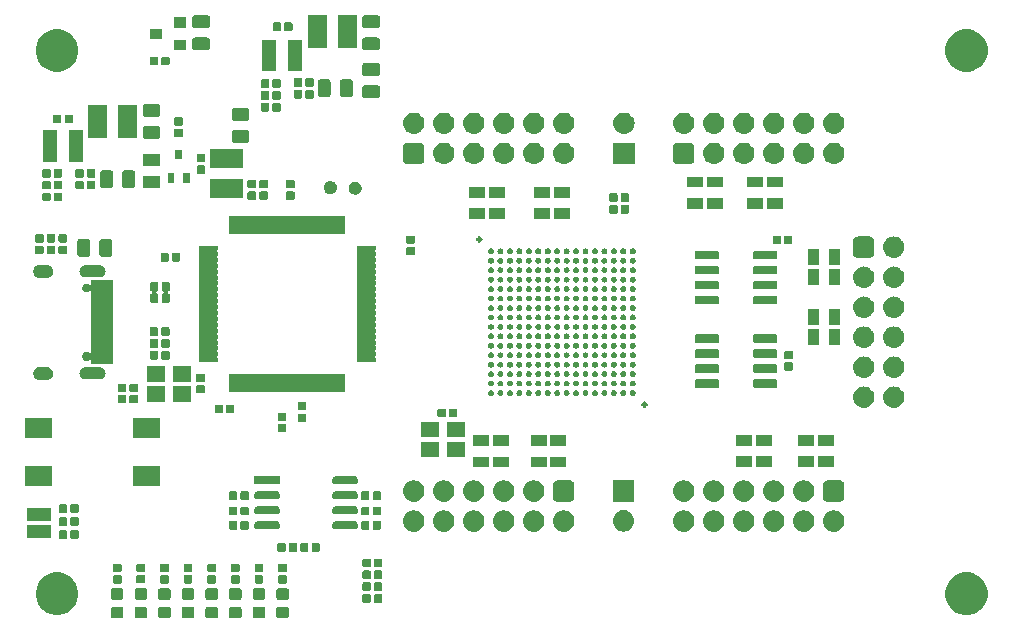
<source format=gbr>
G04 #@! TF.GenerationSoftware,KiCad,Pcbnew,5.1.4*
G04 #@! TF.CreationDate,2019-11-17T01:51:27+01:00*
G04 #@! TF.ProjectId,RevA,52657641-2e6b-4696-9361-645f70636258,rev?*
G04 #@! TF.SameCoordinates,Original*
G04 #@! TF.FileFunction,Soldermask,Top*
G04 #@! TF.FilePolarity,Negative*
%FSLAX46Y46*%
G04 Gerber Fmt 4.6, Leading zero omitted, Abs format (unit mm)*
G04 Created by KiCad (PCBNEW 5.1.4) date 2019-11-17 01:51:27*
%MOMM*%
%LPD*%
G04 APERTURE LIST*
%ADD10C,0.100000*%
G04 APERTURE END LIST*
D10*
G36*
X121479591Y-101103085D02*
G01*
X121513569Y-101113393D01*
X121544890Y-101130134D01*
X121572339Y-101152661D01*
X121594866Y-101180110D01*
X121611607Y-101211431D01*
X121621915Y-101245409D01*
X121626000Y-101286890D01*
X121626000Y-101888110D01*
X121621915Y-101929591D01*
X121611607Y-101963569D01*
X121594866Y-101994890D01*
X121572339Y-102022339D01*
X121544890Y-102044866D01*
X121513569Y-102061607D01*
X121479591Y-102071915D01*
X121438110Y-102076000D01*
X120761890Y-102076000D01*
X120720409Y-102071915D01*
X120686431Y-102061607D01*
X120655110Y-102044866D01*
X120627661Y-102022339D01*
X120605134Y-101994890D01*
X120588393Y-101963569D01*
X120578085Y-101929591D01*
X120574000Y-101888110D01*
X120574000Y-101286890D01*
X120578085Y-101245409D01*
X120588393Y-101211431D01*
X120605134Y-101180110D01*
X120627661Y-101152661D01*
X120655110Y-101130134D01*
X120686431Y-101113393D01*
X120720409Y-101103085D01*
X120761890Y-101099000D01*
X121438110Y-101099000D01*
X121479591Y-101103085D01*
X121479591Y-101103085D01*
G37*
G36*
X123479591Y-101103085D02*
G01*
X123513569Y-101113393D01*
X123544890Y-101130134D01*
X123572339Y-101152661D01*
X123594866Y-101180110D01*
X123611607Y-101211431D01*
X123621915Y-101245409D01*
X123626000Y-101286890D01*
X123626000Y-101888110D01*
X123621915Y-101929591D01*
X123611607Y-101963569D01*
X123594866Y-101994890D01*
X123572339Y-102022339D01*
X123544890Y-102044866D01*
X123513569Y-102061607D01*
X123479591Y-102071915D01*
X123438110Y-102076000D01*
X122761890Y-102076000D01*
X122720409Y-102071915D01*
X122686431Y-102061607D01*
X122655110Y-102044866D01*
X122627661Y-102022339D01*
X122605134Y-101994890D01*
X122588393Y-101963569D01*
X122578085Y-101929591D01*
X122574000Y-101888110D01*
X122574000Y-101286890D01*
X122578085Y-101245409D01*
X122588393Y-101211431D01*
X122605134Y-101180110D01*
X122627661Y-101152661D01*
X122655110Y-101130134D01*
X122686431Y-101113393D01*
X122720409Y-101103085D01*
X122761890Y-101099000D01*
X123438110Y-101099000D01*
X123479591Y-101103085D01*
X123479591Y-101103085D01*
G37*
G36*
X109479591Y-101103085D02*
G01*
X109513569Y-101113393D01*
X109544890Y-101130134D01*
X109572339Y-101152661D01*
X109594866Y-101180110D01*
X109611607Y-101211431D01*
X109621915Y-101245409D01*
X109626000Y-101286890D01*
X109626000Y-101888110D01*
X109621915Y-101929591D01*
X109611607Y-101963569D01*
X109594866Y-101994890D01*
X109572339Y-102022339D01*
X109544890Y-102044866D01*
X109513569Y-102061607D01*
X109479591Y-102071915D01*
X109438110Y-102076000D01*
X108761890Y-102076000D01*
X108720409Y-102071915D01*
X108686431Y-102061607D01*
X108655110Y-102044866D01*
X108627661Y-102022339D01*
X108605134Y-101994890D01*
X108588393Y-101963569D01*
X108578085Y-101929591D01*
X108574000Y-101888110D01*
X108574000Y-101286890D01*
X108578085Y-101245409D01*
X108588393Y-101211431D01*
X108605134Y-101180110D01*
X108627661Y-101152661D01*
X108655110Y-101130134D01*
X108686431Y-101113393D01*
X108720409Y-101103085D01*
X108761890Y-101099000D01*
X109438110Y-101099000D01*
X109479591Y-101103085D01*
X109479591Y-101103085D01*
G37*
G36*
X111479591Y-101103085D02*
G01*
X111513569Y-101113393D01*
X111544890Y-101130134D01*
X111572339Y-101152661D01*
X111594866Y-101180110D01*
X111611607Y-101211431D01*
X111621915Y-101245409D01*
X111626000Y-101286890D01*
X111626000Y-101888110D01*
X111621915Y-101929591D01*
X111611607Y-101963569D01*
X111594866Y-101994890D01*
X111572339Y-102022339D01*
X111544890Y-102044866D01*
X111513569Y-102061607D01*
X111479591Y-102071915D01*
X111438110Y-102076000D01*
X110761890Y-102076000D01*
X110720409Y-102071915D01*
X110686431Y-102061607D01*
X110655110Y-102044866D01*
X110627661Y-102022339D01*
X110605134Y-101994890D01*
X110588393Y-101963569D01*
X110578085Y-101929591D01*
X110574000Y-101888110D01*
X110574000Y-101286890D01*
X110578085Y-101245409D01*
X110588393Y-101211431D01*
X110605134Y-101180110D01*
X110627661Y-101152661D01*
X110655110Y-101130134D01*
X110686431Y-101113393D01*
X110720409Y-101103085D01*
X110761890Y-101099000D01*
X111438110Y-101099000D01*
X111479591Y-101103085D01*
X111479591Y-101103085D01*
G37*
G36*
X113479591Y-101103085D02*
G01*
X113513569Y-101113393D01*
X113544890Y-101130134D01*
X113572339Y-101152661D01*
X113594866Y-101180110D01*
X113611607Y-101211431D01*
X113621915Y-101245409D01*
X113626000Y-101286890D01*
X113626000Y-101888110D01*
X113621915Y-101929591D01*
X113611607Y-101963569D01*
X113594866Y-101994890D01*
X113572339Y-102022339D01*
X113544890Y-102044866D01*
X113513569Y-102061607D01*
X113479591Y-102071915D01*
X113438110Y-102076000D01*
X112761890Y-102076000D01*
X112720409Y-102071915D01*
X112686431Y-102061607D01*
X112655110Y-102044866D01*
X112627661Y-102022339D01*
X112605134Y-101994890D01*
X112588393Y-101963569D01*
X112578085Y-101929591D01*
X112574000Y-101888110D01*
X112574000Y-101286890D01*
X112578085Y-101245409D01*
X112588393Y-101211431D01*
X112605134Y-101180110D01*
X112627661Y-101152661D01*
X112655110Y-101130134D01*
X112686431Y-101113393D01*
X112720409Y-101103085D01*
X112761890Y-101099000D01*
X113438110Y-101099000D01*
X113479591Y-101103085D01*
X113479591Y-101103085D01*
G37*
G36*
X117479591Y-101103085D02*
G01*
X117513569Y-101113393D01*
X117544890Y-101130134D01*
X117572339Y-101152661D01*
X117594866Y-101180110D01*
X117611607Y-101211431D01*
X117621915Y-101245409D01*
X117626000Y-101286890D01*
X117626000Y-101888110D01*
X117621915Y-101929591D01*
X117611607Y-101963569D01*
X117594866Y-101994890D01*
X117572339Y-102022339D01*
X117544890Y-102044866D01*
X117513569Y-102061607D01*
X117479591Y-102071915D01*
X117438110Y-102076000D01*
X116761890Y-102076000D01*
X116720409Y-102071915D01*
X116686431Y-102061607D01*
X116655110Y-102044866D01*
X116627661Y-102022339D01*
X116605134Y-101994890D01*
X116588393Y-101963569D01*
X116578085Y-101929591D01*
X116574000Y-101888110D01*
X116574000Y-101286890D01*
X116578085Y-101245409D01*
X116588393Y-101211431D01*
X116605134Y-101180110D01*
X116627661Y-101152661D01*
X116655110Y-101130134D01*
X116686431Y-101113393D01*
X116720409Y-101103085D01*
X116761890Y-101099000D01*
X117438110Y-101099000D01*
X117479591Y-101103085D01*
X117479591Y-101103085D01*
G37*
G36*
X119479591Y-101103085D02*
G01*
X119513569Y-101113393D01*
X119544890Y-101130134D01*
X119572339Y-101152661D01*
X119594866Y-101180110D01*
X119611607Y-101211431D01*
X119621915Y-101245409D01*
X119626000Y-101286890D01*
X119626000Y-101888110D01*
X119621915Y-101929591D01*
X119611607Y-101963569D01*
X119594866Y-101994890D01*
X119572339Y-102022339D01*
X119544890Y-102044866D01*
X119513569Y-102061607D01*
X119479591Y-102071915D01*
X119438110Y-102076000D01*
X118761890Y-102076000D01*
X118720409Y-102071915D01*
X118686431Y-102061607D01*
X118655110Y-102044866D01*
X118627661Y-102022339D01*
X118605134Y-101994890D01*
X118588393Y-101963569D01*
X118578085Y-101929591D01*
X118574000Y-101888110D01*
X118574000Y-101286890D01*
X118578085Y-101245409D01*
X118588393Y-101211431D01*
X118605134Y-101180110D01*
X118627661Y-101152661D01*
X118655110Y-101130134D01*
X118686431Y-101113393D01*
X118720409Y-101103085D01*
X118761890Y-101099000D01*
X119438110Y-101099000D01*
X119479591Y-101103085D01*
X119479591Y-101103085D01*
G37*
G36*
X115479591Y-101103085D02*
G01*
X115513569Y-101113393D01*
X115544890Y-101130134D01*
X115572339Y-101152661D01*
X115594866Y-101180110D01*
X115611607Y-101211431D01*
X115621915Y-101245409D01*
X115626000Y-101286890D01*
X115626000Y-101888110D01*
X115621915Y-101929591D01*
X115611607Y-101963569D01*
X115594866Y-101994890D01*
X115572339Y-102022339D01*
X115544890Y-102044866D01*
X115513569Y-102061607D01*
X115479591Y-102071915D01*
X115438110Y-102076000D01*
X114761890Y-102076000D01*
X114720409Y-102071915D01*
X114686431Y-102061607D01*
X114655110Y-102044866D01*
X114627661Y-102022339D01*
X114605134Y-101994890D01*
X114588393Y-101963569D01*
X114578085Y-101929591D01*
X114574000Y-101888110D01*
X114574000Y-101286890D01*
X114578085Y-101245409D01*
X114588393Y-101211431D01*
X114605134Y-101180110D01*
X114627661Y-101152661D01*
X114655110Y-101130134D01*
X114686431Y-101113393D01*
X114720409Y-101103085D01*
X114761890Y-101099000D01*
X115438110Y-101099000D01*
X115479591Y-101103085D01*
X115479591Y-101103085D01*
G37*
G36*
X104525331Y-98268211D02*
G01*
X104853092Y-98403974D01*
X105148070Y-98601072D01*
X105398928Y-98851930D01*
X105596026Y-99146908D01*
X105731789Y-99474669D01*
X105801000Y-99822616D01*
X105801000Y-100177384D01*
X105731789Y-100525331D01*
X105596026Y-100853092D01*
X105398928Y-101148070D01*
X105148070Y-101398928D01*
X104853092Y-101596026D01*
X104525331Y-101731789D01*
X104177384Y-101801000D01*
X103822616Y-101801000D01*
X103474669Y-101731789D01*
X103146908Y-101596026D01*
X102851930Y-101398928D01*
X102601072Y-101148070D01*
X102403974Y-100853092D01*
X102268211Y-100525331D01*
X102199000Y-100177384D01*
X102199000Y-99822616D01*
X102268211Y-99474669D01*
X102403974Y-99146908D01*
X102601072Y-98851930D01*
X102851930Y-98601072D01*
X103146908Y-98403974D01*
X103474669Y-98268211D01*
X103822616Y-98199000D01*
X104177384Y-98199000D01*
X104525331Y-98268211D01*
X104525331Y-98268211D01*
G37*
G36*
X181525331Y-98268211D02*
G01*
X181853092Y-98403974D01*
X182148070Y-98601072D01*
X182398928Y-98851930D01*
X182596026Y-99146908D01*
X182731789Y-99474669D01*
X182801000Y-99822616D01*
X182801000Y-100177384D01*
X182731789Y-100525331D01*
X182596026Y-100853092D01*
X182398928Y-101148070D01*
X182148070Y-101398928D01*
X181853092Y-101596026D01*
X181525331Y-101731789D01*
X181177384Y-101801000D01*
X180822616Y-101801000D01*
X180474669Y-101731789D01*
X180146908Y-101596026D01*
X179851930Y-101398928D01*
X179601072Y-101148070D01*
X179403974Y-100853092D01*
X179268211Y-100525331D01*
X179199000Y-100177384D01*
X179199000Y-99822616D01*
X179268211Y-99474669D01*
X179403974Y-99146908D01*
X179601072Y-98851930D01*
X179851930Y-98601072D01*
X180146908Y-98403974D01*
X180474669Y-98268211D01*
X180822616Y-98199000D01*
X181177384Y-98199000D01*
X181525331Y-98268211D01*
X181525331Y-98268211D01*
G37*
G36*
X131441938Y-100031716D02*
G01*
X131462557Y-100037971D01*
X131481553Y-100048124D01*
X131498208Y-100061792D01*
X131511876Y-100078447D01*
X131522029Y-100097443D01*
X131528284Y-100118062D01*
X131531000Y-100145640D01*
X131531000Y-100654360D01*
X131528284Y-100681938D01*
X131522029Y-100702557D01*
X131511876Y-100721553D01*
X131498208Y-100738208D01*
X131481553Y-100751876D01*
X131462557Y-100762029D01*
X131441938Y-100768284D01*
X131414360Y-100771000D01*
X130955640Y-100771000D01*
X130928062Y-100768284D01*
X130907443Y-100762029D01*
X130888447Y-100751876D01*
X130871792Y-100738208D01*
X130858124Y-100721553D01*
X130847971Y-100702557D01*
X130841716Y-100681938D01*
X130839000Y-100654360D01*
X130839000Y-100145640D01*
X130841716Y-100118062D01*
X130847971Y-100097443D01*
X130858124Y-100078447D01*
X130871792Y-100061792D01*
X130888447Y-100048124D01*
X130907443Y-100037971D01*
X130928062Y-100031716D01*
X130955640Y-100029000D01*
X131414360Y-100029000D01*
X131441938Y-100031716D01*
X131441938Y-100031716D01*
G37*
G36*
X130471938Y-100031716D02*
G01*
X130492557Y-100037971D01*
X130511553Y-100048124D01*
X130528208Y-100061792D01*
X130541876Y-100078447D01*
X130552029Y-100097443D01*
X130558284Y-100118062D01*
X130561000Y-100145640D01*
X130561000Y-100654360D01*
X130558284Y-100681938D01*
X130552029Y-100702557D01*
X130541876Y-100721553D01*
X130528208Y-100738208D01*
X130511553Y-100751876D01*
X130492557Y-100762029D01*
X130471938Y-100768284D01*
X130444360Y-100771000D01*
X129985640Y-100771000D01*
X129958062Y-100768284D01*
X129937443Y-100762029D01*
X129918447Y-100751876D01*
X129901792Y-100738208D01*
X129888124Y-100721553D01*
X129877971Y-100702557D01*
X129871716Y-100681938D01*
X129869000Y-100654360D01*
X129869000Y-100145640D01*
X129871716Y-100118062D01*
X129877971Y-100097443D01*
X129888124Y-100078447D01*
X129901792Y-100061792D01*
X129918447Y-100048124D01*
X129937443Y-100037971D01*
X129958062Y-100031716D01*
X129985640Y-100029000D01*
X130444360Y-100029000D01*
X130471938Y-100031716D01*
X130471938Y-100031716D01*
G37*
G36*
X113479591Y-99528085D02*
G01*
X113513569Y-99538393D01*
X113544890Y-99555134D01*
X113572339Y-99577661D01*
X113594866Y-99605110D01*
X113611607Y-99636431D01*
X113621915Y-99670409D01*
X113626000Y-99711890D01*
X113626000Y-100313110D01*
X113621915Y-100354591D01*
X113611607Y-100388569D01*
X113594866Y-100419890D01*
X113572339Y-100447339D01*
X113544890Y-100469866D01*
X113513569Y-100486607D01*
X113479591Y-100496915D01*
X113438110Y-100501000D01*
X112761890Y-100501000D01*
X112720409Y-100496915D01*
X112686431Y-100486607D01*
X112655110Y-100469866D01*
X112627661Y-100447339D01*
X112605134Y-100419890D01*
X112588393Y-100388569D01*
X112578085Y-100354591D01*
X112574000Y-100313110D01*
X112574000Y-99711890D01*
X112578085Y-99670409D01*
X112588393Y-99636431D01*
X112605134Y-99605110D01*
X112627661Y-99577661D01*
X112655110Y-99555134D01*
X112686431Y-99538393D01*
X112720409Y-99528085D01*
X112761890Y-99524000D01*
X113438110Y-99524000D01*
X113479591Y-99528085D01*
X113479591Y-99528085D01*
G37*
G36*
X123479591Y-99528085D02*
G01*
X123513569Y-99538393D01*
X123544890Y-99555134D01*
X123572339Y-99577661D01*
X123594866Y-99605110D01*
X123611607Y-99636431D01*
X123621915Y-99670409D01*
X123626000Y-99711890D01*
X123626000Y-100313110D01*
X123621915Y-100354591D01*
X123611607Y-100388569D01*
X123594866Y-100419890D01*
X123572339Y-100447339D01*
X123544890Y-100469866D01*
X123513569Y-100486607D01*
X123479591Y-100496915D01*
X123438110Y-100501000D01*
X122761890Y-100501000D01*
X122720409Y-100496915D01*
X122686431Y-100486607D01*
X122655110Y-100469866D01*
X122627661Y-100447339D01*
X122605134Y-100419890D01*
X122588393Y-100388569D01*
X122578085Y-100354591D01*
X122574000Y-100313110D01*
X122574000Y-99711890D01*
X122578085Y-99670409D01*
X122588393Y-99636431D01*
X122605134Y-99605110D01*
X122627661Y-99577661D01*
X122655110Y-99555134D01*
X122686431Y-99538393D01*
X122720409Y-99528085D01*
X122761890Y-99524000D01*
X123438110Y-99524000D01*
X123479591Y-99528085D01*
X123479591Y-99528085D01*
G37*
G36*
X117479591Y-99528085D02*
G01*
X117513569Y-99538393D01*
X117544890Y-99555134D01*
X117572339Y-99577661D01*
X117594866Y-99605110D01*
X117611607Y-99636431D01*
X117621915Y-99670409D01*
X117626000Y-99711890D01*
X117626000Y-100313110D01*
X117621915Y-100354591D01*
X117611607Y-100388569D01*
X117594866Y-100419890D01*
X117572339Y-100447339D01*
X117544890Y-100469866D01*
X117513569Y-100486607D01*
X117479591Y-100496915D01*
X117438110Y-100501000D01*
X116761890Y-100501000D01*
X116720409Y-100496915D01*
X116686431Y-100486607D01*
X116655110Y-100469866D01*
X116627661Y-100447339D01*
X116605134Y-100419890D01*
X116588393Y-100388569D01*
X116578085Y-100354591D01*
X116574000Y-100313110D01*
X116574000Y-99711890D01*
X116578085Y-99670409D01*
X116588393Y-99636431D01*
X116605134Y-99605110D01*
X116627661Y-99577661D01*
X116655110Y-99555134D01*
X116686431Y-99538393D01*
X116720409Y-99528085D01*
X116761890Y-99524000D01*
X117438110Y-99524000D01*
X117479591Y-99528085D01*
X117479591Y-99528085D01*
G37*
G36*
X115479591Y-99528085D02*
G01*
X115513569Y-99538393D01*
X115544890Y-99555134D01*
X115572339Y-99577661D01*
X115594866Y-99605110D01*
X115611607Y-99636431D01*
X115621915Y-99670409D01*
X115626000Y-99711890D01*
X115626000Y-100313110D01*
X115621915Y-100354591D01*
X115611607Y-100388569D01*
X115594866Y-100419890D01*
X115572339Y-100447339D01*
X115544890Y-100469866D01*
X115513569Y-100486607D01*
X115479591Y-100496915D01*
X115438110Y-100501000D01*
X114761890Y-100501000D01*
X114720409Y-100496915D01*
X114686431Y-100486607D01*
X114655110Y-100469866D01*
X114627661Y-100447339D01*
X114605134Y-100419890D01*
X114588393Y-100388569D01*
X114578085Y-100354591D01*
X114574000Y-100313110D01*
X114574000Y-99711890D01*
X114578085Y-99670409D01*
X114588393Y-99636431D01*
X114605134Y-99605110D01*
X114627661Y-99577661D01*
X114655110Y-99555134D01*
X114686431Y-99538393D01*
X114720409Y-99528085D01*
X114761890Y-99524000D01*
X115438110Y-99524000D01*
X115479591Y-99528085D01*
X115479591Y-99528085D01*
G37*
G36*
X119479591Y-99528085D02*
G01*
X119513569Y-99538393D01*
X119544890Y-99555134D01*
X119572339Y-99577661D01*
X119594866Y-99605110D01*
X119611607Y-99636431D01*
X119621915Y-99670409D01*
X119626000Y-99711890D01*
X119626000Y-100313110D01*
X119621915Y-100354591D01*
X119611607Y-100388569D01*
X119594866Y-100419890D01*
X119572339Y-100447339D01*
X119544890Y-100469866D01*
X119513569Y-100486607D01*
X119479591Y-100496915D01*
X119438110Y-100501000D01*
X118761890Y-100501000D01*
X118720409Y-100496915D01*
X118686431Y-100486607D01*
X118655110Y-100469866D01*
X118627661Y-100447339D01*
X118605134Y-100419890D01*
X118588393Y-100388569D01*
X118578085Y-100354591D01*
X118574000Y-100313110D01*
X118574000Y-99711890D01*
X118578085Y-99670409D01*
X118588393Y-99636431D01*
X118605134Y-99605110D01*
X118627661Y-99577661D01*
X118655110Y-99555134D01*
X118686431Y-99538393D01*
X118720409Y-99528085D01*
X118761890Y-99524000D01*
X119438110Y-99524000D01*
X119479591Y-99528085D01*
X119479591Y-99528085D01*
G37*
G36*
X121479591Y-99528085D02*
G01*
X121513569Y-99538393D01*
X121544890Y-99555134D01*
X121572339Y-99577661D01*
X121594866Y-99605110D01*
X121611607Y-99636431D01*
X121621915Y-99670409D01*
X121626000Y-99711890D01*
X121626000Y-100313110D01*
X121621915Y-100354591D01*
X121611607Y-100388569D01*
X121594866Y-100419890D01*
X121572339Y-100447339D01*
X121544890Y-100469866D01*
X121513569Y-100486607D01*
X121479591Y-100496915D01*
X121438110Y-100501000D01*
X120761890Y-100501000D01*
X120720409Y-100496915D01*
X120686431Y-100486607D01*
X120655110Y-100469866D01*
X120627661Y-100447339D01*
X120605134Y-100419890D01*
X120588393Y-100388569D01*
X120578085Y-100354591D01*
X120574000Y-100313110D01*
X120574000Y-99711890D01*
X120578085Y-99670409D01*
X120588393Y-99636431D01*
X120605134Y-99605110D01*
X120627661Y-99577661D01*
X120655110Y-99555134D01*
X120686431Y-99538393D01*
X120720409Y-99528085D01*
X120761890Y-99524000D01*
X121438110Y-99524000D01*
X121479591Y-99528085D01*
X121479591Y-99528085D01*
G37*
G36*
X111479591Y-99528085D02*
G01*
X111513569Y-99538393D01*
X111544890Y-99555134D01*
X111572339Y-99577661D01*
X111594866Y-99605110D01*
X111611607Y-99636431D01*
X111621915Y-99670409D01*
X111626000Y-99711890D01*
X111626000Y-100313110D01*
X111621915Y-100354591D01*
X111611607Y-100388569D01*
X111594866Y-100419890D01*
X111572339Y-100447339D01*
X111544890Y-100469866D01*
X111513569Y-100486607D01*
X111479591Y-100496915D01*
X111438110Y-100501000D01*
X110761890Y-100501000D01*
X110720409Y-100496915D01*
X110686431Y-100486607D01*
X110655110Y-100469866D01*
X110627661Y-100447339D01*
X110605134Y-100419890D01*
X110588393Y-100388569D01*
X110578085Y-100354591D01*
X110574000Y-100313110D01*
X110574000Y-99711890D01*
X110578085Y-99670409D01*
X110588393Y-99636431D01*
X110605134Y-99605110D01*
X110627661Y-99577661D01*
X110655110Y-99555134D01*
X110686431Y-99538393D01*
X110720409Y-99528085D01*
X110761890Y-99524000D01*
X111438110Y-99524000D01*
X111479591Y-99528085D01*
X111479591Y-99528085D01*
G37*
G36*
X109479591Y-99528085D02*
G01*
X109513569Y-99538393D01*
X109544890Y-99555134D01*
X109572339Y-99577661D01*
X109594866Y-99605110D01*
X109611607Y-99636431D01*
X109621915Y-99670409D01*
X109626000Y-99711890D01*
X109626000Y-100313110D01*
X109621915Y-100354591D01*
X109611607Y-100388569D01*
X109594866Y-100419890D01*
X109572339Y-100447339D01*
X109544890Y-100469866D01*
X109513569Y-100486607D01*
X109479591Y-100496915D01*
X109438110Y-100501000D01*
X108761890Y-100501000D01*
X108720409Y-100496915D01*
X108686431Y-100486607D01*
X108655110Y-100469866D01*
X108627661Y-100447339D01*
X108605134Y-100419890D01*
X108588393Y-100388569D01*
X108578085Y-100354591D01*
X108574000Y-100313110D01*
X108574000Y-99711890D01*
X108578085Y-99670409D01*
X108588393Y-99636431D01*
X108605134Y-99605110D01*
X108627661Y-99577661D01*
X108655110Y-99555134D01*
X108686431Y-99538393D01*
X108720409Y-99528085D01*
X108761890Y-99524000D01*
X109438110Y-99524000D01*
X109479591Y-99528085D01*
X109479591Y-99528085D01*
G37*
G36*
X130471938Y-99031716D02*
G01*
X130492557Y-99037971D01*
X130511553Y-99048124D01*
X130528208Y-99061792D01*
X130541876Y-99078447D01*
X130552029Y-99097443D01*
X130558284Y-99118062D01*
X130561000Y-99145640D01*
X130561000Y-99654360D01*
X130558284Y-99681938D01*
X130552029Y-99702557D01*
X130541876Y-99721553D01*
X130528208Y-99738208D01*
X130511553Y-99751876D01*
X130492557Y-99762029D01*
X130471938Y-99768284D01*
X130444360Y-99771000D01*
X129985640Y-99771000D01*
X129958062Y-99768284D01*
X129937443Y-99762029D01*
X129918447Y-99751876D01*
X129901792Y-99738208D01*
X129888124Y-99721553D01*
X129877971Y-99702557D01*
X129871716Y-99681938D01*
X129869000Y-99654360D01*
X129869000Y-99145640D01*
X129871716Y-99118062D01*
X129877971Y-99097443D01*
X129888124Y-99078447D01*
X129901792Y-99061792D01*
X129918447Y-99048124D01*
X129937443Y-99037971D01*
X129958062Y-99031716D01*
X129985640Y-99029000D01*
X130444360Y-99029000D01*
X130471938Y-99031716D01*
X130471938Y-99031716D01*
G37*
G36*
X131441938Y-99031716D02*
G01*
X131462557Y-99037971D01*
X131481553Y-99048124D01*
X131498208Y-99061792D01*
X131511876Y-99078447D01*
X131522029Y-99097443D01*
X131528284Y-99118062D01*
X131531000Y-99145640D01*
X131531000Y-99654360D01*
X131528284Y-99681938D01*
X131522029Y-99702557D01*
X131511876Y-99721553D01*
X131498208Y-99738208D01*
X131481553Y-99751876D01*
X131462557Y-99762029D01*
X131441938Y-99768284D01*
X131414360Y-99771000D01*
X130955640Y-99771000D01*
X130928062Y-99768284D01*
X130907443Y-99762029D01*
X130888447Y-99751876D01*
X130871792Y-99738208D01*
X130858124Y-99721553D01*
X130847971Y-99702557D01*
X130841716Y-99681938D01*
X130839000Y-99654360D01*
X130839000Y-99145640D01*
X130841716Y-99118062D01*
X130847971Y-99097443D01*
X130858124Y-99078447D01*
X130871792Y-99061792D01*
X130888447Y-99048124D01*
X130907443Y-99037971D01*
X130928062Y-99031716D01*
X130955640Y-99029000D01*
X131414360Y-99029000D01*
X131441938Y-99031716D01*
X131441938Y-99031716D01*
G37*
G36*
X119381938Y-98441716D02*
G01*
X119402557Y-98447971D01*
X119421553Y-98458124D01*
X119438208Y-98471792D01*
X119451876Y-98488447D01*
X119462029Y-98507443D01*
X119468284Y-98528062D01*
X119471000Y-98555640D01*
X119471000Y-99014360D01*
X119468284Y-99041938D01*
X119462029Y-99062557D01*
X119451876Y-99081553D01*
X119438208Y-99098208D01*
X119421553Y-99111876D01*
X119402557Y-99122029D01*
X119381938Y-99128284D01*
X119354360Y-99131000D01*
X118845640Y-99131000D01*
X118818062Y-99128284D01*
X118797443Y-99122029D01*
X118778447Y-99111876D01*
X118761792Y-99098208D01*
X118748124Y-99081553D01*
X118737971Y-99062557D01*
X118731716Y-99041938D01*
X118729000Y-99014360D01*
X118729000Y-98555640D01*
X118731716Y-98528062D01*
X118737971Y-98507443D01*
X118748124Y-98488447D01*
X118761792Y-98471792D01*
X118778447Y-98458124D01*
X118797443Y-98447971D01*
X118818062Y-98441716D01*
X118845640Y-98439000D01*
X119354360Y-98439000D01*
X119381938Y-98441716D01*
X119381938Y-98441716D01*
G37*
G36*
X109381938Y-98441716D02*
G01*
X109402557Y-98447971D01*
X109421553Y-98458124D01*
X109438208Y-98471792D01*
X109451876Y-98488447D01*
X109462029Y-98507443D01*
X109468284Y-98528062D01*
X109471000Y-98555640D01*
X109471000Y-99014360D01*
X109468284Y-99041938D01*
X109462029Y-99062557D01*
X109451876Y-99081553D01*
X109438208Y-99098208D01*
X109421553Y-99111876D01*
X109402557Y-99122029D01*
X109381938Y-99128284D01*
X109354360Y-99131000D01*
X108845640Y-99131000D01*
X108818062Y-99128284D01*
X108797443Y-99122029D01*
X108778447Y-99111876D01*
X108761792Y-99098208D01*
X108748124Y-99081553D01*
X108737971Y-99062557D01*
X108731716Y-99041938D01*
X108729000Y-99014360D01*
X108729000Y-98555640D01*
X108731716Y-98528062D01*
X108737971Y-98507443D01*
X108748124Y-98488447D01*
X108761792Y-98471792D01*
X108778447Y-98458124D01*
X108797443Y-98447971D01*
X108818062Y-98441716D01*
X108845640Y-98439000D01*
X109354360Y-98439000D01*
X109381938Y-98441716D01*
X109381938Y-98441716D01*
G37*
G36*
X113381938Y-98441716D02*
G01*
X113402557Y-98447971D01*
X113421553Y-98458124D01*
X113438208Y-98471792D01*
X113451876Y-98488447D01*
X113462029Y-98507443D01*
X113468284Y-98528062D01*
X113471000Y-98555640D01*
X113471000Y-99014360D01*
X113468284Y-99041938D01*
X113462029Y-99062557D01*
X113451876Y-99081553D01*
X113438208Y-99098208D01*
X113421553Y-99111876D01*
X113402557Y-99122029D01*
X113381938Y-99128284D01*
X113354360Y-99131000D01*
X112845640Y-99131000D01*
X112818062Y-99128284D01*
X112797443Y-99122029D01*
X112778447Y-99111876D01*
X112761792Y-99098208D01*
X112748124Y-99081553D01*
X112737971Y-99062557D01*
X112731716Y-99041938D01*
X112729000Y-99014360D01*
X112729000Y-98555640D01*
X112731716Y-98528062D01*
X112737971Y-98507443D01*
X112748124Y-98488447D01*
X112761792Y-98471792D01*
X112778447Y-98458124D01*
X112797443Y-98447971D01*
X112818062Y-98441716D01*
X112845640Y-98439000D01*
X113354360Y-98439000D01*
X113381938Y-98441716D01*
X113381938Y-98441716D01*
G37*
G36*
X115381938Y-98441716D02*
G01*
X115402557Y-98447971D01*
X115421553Y-98458124D01*
X115438208Y-98471792D01*
X115451876Y-98488447D01*
X115462029Y-98507443D01*
X115468284Y-98528062D01*
X115471000Y-98555640D01*
X115471000Y-99014360D01*
X115468284Y-99041938D01*
X115462029Y-99062557D01*
X115451876Y-99081553D01*
X115438208Y-99098208D01*
X115421553Y-99111876D01*
X115402557Y-99122029D01*
X115381938Y-99128284D01*
X115354360Y-99131000D01*
X114845640Y-99131000D01*
X114818062Y-99128284D01*
X114797443Y-99122029D01*
X114778447Y-99111876D01*
X114761792Y-99098208D01*
X114748124Y-99081553D01*
X114737971Y-99062557D01*
X114731716Y-99041938D01*
X114729000Y-99014360D01*
X114729000Y-98555640D01*
X114731716Y-98528062D01*
X114737971Y-98507443D01*
X114748124Y-98488447D01*
X114761792Y-98471792D01*
X114778447Y-98458124D01*
X114797443Y-98447971D01*
X114818062Y-98441716D01*
X114845640Y-98439000D01*
X115354360Y-98439000D01*
X115381938Y-98441716D01*
X115381938Y-98441716D01*
G37*
G36*
X117381938Y-98441716D02*
G01*
X117402557Y-98447971D01*
X117421553Y-98458124D01*
X117438208Y-98471792D01*
X117451876Y-98488447D01*
X117462029Y-98507443D01*
X117468284Y-98528062D01*
X117471000Y-98555640D01*
X117471000Y-99014360D01*
X117468284Y-99041938D01*
X117462029Y-99062557D01*
X117451876Y-99081553D01*
X117438208Y-99098208D01*
X117421553Y-99111876D01*
X117402557Y-99122029D01*
X117381938Y-99128284D01*
X117354360Y-99131000D01*
X116845640Y-99131000D01*
X116818062Y-99128284D01*
X116797443Y-99122029D01*
X116778447Y-99111876D01*
X116761792Y-99098208D01*
X116748124Y-99081553D01*
X116737971Y-99062557D01*
X116731716Y-99041938D01*
X116729000Y-99014360D01*
X116729000Y-98555640D01*
X116731716Y-98528062D01*
X116737971Y-98507443D01*
X116748124Y-98488447D01*
X116761792Y-98471792D01*
X116778447Y-98458124D01*
X116797443Y-98447971D01*
X116818062Y-98441716D01*
X116845640Y-98439000D01*
X117354360Y-98439000D01*
X117381938Y-98441716D01*
X117381938Y-98441716D01*
G37*
G36*
X123381938Y-98441716D02*
G01*
X123402557Y-98447971D01*
X123421553Y-98458124D01*
X123438208Y-98471792D01*
X123451876Y-98488447D01*
X123462029Y-98507443D01*
X123468284Y-98528062D01*
X123471000Y-98555640D01*
X123471000Y-99014360D01*
X123468284Y-99041938D01*
X123462029Y-99062557D01*
X123451876Y-99081553D01*
X123438208Y-99098208D01*
X123421553Y-99111876D01*
X123402557Y-99122029D01*
X123381938Y-99128284D01*
X123354360Y-99131000D01*
X122845640Y-99131000D01*
X122818062Y-99128284D01*
X122797443Y-99122029D01*
X122778447Y-99111876D01*
X122761792Y-99098208D01*
X122748124Y-99081553D01*
X122737971Y-99062557D01*
X122731716Y-99041938D01*
X122729000Y-99014360D01*
X122729000Y-98555640D01*
X122731716Y-98528062D01*
X122737971Y-98507443D01*
X122748124Y-98488447D01*
X122761792Y-98471792D01*
X122778447Y-98458124D01*
X122797443Y-98447971D01*
X122818062Y-98441716D01*
X122845640Y-98439000D01*
X123354360Y-98439000D01*
X123381938Y-98441716D01*
X123381938Y-98441716D01*
G37*
G36*
X121381938Y-98441716D02*
G01*
X121402557Y-98447971D01*
X121421553Y-98458124D01*
X121438208Y-98471792D01*
X121451876Y-98488447D01*
X121462029Y-98507443D01*
X121468284Y-98528062D01*
X121471000Y-98555640D01*
X121471000Y-99014360D01*
X121468284Y-99041938D01*
X121462029Y-99062557D01*
X121451876Y-99081553D01*
X121438208Y-99098208D01*
X121421553Y-99111876D01*
X121402557Y-99122029D01*
X121381938Y-99128284D01*
X121354360Y-99131000D01*
X120845640Y-99131000D01*
X120818062Y-99128284D01*
X120797443Y-99122029D01*
X120778447Y-99111876D01*
X120761792Y-99098208D01*
X120748124Y-99081553D01*
X120737971Y-99062557D01*
X120731716Y-99041938D01*
X120729000Y-99014360D01*
X120729000Y-98555640D01*
X120731716Y-98528062D01*
X120737971Y-98507443D01*
X120748124Y-98488447D01*
X120761792Y-98471792D01*
X120778447Y-98458124D01*
X120797443Y-98447971D01*
X120818062Y-98441716D01*
X120845640Y-98439000D01*
X121354360Y-98439000D01*
X121381938Y-98441716D01*
X121381938Y-98441716D01*
G37*
G36*
X111381938Y-98426716D02*
G01*
X111402557Y-98432971D01*
X111421553Y-98443124D01*
X111438208Y-98456792D01*
X111451876Y-98473447D01*
X111462029Y-98492443D01*
X111468284Y-98513062D01*
X111471000Y-98540640D01*
X111471000Y-98999360D01*
X111468284Y-99026938D01*
X111462029Y-99047557D01*
X111451876Y-99066553D01*
X111438208Y-99083208D01*
X111421553Y-99096876D01*
X111402557Y-99107029D01*
X111381938Y-99113284D01*
X111354360Y-99116000D01*
X110845640Y-99116000D01*
X110818062Y-99113284D01*
X110797443Y-99107029D01*
X110778447Y-99096876D01*
X110761792Y-99083208D01*
X110748124Y-99066553D01*
X110737971Y-99047557D01*
X110731716Y-99026938D01*
X110729000Y-98999360D01*
X110729000Y-98540640D01*
X110731716Y-98513062D01*
X110737971Y-98492443D01*
X110748124Y-98473447D01*
X110761792Y-98456792D01*
X110778447Y-98443124D01*
X110797443Y-98432971D01*
X110818062Y-98426716D01*
X110845640Y-98424000D01*
X111354360Y-98424000D01*
X111381938Y-98426716D01*
X111381938Y-98426716D01*
G37*
G36*
X131441938Y-98031716D02*
G01*
X131462557Y-98037971D01*
X131481553Y-98048124D01*
X131498208Y-98061792D01*
X131511876Y-98078447D01*
X131522029Y-98097443D01*
X131528284Y-98118062D01*
X131531000Y-98145640D01*
X131531000Y-98654360D01*
X131528284Y-98681938D01*
X131522029Y-98702557D01*
X131511876Y-98721553D01*
X131498208Y-98738208D01*
X131481553Y-98751876D01*
X131462557Y-98762029D01*
X131441938Y-98768284D01*
X131414360Y-98771000D01*
X130955640Y-98771000D01*
X130928062Y-98768284D01*
X130907443Y-98762029D01*
X130888447Y-98751876D01*
X130871792Y-98738208D01*
X130858124Y-98721553D01*
X130847971Y-98702557D01*
X130841716Y-98681938D01*
X130839000Y-98654360D01*
X130839000Y-98145640D01*
X130841716Y-98118062D01*
X130847971Y-98097443D01*
X130858124Y-98078447D01*
X130871792Y-98061792D01*
X130888447Y-98048124D01*
X130907443Y-98037971D01*
X130928062Y-98031716D01*
X130955640Y-98029000D01*
X131414360Y-98029000D01*
X131441938Y-98031716D01*
X131441938Y-98031716D01*
G37*
G36*
X130471938Y-98031716D02*
G01*
X130492557Y-98037971D01*
X130511553Y-98048124D01*
X130528208Y-98061792D01*
X130541876Y-98078447D01*
X130552029Y-98097443D01*
X130558284Y-98118062D01*
X130561000Y-98145640D01*
X130561000Y-98654360D01*
X130558284Y-98681938D01*
X130552029Y-98702557D01*
X130541876Y-98721553D01*
X130528208Y-98738208D01*
X130511553Y-98751876D01*
X130492557Y-98762029D01*
X130471938Y-98768284D01*
X130444360Y-98771000D01*
X129985640Y-98771000D01*
X129958062Y-98768284D01*
X129937443Y-98762029D01*
X129918447Y-98751876D01*
X129901792Y-98738208D01*
X129888124Y-98721553D01*
X129877971Y-98702557D01*
X129871716Y-98681938D01*
X129869000Y-98654360D01*
X129869000Y-98145640D01*
X129871716Y-98118062D01*
X129877971Y-98097443D01*
X129888124Y-98078447D01*
X129901792Y-98061792D01*
X129918447Y-98048124D01*
X129937443Y-98037971D01*
X129958062Y-98031716D01*
X129985640Y-98029000D01*
X130444360Y-98029000D01*
X130471938Y-98031716D01*
X130471938Y-98031716D01*
G37*
G36*
X121381938Y-97471716D02*
G01*
X121402557Y-97477971D01*
X121421553Y-97488124D01*
X121438208Y-97501792D01*
X121451876Y-97518447D01*
X121462029Y-97537443D01*
X121468284Y-97558062D01*
X121471000Y-97585640D01*
X121471000Y-98044360D01*
X121468284Y-98071938D01*
X121462029Y-98092557D01*
X121451876Y-98111553D01*
X121438208Y-98128208D01*
X121421553Y-98141876D01*
X121402557Y-98152029D01*
X121381938Y-98158284D01*
X121354360Y-98161000D01*
X120845640Y-98161000D01*
X120818062Y-98158284D01*
X120797443Y-98152029D01*
X120778447Y-98141876D01*
X120761792Y-98128208D01*
X120748124Y-98111553D01*
X120737971Y-98092557D01*
X120731716Y-98071938D01*
X120729000Y-98044360D01*
X120729000Y-97585640D01*
X120731716Y-97558062D01*
X120737971Y-97537443D01*
X120748124Y-97518447D01*
X120761792Y-97501792D01*
X120778447Y-97488124D01*
X120797443Y-97477971D01*
X120818062Y-97471716D01*
X120845640Y-97469000D01*
X121354360Y-97469000D01*
X121381938Y-97471716D01*
X121381938Y-97471716D01*
G37*
G36*
X119381938Y-97471716D02*
G01*
X119402557Y-97477971D01*
X119421553Y-97488124D01*
X119438208Y-97501792D01*
X119451876Y-97518447D01*
X119462029Y-97537443D01*
X119468284Y-97558062D01*
X119471000Y-97585640D01*
X119471000Y-98044360D01*
X119468284Y-98071938D01*
X119462029Y-98092557D01*
X119451876Y-98111553D01*
X119438208Y-98128208D01*
X119421553Y-98141876D01*
X119402557Y-98152029D01*
X119381938Y-98158284D01*
X119354360Y-98161000D01*
X118845640Y-98161000D01*
X118818062Y-98158284D01*
X118797443Y-98152029D01*
X118778447Y-98141876D01*
X118761792Y-98128208D01*
X118748124Y-98111553D01*
X118737971Y-98092557D01*
X118731716Y-98071938D01*
X118729000Y-98044360D01*
X118729000Y-97585640D01*
X118731716Y-97558062D01*
X118737971Y-97537443D01*
X118748124Y-97518447D01*
X118761792Y-97501792D01*
X118778447Y-97488124D01*
X118797443Y-97477971D01*
X118818062Y-97471716D01*
X118845640Y-97469000D01*
X119354360Y-97469000D01*
X119381938Y-97471716D01*
X119381938Y-97471716D01*
G37*
G36*
X117381938Y-97471716D02*
G01*
X117402557Y-97477971D01*
X117421553Y-97488124D01*
X117438208Y-97501792D01*
X117451876Y-97518447D01*
X117462029Y-97537443D01*
X117468284Y-97558062D01*
X117471000Y-97585640D01*
X117471000Y-98044360D01*
X117468284Y-98071938D01*
X117462029Y-98092557D01*
X117451876Y-98111553D01*
X117438208Y-98128208D01*
X117421553Y-98141876D01*
X117402557Y-98152029D01*
X117381938Y-98158284D01*
X117354360Y-98161000D01*
X116845640Y-98161000D01*
X116818062Y-98158284D01*
X116797443Y-98152029D01*
X116778447Y-98141876D01*
X116761792Y-98128208D01*
X116748124Y-98111553D01*
X116737971Y-98092557D01*
X116731716Y-98071938D01*
X116729000Y-98044360D01*
X116729000Y-97585640D01*
X116731716Y-97558062D01*
X116737971Y-97537443D01*
X116748124Y-97518447D01*
X116761792Y-97501792D01*
X116778447Y-97488124D01*
X116797443Y-97477971D01*
X116818062Y-97471716D01*
X116845640Y-97469000D01*
X117354360Y-97469000D01*
X117381938Y-97471716D01*
X117381938Y-97471716D01*
G37*
G36*
X115381938Y-97471716D02*
G01*
X115402557Y-97477971D01*
X115421553Y-97488124D01*
X115438208Y-97501792D01*
X115451876Y-97518447D01*
X115462029Y-97537443D01*
X115468284Y-97558062D01*
X115471000Y-97585640D01*
X115471000Y-98044360D01*
X115468284Y-98071938D01*
X115462029Y-98092557D01*
X115451876Y-98111553D01*
X115438208Y-98128208D01*
X115421553Y-98141876D01*
X115402557Y-98152029D01*
X115381938Y-98158284D01*
X115354360Y-98161000D01*
X114845640Y-98161000D01*
X114818062Y-98158284D01*
X114797443Y-98152029D01*
X114778447Y-98141876D01*
X114761792Y-98128208D01*
X114748124Y-98111553D01*
X114737971Y-98092557D01*
X114731716Y-98071938D01*
X114729000Y-98044360D01*
X114729000Y-97585640D01*
X114731716Y-97558062D01*
X114737971Y-97537443D01*
X114748124Y-97518447D01*
X114761792Y-97501792D01*
X114778447Y-97488124D01*
X114797443Y-97477971D01*
X114818062Y-97471716D01*
X114845640Y-97469000D01*
X115354360Y-97469000D01*
X115381938Y-97471716D01*
X115381938Y-97471716D01*
G37*
G36*
X113381938Y-97471716D02*
G01*
X113402557Y-97477971D01*
X113421553Y-97488124D01*
X113438208Y-97501792D01*
X113451876Y-97518447D01*
X113462029Y-97537443D01*
X113468284Y-97558062D01*
X113471000Y-97585640D01*
X113471000Y-98044360D01*
X113468284Y-98071938D01*
X113462029Y-98092557D01*
X113451876Y-98111553D01*
X113438208Y-98128208D01*
X113421553Y-98141876D01*
X113402557Y-98152029D01*
X113381938Y-98158284D01*
X113354360Y-98161000D01*
X112845640Y-98161000D01*
X112818062Y-98158284D01*
X112797443Y-98152029D01*
X112778447Y-98141876D01*
X112761792Y-98128208D01*
X112748124Y-98111553D01*
X112737971Y-98092557D01*
X112731716Y-98071938D01*
X112729000Y-98044360D01*
X112729000Y-97585640D01*
X112731716Y-97558062D01*
X112737971Y-97537443D01*
X112748124Y-97518447D01*
X112761792Y-97501792D01*
X112778447Y-97488124D01*
X112797443Y-97477971D01*
X112818062Y-97471716D01*
X112845640Y-97469000D01*
X113354360Y-97469000D01*
X113381938Y-97471716D01*
X113381938Y-97471716D01*
G37*
G36*
X123381938Y-97471716D02*
G01*
X123402557Y-97477971D01*
X123421553Y-97488124D01*
X123438208Y-97501792D01*
X123451876Y-97518447D01*
X123462029Y-97537443D01*
X123468284Y-97558062D01*
X123471000Y-97585640D01*
X123471000Y-98044360D01*
X123468284Y-98071938D01*
X123462029Y-98092557D01*
X123451876Y-98111553D01*
X123438208Y-98128208D01*
X123421553Y-98141876D01*
X123402557Y-98152029D01*
X123381938Y-98158284D01*
X123354360Y-98161000D01*
X122845640Y-98161000D01*
X122818062Y-98158284D01*
X122797443Y-98152029D01*
X122778447Y-98141876D01*
X122761792Y-98128208D01*
X122748124Y-98111553D01*
X122737971Y-98092557D01*
X122731716Y-98071938D01*
X122729000Y-98044360D01*
X122729000Y-97585640D01*
X122731716Y-97558062D01*
X122737971Y-97537443D01*
X122748124Y-97518447D01*
X122761792Y-97501792D01*
X122778447Y-97488124D01*
X122797443Y-97477971D01*
X122818062Y-97471716D01*
X122845640Y-97469000D01*
X123354360Y-97469000D01*
X123381938Y-97471716D01*
X123381938Y-97471716D01*
G37*
G36*
X109381938Y-97471716D02*
G01*
X109402557Y-97477971D01*
X109421553Y-97488124D01*
X109438208Y-97501792D01*
X109451876Y-97518447D01*
X109462029Y-97537443D01*
X109468284Y-97558062D01*
X109471000Y-97585640D01*
X109471000Y-98044360D01*
X109468284Y-98071938D01*
X109462029Y-98092557D01*
X109451876Y-98111553D01*
X109438208Y-98128208D01*
X109421553Y-98141876D01*
X109402557Y-98152029D01*
X109381938Y-98158284D01*
X109354360Y-98161000D01*
X108845640Y-98161000D01*
X108818062Y-98158284D01*
X108797443Y-98152029D01*
X108778447Y-98141876D01*
X108761792Y-98128208D01*
X108748124Y-98111553D01*
X108737971Y-98092557D01*
X108731716Y-98071938D01*
X108729000Y-98044360D01*
X108729000Y-97585640D01*
X108731716Y-97558062D01*
X108737971Y-97537443D01*
X108748124Y-97518447D01*
X108761792Y-97501792D01*
X108778447Y-97488124D01*
X108797443Y-97477971D01*
X108818062Y-97471716D01*
X108845640Y-97469000D01*
X109354360Y-97469000D01*
X109381938Y-97471716D01*
X109381938Y-97471716D01*
G37*
G36*
X111381938Y-97456716D02*
G01*
X111402557Y-97462971D01*
X111421553Y-97473124D01*
X111438208Y-97486792D01*
X111451876Y-97503447D01*
X111462029Y-97522443D01*
X111468284Y-97543062D01*
X111471000Y-97570640D01*
X111471000Y-98029360D01*
X111468284Y-98056938D01*
X111462029Y-98077557D01*
X111451876Y-98096553D01*
X111438208Y-98113208D01*
X111421553Y-98126876D01*
X111402557Y-98137029D01*
X111381938Y-98143284D01*
X111354360Y-98146000D01*
X110845640Y-98146000D01*
X110818062Y-98143284D01*
X110797443Y-98137029D01*
X110778447Y-98126876D01*
X110761792Y-98113208D01*
X110748124Y-98096553D01*
X110737971Y-98077557D01*
X110731716Y-98056938D01*
X110729000Y-98029360D01*
X110729000Y-97570640D01*
X110731716Y-97543062D01*
X110737971Y-97522443D01*
X110748124Y-97503447D01*
X110761792Y-97486792D01*
X110778447Y-97473124D01*
X110797443Y-97462971D01*
X110818062Y-97456716D01*
X110845640Y-97454000D01*
X111354360Y-97454000D01*
X111381938Y-97456716D01*
X111381938Y-97456716D01*
G37*
G36*
X131441938Y-97031716D02*
G01*
X131462557Y-97037971D01*
X131481553Y-97048124D01*
X131498208Y-97061792D01*
X131511876Y-97078447D01*
X131522029Y-97097443D01*
X131528284Y-97118062D01*
X131531000Y-97145640D01*
X131531000Y-97654360D01*
X131528284Y-97681938D01*
X131522029Y-97702557D01*
X131511876Y-97721553D01*
X131498208Y-97738208D01*
X131481553Y-97751876D01*
X131462557Y-97762029D01*
X131441938Y-97768284D01*
X131414360Y-97771000D01*
X130955640Y-97771000D01*
X130928062Y-97768284D01*
X130907443Y-97762029D01*
X130888447Y-97751876D01*
X130871792Y-97738208D01*
X130858124Y-97721553D01*
X130847971Y-97702557D01*
X130841716Y-97681938D01*
X130839000Y-97654360D01*
X130839000Y-97145640D01*
X130841716Y-97118062D01*
X130847971Y-97097443D01*
X130858124Y-97078447D01*
X130871792Y-97061792D01*
X130888447Y-97048124D01*
X130907443Y-97037971D01*
X130928062Y-97031716D01*
X130955640Y-97029000D01*
X131414360Y-97029000D01*
X131441938Y-97031716D01*
X131441938Y-97031716D01*
G37*
G36*
X130471938Y-97031716D02*
G01*
X130492557Y-97037971D01*
X130511553Y-97048124D01*
X130528208Y-97061792D01*
X130541876Y-97078447D01*
X130552029Y-97097443D01*
X130558284Y-97118062D01*
X130561000Y-97145640D01*
X130561000Y-97654360D01*
X130558284Y-97681938D01*
X130552029Y-97702557D01*
X130541876Y-97721553D01*
X130528208Y-97738208D01*
X130511553Y-97751876D01*
X130492557Y-97762029D01*
X130471938Y-97768284D01*
X130444360Y-97771000D01*
X129985640Y-97771000D01*
X129958062Y-97768284D01*
X129937443Y-97762029D01*
X129918447Y-97751876D01*
X129901792Y-97738208D01*
X129888124Y-97721553D01*
X129877971Y-97702557D01*
X129871716Y-97681938D01*
X129869000Y-97654360D01*
X129869000Y-97145640D01*
X129871716Y-97118062D01*
X129877971Y-97097443D01*
X129888124Y-97078447D01*
X129901792Y-97061792D01*
X129918447Y-97048124D01*
X129937443Y-97037971D01*
X129958062Y-97031716D01*
X129985640Y-97029000D01*
X130444360Y-97029000D01*
X130471938Y-97031716D01*
X130471938Y-97031716D01*
G37*
G36*
X124241938Y-95706716D02*
G01*
X124262557Y-95712971D01*
X124281553Y-95723124D01*
X124298208Y-95736792D01*
X124311876Y-95753447D01*
X124322029Y-95772443D01*
X124328284Y-95793062D01*
X124331000Y-95820640D01*
X124331000Y-96329360D01*
X124328284Y-96356938D01*
X124322029Y-96377557D01*
X124311876Y-96396553D01*
X124298208Y-96413208D01*
X124281553Y-96426876D01*
X124262557Y-96437029D01*
X124241938Y-96443284D01*
X124214360Y-96446000D01*
X123755640Y-96446000D01*
X123728062Y-96443284D01*
X123707443Y-96437029D01*
X123688447Y-96426876D01*
X123671792Y-96413208D01*
X123658124Y-96396553D01*
X123647971Y-96377557D01*
X123641716Y-96356938D01*
X123639000Y-96329360D01*
X123639000Y-95820640D01*
X123641716Y-95793062D01*
X123647971Y-95772443D01*
X123658124Y-95753447D01*
X123671792Y-95736792D01*
X123688447Y-95723124D01*
X123707443Y-95712971D01*
X123728062Y-95706716D01*
X123755640Y-95704000D01*
X124214360Y-95704000D01*
X124241938Y-95706716D01*
X124241938Y-95706716D01*
G37*
G36*
X126166938Y-95706716D02*
G01*
X126187557Y-95712971D01*
X126206553Y-95723124D01*
X126223208Y-95736792D01*
X126236876Y-95753447D01*
X126247029Y-95772443D01*
X126253284Y-95793062D01*
X126256000Y-95820640D01*
X126256000Y-96329360D01*
X126253284Y-96356938D01*
X126247029Y-96377557D01*
X126236876Y-96396553D01*
X126223208Y-96413208D01*
X126206553Y-96426876D01*
X126187557Y-96437029D01*
X126166938Y-96443284D01*
X126139360Y-96446000D01*
X125680640Y-96446000D01*
X125653062Y-96443284D01*
X125632443Y-96437029D01*
X125613447Y-96426876D01*
X125596792Y-96413208D01*
X125583124Y-96396553D01*
X125572971Y-96377557D01*
X125566716Y-96356938D01*
X125564000Y-96329360D01*
X125564000Y-95820640D01*
X125566716Y-95793062D01*
X125572971Y-95772443D01*
X125583124Y-95753447D01*
X125596792Y-95736792D01*
X125613447Y-95723124D01*
X125632443Y-95712971D01*
X125653062Y-95706716D01*
X125680640Y-95704000D01*
X126139360Y-95704000D01*
X126166938Y-95706716D01*
X126166938Y-95706716D01*
G37*
G36*
X123271938Y-95706716D02*
G01*
X123292557Y-95712971D01*
X123311553Y-95723124D01*
X123328208Y-95736792D01*
X123341876Y-95753447D01*
X123352029Y-95772443D01*
X123358284Y-95793062D01*
X123361000Y-95820640D01*
X123361000Y-96329360D01*
X123358284Y-96356938D01*
X123352029Y-96377557D01*
X123341876Y-96396553D01*
X123328208Y-96413208D01*
X123311553Y-96426876D01*
X123292557Y-96437029D01*
X123271938Y-96443284D01*
X123244360Y-96446000D01*
X122785640Y-96446000D01*
X122758062Y-96443284D01*
X122737443Y-96437029D01*
X122718447Y-96426876D01*
X122701792Y-96413208D01*
X122688124Y-96396553D01*
X122677971Y-96377557D01*
X122671716Y-96356938D01*
X122669000Y-96329360D01*
X122669000Y-95820640D01*
X122671716Y-95793062D01*
X122677971Y-95772443D01*
X122688124Y-95753447D01*
X122701792Y-95736792D01*
X122718447Y-95723124D01*
X122737443Y-95712971D01*
X122758062Y-95706716D01*
X122785640Y-95704000D01*
X123244360Y-95704000D01*
X123271938Y-95706716D01*
X123271938Y-95706716D01*
G37*
G36*
X125196938Y-95706716D02*
G01*
X125217557Y-95712971D01*
X125236553Y-95723124D01*
X125253208Y-95736792D01*
X125266876Y-95753447D01*
X125277029Y-95772443D01*
X125283284Y-95793062D01*
X125286000Y-95820640D01*
X125286000Y-96329360D01*
X125283284Y-96356938D01*
X125277029Y-96377557D01*
X125266876Y-96396553D01*
X125253208Y-96413208D01*
X125236553Y-96426876D01*
X125217557Y-96437029D01*
X125196938Y-96443284D01*
X125169360Y-96446000D01*
X124710640Y-96446000D01*
X124683062Y-96443284D01*
X124662443Y-96437029D01*
X124643447Y-96426876D01*
X124626792Y-96413208D01*
X124613124Y-96396553D01*
X124602971Y-96377557D01*
X124596716Y-96356938D01*
X124594000Y-96329360D01*
X124594000Y-95820640D01*
X124596716Y-95793062D01*
X124602971Y-95772443D01*
X124613124Y-95753447D01*
X124626792Y-95736792D01*
X124643447Y-95723124D01*
X124662443Y-95712971D01*
X124683062Y-95706716D01*
X124710640Y-95704000D01*
X125169360Y-95704000D01*
X125196938Y-95706716D01*
X125196938Y-95706716D01*
G37*
G36*
X104771938Y-94631716D02*
G01*
X104792557Y-94637971D01*
X104811553Y-94648124D01*
X104828208Y-94661792D01*
X104841876Y-94678447D01*
X104852029Y-94697443D01*
X104858284Y-94718062D01*
X104861000Y-94745640D01*
X104861000Y-95254360D01*
X104858284Y-95281938D01*
X104852029Y-95302557D01*
X104841876Y-95321553D01*
X104828208Y-95338208D01*
X104811553Y-95351876D01*
X104792557Y-95362029D01*
X104771938Y-95368284D01*
X104744360Y-95371000D01*
X104285640Y-95371000D01*
X104258062Y-95368284D01*
X104237443Y-95362029D01*
X104218447Y-95351876D01*
X104201792Y-95338208D01*
X104188124Y-95321553D01*
X104177971Y-95302557D01*
X104171716Y-95281938D01*
X104169000Y-95254360D01*
X104169000Y-94745640D01*
X104171716Y-94718062D01*
X104177971Y-94697443D01*
X104188124Y-94678447D01*
X104201792Y-94661792D01*
X104218447Y-94648124D01*
X104237443Y-94637971D01*
X104258062Y-94631716D01*
X104285640Y-94629000D01*
X104744360Y-94629000D01*
X104771938Y-94631716D01*
X104771938Y-94631716D01*
G37*
G36*
X105741938Y-94631716D02*
G01*
X105762557Y-94637971D01*
X105781553Y-94648124D01*
X105798208Y-94661792D01*
X105811876Y-94678447D01*
X105822029Y-94697443D01*
X105828284Y-94718062D01*
X105831000Y-94745640D01*
X105831000Y-95254360D01*
X105828284Y-95281938D01*
X105822029Y-95302557D01*
X105811876Y-95321553D01*
X105798208Y-95338208D01*
X105781553Y-95351876D01*
X105762557Y-95362029D01*
X105741938Y-95368284D01*
X105714360Y-95371000D01*
X105255640Y-95371000D01*
X105228062Y-95368284D01*
X105207443Y-95362029D01*
X105188447Y-95351876D01*
X105171792Y-95338208D01*
X105158124Y-95321553D01*
X105147971Y-95302557D01*
X105141716Y-95281938D01*
X105139000Y-95254360D01*
X105139000Y-94745640D01*
X105141716Y-94718062D01*
X105147971Y-94697443D01*
X105158124Y-94678447D01*
X105171792Y-94661792D01*
X105188447Y-94648124D01*
X105207443Y-94637971D01*
X105228062Y-94631716D01*
X105255640Y-94629000D01*
X105714360Y-94629000D01*
X105741938Y-94631716D01*
X105741938Y-94631716D01*
G37*
G36*
X103501000Y-95301000D02*
G01*
X101499000Y-95301000D01*
X101499000Y-94199000D01*
X103501000Y-94199000D01*
X103501000Y-95301000D01*
X103501000Y-95301000D01*
G37*
G36*
X167330442Y-92945518D02*
G01*
X167396627Y-92952037D01*
X167566466Y-93003557D01*
X167722991Y-93087222D01*
X167758729Y-93116552D01*
X167860186Y-93199814D01*
X167927582Y-93281938D01*
X167972778Y-93337009D01*
X168056443Y-93493534D01*
X168107963Y-93663373D01*
X168125359Y-93840000D01*
X168107963Y-94016627D01*
X168056443Y-94186466D01*
X168056442Y-94186468D01*
X168028786Y-94238208D01*
X167972778Y-94342991D01*
X167943448Y-94378729D01*
X167860186Y-94480186D01*
X167772830Y-94551876D01*
X167722991Y-94592778D01*
X167722989Y-94592779D01*
X167585177Y-94666442D01*
X167566466Y-94676443D01*
X167396627Y-94727963D01*
X167330442Y-94734482D01*
X167264260Y-94741000D01*
X167175740Y-94741000D01*
X167109558Y-94734482D01*
X167043373Y-94727963D01*
X166873534Y-94676443D01*
X166854824Y-94666442D01*
X166717011Y-94592779D01*
X166717009Y-94592778D01*
X166667170Y-94551876D01*
X166579814Y-94480186D01*
X166496552Y-94378729D01*
X166467222Y-94342991D01*
X166411214Y-94238208D01*
X166383558Y-94186468D01*
X166383557Y-94186466D01*
X166332037Y-94016627D01*
X166314641Y-93840000D01*
X166332037Y-93663373D01*
X166383557Y-93493534D01*
X166467222Y-93337009D01*
X166512418Y-93281938D01*
X166579814Y-93199814D01*
X166681271Y-93116552D01*
X166717009Y-93087222D01*
X166873534Y-93003557D01*
X167043373Y-92952037D01*
X167109558Y-92945518D01*
X167175740Y-92939000D01*
X167264260Y-92939000D01*
X167330442Y-92945518D01*
X167330442Y-92945518D01*
G37*
G36*
X134310442Y-92945518D02*
G01*
X134376627Y-92952037D01*
X134546466Y-93003557D01*
X134702991Y-93087222D01*
X134738729Y-93116552D01*
X134840186Y-93199814D01*
X134907582Y-93281938D01*
X134952778Y-93337009D01*
X135036443Y-93493534D01*
X135087963Y-93663373D01*
X135105359Y-93840000D01*
X135087963Y-94016627D01*
X135036443Y-94186466D01*
X135036442Y-94186468D01*
X135008786Y-94238208D01*
X134952778Y-94342991D01*
X134923448Y-94378729D01*
X134840186Y-94480186D01*
X134752830Y-94551876D01*
X134702991Y-94592778D01*
X134702989Y-94592779D01*
X134565177Y-94666442D01*
X134546466Y-94676443D01*
X134376627Y-94727963D01*
X134310442Y-94734482D01*
X134244260Y-94741000D01*
X134155740Y-94741000D01*
X134089558Y-94734482D01*
X134023373Y-94727963D01*
X133853534Y-94676443D01*
X133834824Y-94666442D01*
X133697011Y-94592779D01*
X133697009Y-94592778D01*
X133647170Y-94551876D01*
X133559814Y-94480186D01*
X133476552Y-94378729D01*
X133447222Y-94342991D01*
X133391214Y-94238208D01*
X133363558Y-94186468D01*
X133363557Y-94186466D01*
X133312037Y-94016627D01*
X133294641Y-93840000D01*
X133312037Y-93663373D01*
X133363557Y-93493534D01*
X133447222Y-93337009D01*
X133492418Y-93281938D01*
X133559814Y-93199814D01*
X133661271Y-93116552D01*
X133697009Y-93087222D01*
X133853534Y-93003557D01*
X134023373Y-92952037D01*
X134089558Y-92945518D01*
X134155740Y-92939000D01*
X134244260Y-92939000D01*
X134310442Y-92945518D01*
X134310442Y-92945518D01*
G37*
G36*
X169870442Y-92945518D02*
G01*
X169936627Y-92952037D01*
X170106466Y-93003557D01*
X170262991Y-93087222D01*
X170298729Y-93116552D01*
X170400186Y-93199814D01*
X170467582Y-93281938D01*
X170512778Y-93337009D01*
X170596443Y-93493534D01*
X170647963Y-93663373D01*
X170665359Y-93840000D01*
X170647963Y-94016627D01*
X170596443Y-94186466D01*
X170596442Y-94186468D01*
X170568786Y-94238208D01*
X170512778Y-94342991D01*
X170483448Y-94378729D01*
X170400186Y-94480186D01*
X170312830Y-94551876D01*
X170262991Y-94592778D01*
X170262989Y-94592779D01*
X170125177Y-94666442D01*
X170106466Y-94676443D01*
X169936627Y-94727963D01*
X169870442Y-94734482D01*
X169804260Y-94741000D01*
X169715740Y-94741000D01*
X169649558Y-94734482D01*
X169583373Y-94727963D01*
X169413534Y-94676443D01*
X169394824Y-94666442D01*
X169257011Y-94592779D01*
X169257009Y-94592778D01*
X169207170Y-94551876D01*
X169119814Y-94480186D01*
X169036552Y-94378729D01*
X169007222Y-94342991D01*
X168951214Y-94238208D01*
X168923558Y-94186468D01*
X168923557Y-94186466D01*
X168872037Y-94016627D01*
X168854641Y-93840000D01*
X168872037Y-93663373D01*
X168923557Y-93493534D01*
X169007222Y-93337009D01*
X169052418Y-93281938D01*
X169119814Y-93199814D01*
X169221271Y-93116552D01*
X169257009Y-93087222D01*
X169413534Y-93003557D01*
X169583373Y-92952037D01*
X169649558Y-92945518D01*
X169715740Y-92939000D01*
X169804260Y-92939000D01*
X169870442Y-92945518D01*
X169870442Y-92945518D01*
G37*
G36*
X136850442Y-92945518D02*
G01*
X136916627Y-92952037D01*
X137086466Y-93003557D01*
X137242991Y-93087222D01*
X137278729Y-93116552D01*
X137380186Y-93199814D01*
X137447582Y-93281938D01*
X137492778Y-93337009D01*
X137576443Y-93493534D01*
X137627963Y-93663373D01*
X137645359Y-93840000D01*
X137627963Y-94016627D01*
X137576443Y-94186466D01*
X137576442Y-94186468D01*
X137548786Y-94238208D01*
X137492778Y-94342991D01*
X137463448Y-94378729D01*
X137380186Y-94480186D01*
X137292830Y-94551876D01*
X137242991Y-94592778D01*
X137242989Y-94592779D01*
X137105177Y-94666442D01*
X137086466Y-94676443D01*
X136916627Y-94727963D01*
X136850442Y-94734482D01*
X136784260Y-94741000D01*
X136695740Y-94741000D01*
X136629558Y-94734482D01*
X136563373Y-94727963D01*
X136393534Y-94676443D01*
X136374824Y-94666442D01*
X136237011Y-94592779D01*
X136237009Y-94592778D01*
X136187170Y-94551876D01*
X136099814Y-94480186D01*
X136016552Y-94378729D01*
X135987222Y-94342991D01*
X135931214Y-94238208D01*
X135903558Y-94186468D01*
X135903557Y-94186466D01*
X135852037Y-94016627D01*
X135834641Y-93840000D01*
X135852037Y-93663373D01*
X135903557Y-93493534D01*
X135987222Y-93337009D01*
X136032418Y-93281938D01*
X136099814Y-93199814D01*
X136201271Y-93116552D01*
X136237009Y-93087222D01*
X136393534Y-93003557D01*
X136563373Y-92952037D01*
X136629558Y-92945518D01*
X136695740Y-92939000D01*
X136784260Y-92939000D01*
X136850442Y-92945518D01*
X136850442Y-92945518D01*
G37*
G36*
X139390442Y-92945518D02*
G01*
X139456627Y-92952037D01*
X139626466Y-93003557D01*
X139782991Y-93087222D01*
X139818729Y-93116552D01*
X139920186Y-93199814D01*
X139987582Y-93281938D01*
X140032778Y-93337009D01*
X140116443Y-93493534D01*
X140167963Y-93663373D01*
X140185359Y-93840000D01*
X140167963Y-94016627D01*
X140116443Y-94186466D01*
X140116442Y-94186468D01*
X140088786Y-94238208D01*
X140032778Y-94342991D01*
X140003448Y-94378729D01*
X139920186Y-94480186D01*
X139832830Y-94551876D01*
X139782991Y-94592778D01*
X139782989Y-94592779D01*
X139645177Y-94666442D01*
X139626466Y-94676443D01*
X139456627Y-94727963D01*
X139390442Y-94734482D01*
X139324260Y-94741000D01*
X139235740Y-94741000D01*
X139169558Y-94734482D01*
X139103373Y-94727963D01*
X138933534Y-94676443D01*
X138914824Y-94666442D01*
X138777011Y-94592779D01*
X138777009Y-94592778D01*
X138727170Y-94551876D01*
X138639814Y-94480186D01*
X138556552Y-94378729D01*
X138527222Y-94342991D01*
X138471214Y-94238208D01*
X138443558Y-94186468D01*
X138443557Y-94186466D01*
X138392037Y-94016627D01*
X138374641Y-93840000D01*
X138392037Y-93663373D01*
X138443557Y-93493534D01*
X138527222Y-93337009D01*
X138572418Y-93281938D01*
X138639814Y-93199814D01*
X138741271Y-93116552D01*
X138777009Y-93087222D01*
X138933534Y-93003557D01*
X139103373Y-92952037D01*
X139169558Y-92945518D01*
X139235740Y-92939000D01*
X139324260Y-92939000D01*
X139390442Y-92945518D01*
X139390442Y-92945518D01*
G37*
G36*
X141930442Y-92945518D02*
G01*
X141996627Y-92952037D01*
X142166466Y-93003557D01*
X142322991Y-93087222D01*
X142358729Y-93116552D01*
X142460186Y-93199814D01*
X142527582Y-93281938D01*
X142572778Y-93337009D01*
X142656443Y-93493534D01*
X142707963Y-93663373D01*
X142725359Y-93840000D01*
X142707963Y-94016627D01*
X142656443Y-94186466D01*
X142656442Y-94186468D01*
X142628786Y-94238208D01*
X142572778Y-94342991D01*
X142543448Y-94378729D01*
X142460186Y-94480186D01*
X142372830Y-94551876D01*
X142322991Y-94592778D01*
X142322989Y-94592779D01*
X142185177Y-94666442D01*
X142166466Y-94676443D01*
X141996627Y-94727963D01*
X141930442Y-94734482D01*
X141864260Y-94741000D01*
X141775740Y-94741000D01*
X141709558Y-94734482D01*
X141643373Y-94727963D01*
X141473534Y-94676443D01*
X141454824Y-94666442D01*
X141317011Y-94592779D01*
X141317009Y-94592778D01*
X141267170Y-94551876D01*
X141179814Y-94480186D01*
X141096552Y-94378729D01*
X141067222Y-94342991D01*
X141011214Y-94238208D01*
X140983558Y-94186468D01*
X140983557Y-94186466D01*
X140932037Y-94016627D01*
X140914641Y-93840000D01*
X140932037Y-93663373D01*
X140983557Y-93493534D01*
X141067222Y-93337009D01*
X141112418Y-93281938D01*
X141179814Y-93199814D01*
X141281271Y-93116552D01*
X141317009Y-93087222D01*
X141473534Y-93003557D01*
X141643373Y-92952037D01*
X141709558Y-92945518D01*
X141775740Y-92939000D01*
X141864260Y-92939000D01*
X141930442Y-92945518D01*
X141930442Y-92945518D01*
G37*
G36*
X144470442Y-92945518D02*
G01*
X144536627Y-92952037D01*
X144706466Y-93003557D01*
X144862991Y-93087222D01*
X144898729Y-93116552D01*
X145000186Y-93199814D01*
X145067582Y-93281938D01*
X145112778Y-93337009D01*
X145196443Y-93493534D01*
X145247963Y-93663373D01*
X145265359Y-93840000D01*
X145247963Y-94016627D01*
X145196443Y-94186466D01*
X145196442Y-94186468D01*
X145168786Y-94238208D01*
X145112778Y-94342991D01*
X145083448Y-94378729D01*
X145000186Y-94480186D01*
X144912830Y-94551876D01*
X144862991Y-94592778D01*
X144862989Y-94592779D01*
X144725177Y-94666442D01*
X144706466Y-94676443D01*
X144536627Y-94727963D01*
X144470442Y-94734482D01*
X144404260Y-94741000D01*
X144315740Y-94741000D01*
X144249558Y-94734482D01*
X144183373Y-94727963D01*
X144013534Y-94676443D01*
X143994824Y-94666442D01*
X143857011Y-94592779D01*
X143857009Y-94592778D01*
X143807170Y-94551876D01*
X143719814Y-94480186D01*
X143636552Y-94378729D01*
X143607222Y-94342991D01*
X143551214Y-94238208D01*
X143523558Y-94186468D01*
X143523557Y-94186466D01*
X143472037Y-94016627D01*
X143454641Y-93840000D01*
X143472037Y-93663373D01*
X143523557Y-93493534D01*
X143607222Y-93337009D01*
X143652418Y-93281938D01*
X143719814Y-93199814D01*
X143821271Y-93116552D01*
X143857009Y-93087222D01*
X144013534Y-93003557D01*
X144183373Y-92952037D01*
X144249558Y-92945518D01*
X144315740Y-92939000D01*
X144404260Y-92939000D01*
X144470442Y-92945518D01*
X144470442Y-92945518D01*
G37*
G36*
X147010442Y-92945518D02*
G01*
X147076627Y-92952037D01*
X147246466Y-93003557D01*
X147402991Y-93087222D01*
X147438729Y-93116552D01*
X147540186Y-93199814D01*
X147607582Y-93281938D01*
X147652778Y-93337009D01*
X147736443Y-93493534D01*
X147787963Y-93663373D01*
X147805359Y-93840000D01*
X147787963Y-94016627D01*
X147736443Y-94186466D01*
X147736442Y-94186468D01*
X147708786Y-94238208D01*
X147652778Y-94342991D01*
X147623448Y-94378729D01*
X147540186Y-94480186D01*
X147452830Y-94551876D01*
X147402991Y-94592778D01*
X147402989Y-94592779D01*
X147265177Y-94666442D01*
X147246466Y-94676443D01*
X147076627Y-94727963D01*
X147010442Y-94734482D01*
X146944260Y-94741000D01*
X146855740Y-94741000D01*
X146789558Y-94734482D01*
X146723373Y-94727963D01*
X146553534Y-94676443D01*
X146534824Y-94666442D01*
X146397011Y-94592779D01*
X146397009Y-94592778D01*
X146347170Y-94551876D01*
X146259814Y-94480186D01*
X146176552Y-94378729D01*
X146147222Y-94342991D01*
X146091214Y-94238208D01*
X146063558Y-94186468D01*
X146063557Y-94186466D01*
X146012037Y-94016627D01*
X145994641Y-93840000D01*
X146012037Y-93663373D01*
X146063557Y-93493534D01*
X146147222Y-93337009D01*
X146192418Y-93281938D01*
X146259814Y-93199814D01*
X146361271Y-93116552D01*
X146397009Y-93087222D01*
X146553534Y-93003557D01*
X146723373Y-92952037D01*
X146789558Y-92945518D01*
X146855740Y-92939000D01*
X146944260Y-92939000D01*
X147010442Y-92945518D01*
X147010442Y-92945518D01*
G37*
G36*
X157170442Y-92945518D02*
G01*
X157236627Y-92952037D01*
X157406466Y-93003557D01*
X157562991Y-93087222D01*
X157598729Y-93116552D01*
X157700186Y-93199814D01*
X157767582Y-93281938D01*
X157812778Y-93337009D01*
X157896443Y-93493534D01*
X157947963Y-93663373D01*
X157965359Y-93840000D01*
X157947963Y-94016627D01*
X157896443Y-94186466D01*
X157896442Y-94186468D01*
X157868786Y-94238208D01*
X157812778Y-94342991D01*
X157783448Y-94378729D01*
X157700186Y-94480186D01*
X157612830Y-94551876D01*
X157562991Y-94592778D01*
X157562989Y-94592779D01*
X157425177Y-94666442D01*
X157406466Y-94676443D01*
X157236627Y-94727963D01*
X157170442Y-94734482D01*
X157104260Y-94741000D01*
X157015740Y-94741000D01*
X156949558Y-94734482D01*
X156883373Y-94727963D01*
X156713534Y-94676443D01*
X156694824Y-94666442D01*
X156557011Y-94592779D01*
X156557009Y-94592778D01*
X156507170Y-94551876D01*
X156419814Y-94480186D01*
X156336552Y-94378729D01*
X156307222Y-94342991D01*
X156251214Y-94238208D01*
X156223558Y-94186468D01*
X156223557Y-94186466D01*
X156172037Y-94016627D01*
X156154641Y-93840000D01*
X156172037Y-93663373D01*
X156223557Y-93493534D01*
X156307222Y-93337009D01*
X156352418Y-93281938D01*
X156419814Y-93199814D01*
X156521271Y-93116552D01*
X156557009Y-93087222D01*
X156713534Y-93003557D01*
X156883373Y-92952037D01*
X156949558Y-92945518D01*
X157015740Y-92939000D01*
X157104260Y-92939000D01*
X157170442Y-92945518D01*
X157170442Y-92945518D01*
G37*
G36*
X159710442Y-92945518D02*
G01*
X159776627Y-92952037D01*
X159946466Y-93003557D01*
X160102991Y-93087222D01*
X160138729Y-93116552D01*
X160240186Y-93199814D01*
X160307582Y-93281938D01*
X160352778Y-93337009D01*
X160436443Y-93493534D01*
X160487963Y-93663373D01*
X160505359Y-93840000D01*
X160487963Y-94016627D01*
X160436443Y-94186466D01*
X160436442Y-94186468D01*
X160408786Y-94238208D01*
X160352778Y-94342991D01*
X160323448Y-94378729D01*
X160240186Y-94480186D01*
X160152830Y-94551876D01*
X160102991Y-94592778D01*
X160102989Y-94592779D01*
X159965177Y-94666442D01*
X159946466Y-94676443D01*
X159776627Y-94727963D01*
X159710442Y-94734482D01*
X159644260Y-94741000D01*
X159555740Y-94741000D01*
X159489558Y-94734482D01*
X159423373Y-94727963D01*
X159253534Y-94676443D01*
X159234824Y-94666442D01*
X159097011Y-94592779D01*
X159097009Y-94592778D01*
X159047170Y-94551876D01*
X158959814Y-94480186D01*
X158876552Y-94378729D01*
X158847222Y-94342991D01*
X158791214Y-94238208D01*
X158763558Y-94186468D01*
X158763557Y-94186466D01*
X158712037Y-94016627D01*
X158694641Y-93840000D01*
X158712037Y-93663373D01*
X158763557Y-93493534D01*
X158847222Y-93337009D01*
X158892418Y-93281938D01*
X158959814Y-93199814D01*
X159061271Y-93116552D01*
X159097009Y-93087222D01*
X159253534Y-93003557D01*
X159423373Y-92952037D01*
X159489558Y-92945518D01*
X159555740Y-92939000D01*
X159644260Y-92939000D01*
X159710442Y-92945518D01*
X159710442Y-92945518D01*
G37*
G36*
X162250442Y-92945518D02*
G01*
X162316627Y-92952037D01*
X162486466Y-93003557D01*
X162642991Y-93087222D01*
X162678729Y-93116552D01*
X162780186Y-93199814D01*
X162847582Y-93281938D01*
X162892778Y-93337009D01*
X162976443Y-93493534D01*
X163027963Y-93663373D01*
X163045359Y-93840000D01*
X163027963Y-94016627D01*
X162976443Y-94186466D01*
X162976442Y-94186468D01*
X162948786Y-94238208D01*
X162892778Y-94342991D01*
X162863448Y-94378729D01*
X162780186Y-94480186D01*
X162692830Y-94551876D01*
X162642991Y-94592778D01*
X162642989Y-94592779D01*
X162505177Y-94666442D01*
X162486466Y-94676443D01*
X162316627Y-94727963D01*
X162250442Y-94734482D01*
X162184260Y-94741000D01*
X162095740Y-94741000D01*
X162029558Y-94734482D01*
X161963373Y-94727963D01*
X161793534Y-94676443D01*
X161774824Y-94666442D01*
X161637011Y-94592779D01*
X161637009Y-94592778D01*
X161587170Y-94551876D01*
X161499814Y-94480186D01*
X161416552Y-94378729D01*
X161387222Y-94342991D01*
X161331214Y-94238208D01*
X161303558Y-94186468D01*
X161303557Y-94186466D01*
X161252037Y-94016627D01*
X161234641Y-93840000D01*
X161252037Y-93663373D01*
X161303557Y-93493534D01*
X161387222Y-93337009D01*
X161432418Y-93281938D01*
X161499814Y-93199814D01*
X161601271Y-93116552D01*
X161637009Y-93087222D01*
X161793534Y-93003557D01*
X161963373Y-92952037D01*
X162029558Y-92945518D01*
X162095740Y-92939000D01*
X162184260Y-92939000D01*
X162250442Y-92945518D01*
X162250442Y-92945518D01*
G37*
G36*
X164790442Y-92945518D02*
G01*
X164856627Y-92952037D01*
X165026466Y-93003557D01*
X165182991Y-93087222D01*
X165218729Y-93116552D01*
X165320186Y-93199814D01*
X165387582Y-93281938D01*
X165432778Y-93337009D01*
X165516443Y-93493534D01*
X165567963Y-93663373D01*
X165585359Y-93840000D01*
X165567963Y-94016627D01*
X165516443Y-94186466D01*
X165516442Y-94186468D01*
X165488786Y-94238208D01*
X165432778Y-94342991D01*
X165403448Y-94378729D01*
X165320186Y-94480186D01*
X165232830Y-94551876D01*
X165182991Y-94592778D01*
X165182989Y-94592779D01*
X165045177Y-94666442D01*
X165026466Y-94676443D01*
X164856627Y-94727963D01*
X164790442Y-94734482D01*
X164724260Y-94741000D01*
X164635740Y-94741000D01*
X164569558Y-94734482D01*
X164503373Y-94727963D01*
X164333534Y-94676443D01*
X164314824Y-94666442D01*
X164177011Y-94592779D01*
X164177009Y-94592778D01*
X164127170Y-94551876D01*
X164039814Y-94480186D01*
X163956552Y-94378729D01*
X163927222Y-94342991D01*
X163871214Y-94238208D01*
X163843558Y-94186468D01*
X163843557Y-94186466D01*
X163792037Y-94016627D01*
X163774641Y-93840000D01*
X163792037Y-93663373D01*
X163843557Y-93493534D01*
X163927222Y-93337009D01*
X163972418Y-93281938D01*
X164039814Y-93199814D01*
X164141271Y-93116552D01*
X164177009Y-93087222D01*
X164333534Y-93003557D01*
X164503373Y-92952037D01*
X164569558Y-92945518D01*
X164635740Y-92939000D01*
X164724260Y-92939000D01*
X164790442Y-92945518D01*
X164790442Y-92945518D01*
G37*
G36*
X152076018Y-92935000D02*
G01*
X152147467Y-92942037D01*
X152317306Y-92993557D01*
X152317308Y-92993558D01*
X152336484Y-93003808D01*
X152473831Y-93077222D01*
X152509569Y-93106552D01*
X152611026Y-93189814D01*
X152672075Y-93264204D01*
X152723618Y-93327009D01*
X152807283Y-93483534D01*
X152858803Y-93653373D01*
X152876199Y-93830000D01*
X152858803Y-94006627D01*
X152807283Y-94176466D01*
X152723618Y-94332991D01*
X152715411Y-94342991D01*
X152611026Y-94470186D01*
X152523709Y-94541844D01*
X152473831Y-94582778D01*
X152317306Y-94666443D01*
X152147467Y-94717963D01*
X152081282Y-94724482D01*
X152015100Y-94731000D01*
X151926580Y-94731000D01*
X151860398Y-94724482D01*
X151794213Y-94717963D01*
X151624374Y-94666443D01*
X151467849Y-94582778D01*
X151417971Y-94541844D01*
X151330654Y-94470186D01*
X151226269Y-94342991D01*
X151218062Y-94332991D01*
X151134397Y-94176466D01*
X151082877Y-94006627D01*
X151065481Y-93830000D01*
X151082877Y-93653373D01*
X151134397Y-93483534D01*
X151218062Y-93327009D01*
X151269605Y-93264204D01*
X151330654Y-93189814D01*
X151432111Y-93106552D01*
X151467849Y-93077222D01*
X151605196Y-93003808D01*
X151624372Y-92993558D01*
X151624374Y-92993557D01*
X151794213Y-92942037D01*
X151865662Y-92935000D01*
X151926580Y-92929000D01*
X152015100Y-92929000D01*
X152076018Y-92935000D01*
X152076018Y-92935000D01*
G37*
G36*
X131341938Y-93831716D02*
G01*
X131362557Y-93837971D01*
X131381553Y-93848124D01*
X131398208Y-93861792D01*
X131411876Y-93878447D01*
X131422029Y-93897443D01*
X131428284Y-93918062D01*
X131431000Y-93945640D01*
X131431000Y-94454360D01*
X131428284Y-94481938D01*
X131422029Y-94502557D01*
X131411876Y-94521553D01*
X131398208Y-94538208D01*
X131381553Y-94551876D01*
X131362557Y-94562029D01*
X131341938Y-94568284D01*
X131314360Y-94571000D01*
X130855640Y-94571000D01*
X130828062Y-94568284D01*
X130807443Y-94562029D01*
X130788447Y-94551876D01*
X130771792Y-94538208D01*
X130758124Y-94521553D01*
X130747971Y-94502557D01*
X130741716Y-94481938D01*
X130739000Y-94454360D01*
X130739000Y-93945640D01*
X130741716Y-93918062D01*
X130747971Y-93897443D01*
X130758124Y-93878447D01*
X130771792Y-93861792D01*
X130788447Y-93848124D01*
X130807443Y-93837971D01*
X130828062Y-93831716D01*
X130855640Y-93829000D01*
X131314360Y-93829000D01*
X131341938Y-93831716D01*
X131341938Y-93831716D01*
G37*
G36*
X130371938Y-93831716D02*
G01*
X130392557Y-93837971D01*
X130411553Y-93848124D01*
X130428208Y-93861792D01*
X130441876Y-93878447D01*
X130452029Y-93897443D01*
X130458284Y-93918062D01*
X130461000Y-93945640D01*
X130461000Y-94454360D01*
X130458284Y-94481938D01*
X130452029Y-94502557D01*
X130441876Y-94521553D01*
X130428208Y-94538208D01*
X130411553Y-94551876D01*
X130392557Y-94562029D01*
X130371938Y-94568284D01*
X130344360Y-94571000D01*
X129885640Y-94571000D01*
X129858062Y-94568284D01*
X129837443Y-94562029D01*
X129818447Y-94551876D01*
X129801792Y-94538208D01*
X129788124Y-94521553D01*
X129777971Y-94502557D01*
X129771716Y-94481938D01*
X129769000Y-94454360D01*
X129769000Y-93945640D01*
X129771716Y-93918062D01*
X129777971Y-93897443D01*
X129788124Y-93878447D01*
X129801792Y-93861792D01*
X129818447Y-93848124D01*
X129837443Y-93837971D01*
X129858062Y-93831716D01*
X129885640Y-93829000D01*
X130344360Y-93829000D01*
X130371938Y-93831716D01*
X130371938Y-93831716D01*
G37*
G36*
X120141938Y-93831716D02*
G01*
X120162557Y-93837971D01*
X120181553Y-93848124D01*
X120198208Y-93861792D01*
X120211876Y-93878447D01*
X120222029Y-93897443D01*
X120228284Y-93918062D01*
X120231000Y-93945640D01*
X120231000Y-94454360D01*
X120228284Y-94481938D01*
X120222029Y-94502557D01*
X120211876Y-94521553D01*
X120198208Y-94538208D01*
X120181553Y-94551876D01*
X120162557Y-94562029D01*
X120141938Y-94568284D01*
X120114360Y-94571000D01*
X119655640Y-94571000D01*
X119628062Y-94568284D01*
X119607443Y-94562029D01*
X119588447Y-94551876D01*
X119571792Y-94538208D01*
X119558124Y-94521553D01*
X119547971Y-94502557D01*
X119541716Y-94481938D01*
X119539000Y-94454360D01*
X119539000Y-93945640D01*
X119541716Y-93918062D01*
X119547971Y-93897443D01*
X119558124Y-93878447D01*
X119571792Y-93861792D01*
X119588447Y-93848124D01*
X119607443Y-93837971D01*
X119628062Y-93831716D01*
X119655640Y-93829000D01*
X120114360Y-93829000D01*
X120141938Y-93831716D01*
X120141938Y-93831716D01*
G37*
G36*
X119171938Y-93831716D02*
G01*
X119192557Y-93837971D01*
X119211553Y-93848124D01*
X119228208Y-93861792D01*
X119241876Y-93878447D01*
X119252029Y-93897443D01*
X119258284Y-93918062D01*
X119261000Y-93945640D01*
X119261000Y-94454360D01*
X119258284Y-94481938D01*
X119252029Y-94502557D01*
X119241876Y-94521553D01*
X119228208Y-94538208D01*
X119211553Y-94551876D01*
X119192557Y-94562029D01*
X119171938Y-94568284D01*
X119144360Y-94571000D01*
X118685640Y-94571000D01*
X118658062Y-94568284D01*
X118637443Y-94562029D01*
X118618447Y-94551876D01*
X118601792Y-94538208D01*
X118588124Y-94521553D01*
X118577971Y-94502557D01*
X118571716Y-94481938D01*
X118569000Y-94454360D01*
X118569000Y-93945640D01*
X118571716Y-93918062D01*
X118577971Y-93897443D01*
X118588124Y-93878447D01*
X118601792Y-93861792D01*
X118618447Y-93848124D01*
X118637443Y-93837971D01*
X118658062Y-93831716D01*
X118685640Y-93829000D01*
X119144360Y-93829000D01*
X119171938Y-93831716D01*
X119171938Y-93831716D01*
G37*
G36*
X122616809Y-93859078D02*
G01*
X122680655Y-93878447D01*
X122682972Y-93879150D01*
X122743949Y-93911742D01*
X122762897Y-93927293D01*
X122797396Y-93955604D01*
X122825707Y-93990103D01*
X122841258Y-94009051D01*
X122873850Y-94070028D01*
X122873851Y-94070031D01*
X122893922Y-94136192D01*
X122900698Y-94205000D01*
X122893922Y-94273808D01*
X122875968Y-94332989D01*
X122873850Y-94339972D01*
X122841258Y-94400949D01*
X122825707Y-94419897D01*
X122797396Y-94454396D01*
X122765971Y-94480185D01*
X122743949Y-94498258D01*
X122682972Y-94530850D01*
X122682969Y-94530851D01*
X122616809Y-94550922D01*
X122565244Y-94556000D01*
X121030756Y-94556000D01*
X120979191Y-94550922D01*
X120913031Y-94530851D01*
X120913028Y-94530850D01*
X120852051Y-94498258D01*
X120830029Y-94480185D01*
X120798604Y-94454396D01*
X120770293Y-94419897D01*
X120754742Y-94400949D01*
X120722150Y-94339972D01*
X120720032Y-94332989D01*
X120702078Y-94273808D01*
X120695302Y-94205000D01*
X120702078Y-94136192D01*
X120722149Y-94070031D01*
X120722150Y-94070028D01*
X120754742Y-94009051D01*
X120770293Y-93990103D01*
X120798604Y-93955604D01*
X120833103Y-93927293D01*
X120852051Y-93911742D01*
X120913028Y-93879150D01*
X120915345Y-93878447D01*
X120979191Y-93859078D01*
X121030756Y-93854000D01*
X122565244Y-93854000D01*
X122616809Y-93859078D01*
X122616809Y-93859078D01*
G37*
G36*
X129220809Y-93859078D02*
G01*
X129284655Y-93878447D01*
X129286972Y-93879150D01*
X129347949Y-93911742D01*
X129366897Y-93927293D01*
X129401396Y-93955604D01*
X129429707Y-93990103D01*
X129445258Y-94009051D01*
X129477850Y-94070028D01*
X129477851Y-94070031D01*
X129497922Y-94136192D01*
X129504698Y-94205000D01*
X129497922Y-94273808D01*
X129479968Y-94332989D01*
X129477850Y-94339972D01*
X129445258Y-94400949D01*
X129429707Y-94419897D01*
X129401396Y-94454396D01*
X129369971Y-94480185D01*
X129347949Y-94498258D01*
X129286972Y-94530850D01*
X129286969Y-94530851D01*
X129220809Y-94550922D01*
X129169244Y-94556000D01*
X127634756Y-94556000D01*
X127583191Y-94550922D01*
X127517031Y-94530851D01*
X127517028Y-94530850D01*
X127456051Y-94498258D01*
X127434029Y-94480185D01*
X127402604Y-94454396D01*
X127374293Y-94419897D01*
X127358742Y-94400949D01*
X127326150Y-94339972D01*
X127324032Y-94332989D01*
X127306078Y-94273808D01*
X127299302Y-94205000D01*
X127306078Y-94136192D01*
X127326149Y-94070031D01*
X127326150Y-94070028D01*
X127358742Y-94009051D01*
X127374293Y-93990103D01*
X127402604Y-93955604D01*
X127437103Y-93927293D01*
X127456051Y-93911742D01*
X127517028Y-93879150D01*
X127519345Y-93878447D01*
X127583191Y-93859078D01*
X127634756Y-93854000D01*
X129169244Y-93854000D01*
X129220809Y-93859078D01*
X129220809Y-93859078D01*
G37*
G36*
X104771938Y-93531716D02*
G01*
X104792557Y-93537971D01*
X104811553Y-93548124D01*
X104828208Y-93561792D01*
X104841876Y-93578447D01*
X104852029Y-93597443D01*
X104858284Y-93618062D01*
X104861000Y-93645640D01*
X104861000Y-94154360D01*
X104858284Y-94181938D01*
X104852029Y-94202557D01*
X104841876Y-94221553D01*
X104828208Y-94238208D01*
X104811553Y-94251876D01*
X104792557Y-94262029D01*
X104771938Y-94268284D01*
X104744360Y-94271000D01*
X104285640Y-94271000D01*
X104258062Y-94268284D01*
X104237443Y-94262029D01*
X104218447Y-94251876D01*
X104201792Y-94238208D01*
X104188124Y-94221553D01*
X104177971Y-94202557D01*
X104171716Y-94181938D01*
X104169000Y-94154360D01*
X104169000Y-93645640D01*
X104171716Y-93618062D01*
X104177971Y-93597443D01*
X104188124Y-93578447D01*
X104201792Y-93561792D01*
X104218447Y-93548124D01*
X104237443Y-93537971D01*
X104258062Y-93531716D01*
X104285640Y-93529000D01*
X104744360Y-93529000D01*
X104771938Y-93531716D01*
X104771938Y-93531716D01*
G37*
G36*
X105741938Y-93531716D02*
G01*
X105762557Y-93537971D01*
X105781553Y-93548124D01*
X105798208Y-93561792D01*
X105811876Y-93578447D01*
X105822029Y-93597443D01*
X105828284Y-93618062D01*
X105831000Y-93645640D01*
X105831000Y-94154360D01*
X105828284Y-94181938D01*
X105822029Y-94202557D01*
X105811876Y-94221553D01*
X105798208Y-94238208D01*
X105781553Y-94251876D01*
X105762557Y-94262029D01*
X105741938Y-94268284D01*
X105714360Y-94271000D01*
X105255640Y-94271000D01*
X105228062Y-94268284D01*
X105207443Y-94262029D01*
X105188447Y-94251876D01*
X105171792Y-94238208D01*
X105158124Y-94221553D01*
X105147971Y-94202557D01*
X105141716Y-94181938D01*
X105139000Y-94154360D01*
X105139000Y-93645640D01*
X105141716Y-93618062D01*
X105147971Y-93597443D01*
X105158124Y-93578447D01*
X105171792Y-93561792D01*
X105188447Y-93548124D01*
X105207443Y-93537971D01*
X105228062Y-93531716D01*
X105255640Y-93529000D01*
X105714360Y-93529000D01*
X105741938Y-93531716D01*
X105741938Y-93531716D01*
G37*
G36*
X103501000Y-93801000D02*
G01*
X101499000Y-93801000D01*
X101499000Y-92699000D01*
X103501000Y-92699000D01*
X103501000Y-93801000D01*
X103501000Y-93801000D01*
G37*
G36*
X119171938Y-92631716D02*
G01*
X119192557Y-92637971D01*
X119211553Y-92648124D01*
X119228208Y-92661792D01*
X119241876Y-92678447D01*
X119252029Y-92697443D01*
X119258284Y-92718062D01*
X119261000Y-92745640D01*
X119261000Y-93254360D01*
X119258284Y-93281938D01*
X119252029Y-93302557D01*
X119241876Y-93321553D01*
X119228208Y-93338208D01*
X119211553Y-93351876D01*
X119192557Y-93362029D01*
X119171938Y-93368284D01*
X119144360Y-93371000D01*
X118685640Y-93371000D01*
X118658062Y-93368284D01*
X118637443Y-93362029D01*
X118618447Y-93351876D01*
X118601792Y-93338208D01*
X118588124Y-93321553D01*
X118577971Y-93302557D01*
X118571716Y-93281938D01*
X118569000Y-93254360D01*
X118569000Y-92745640D01*
X118571716Y-92718062D01*
X118577971Y-92697443D01*
X118588124Y-92678447D01*
X118601792Y-92661792D01*
X118618447Y-92648124D01*
X118637443Y-92637971D01*
X118658062Y-92631716D01*
X118685640Y-92629000D01*
X119144360Y-92629000D01*
X119171938Y-92631716D01*
X119171938Y-92631716D01*
G37*
G36*
X120141938Y-92631716D02*
G01*
X120162557Y-92637971D01*
X120181553Y-92648124D01*
X120198208Y-92661792D01*
X120211876Y-92678447D01*
X120222029Y-92697443D01*
X120228284Y-92718062D01*
X120231000Y-92745640D01*
X120231000Y-93254360D01*
X120228284Y-93281938D01*
X120222029Y-93302557D01*
X120211876Y-93321553D01*
X120198208Y-93338208D01*
X120181553Y-93351876D01*
X120162557Y-93362029D01*
X120141938Y-93368284D01*
X120114360Y-93371000D01*
X119655640Y-93371000D01*
X119628062Y-93368284D01*
X119607443Y-93362029D01*
X119588447Y-93351876D01*
X119571792Y-93338208D01*
X119558124Y-93321553D01*
X119547971Y-93302557D01*
X119541716Y-93281938D01*
X119539000Y-93254360D01*
X119539000Y-92745640D01*
X119541716Y-92718062D01*
X119547971Y-92697443D01*
X119558124Y-92678447D01*
X119571792Y-92661792D01*
X119588447Y-92648124D01*
X119607443Y-92637971D01*
X119628062Y-92631716D01*
X119655640Y-92629000D01*
X120114360Y-92629000D01*
X120141938Y-92631716D01*
X120141938Y-92631716D01*
G37*
G36*
X130371938Y-92631716D02*
G01*
X130392557Y-92637971D01*
X130411553Y-92648124D01*
X130428208Y-92661792D01*
X130441876Y-92678447D01*
X130452029Y-92697443D01*
X130458284Y-92718062D01*
X130461000Y-92745640D01*
X130461000Y-93254360D01*
X130458284Y-93281938D01*
X130452029Y-93302557D01*
X130441876Y-93321553D01*
X130428208Y-93338208D01*
X130411553Y-93351876D01*
X130392557Y-93362029D01*
X130371938Y-93368284D01*
X130344360Y-93371000D01*
X129885640Y-93371000D01*
X129858062Y-93368284D01*
X129837443Y-93362029D01*
X129818447Y-93351876D01*
X129801792Y-93338208D01*
X129788124Y-93321553D01*
X129777971Y-93302557D01*
X129771716Y-93281938D01*
X129769000Y-93254360D01*
X129769000Y-92745640D01*
X129771716Y-92718062D01*
X129777971Y-92697443D01*
X129788124Y-92678447D01*
X129801792Y-92661792D01*
X129818447Y-92648124D01*
X129837443Y-92637971D01*
X129858062Y-92631716D01*
X129885640Y-92629000D01*
X130344360Y-92629000D01*
X130371938Y-92631716D01*
X130371938Y-92631716D01*
G37*
G36*
X131341938Y-92631716D02*
G01*
X131362557Y-92637971D01*
X131381553Y-92648124D01*
X131398208Y-92661792D01*
X131411876Y-92678447D01*
X131422029Y-92697443D01*
X131428284Y-92718062D01*
X131431000Y-92745640D01*
X131431000Y-93254360D01*
X131428284Y-93281938D01*
X131422029Y-93302557D01*
X131411876Y-93321553D01*
X131398208Y-93338208D01*
X131381553Y-93351876D01*
X131362557Y-93362029D01*
X131341938Y-93368284D01*
X131314360Y-93371000D01*
X130855640Y-93371000D01*
X130828062Y-93368284D01*
X130807443Y-93362029D01*
X130788447Y-93351876D01*
X130771792Y-93338208D01*
X130758124Y-93321553D01*
X130747971Y-93302557D01*
X130741716Y-93281938D01*
X130739000Y-93254360D01*
X130739000Y-92745640D01*
X130741716Y-92718062D01*
X130747971Y-92697443D01*
X130758124Y-92678447D01*
X130771792Y-92661792D01*
X130788447Y-92648124D01*
X130807443Y-92637971D01*
X130828062Y-92631716D01*
X130855640Y-92629000D01*
X131314360Y-92629000D01*
X131341938Y-92631716D01*
X131341938Y-92631716D01*
G37*
G36*
X122616809Y-92589078D02*
G01*
X122682969Y-92609149D01*
X122682972Y-92609150D01*
X122743949Y-92641742D01*
X122751725Y-92648124D01*
X122797396Y-92685604D01*
X122814040Y-92705886D01*
X122841258Y-92739051D01*
X122873850Y-92800028D01*
X122873851Y-92800031D01*
X122893922Y-92866192D01*
X122900698Y-92935000D01*
X122893922Y-93003808D01*
X122878586Y-93054360D01*
X122873850Y-93069972D01*
X122841258Y-93130949D01*
X122825707Y-93149897D01*
X122797396Y-93184396D01*
X122762897Y-93212707D01*
X122743949Y-93228258D01*
X122682972Y-93260850D01*
X122682969Y-93260851D01*
X122616809Y-93280922D01*
X122565244Y-93286000D01*
X121030756Y-93286000D01*
X120979191Y-93280922D01*
X120913031Y-93260851D01*
X120913028Y-93260850D01*
X120852051Y-93228258D01*
X120833103Y-93212707D01*
X120798604Y-93184396D01*
X120770293Y-93149897D01*
X120754742Y-93130949D01*
X120722150Y-93069972D01*
X120717414Y-93054360D01*
X120702078Y-93003808D01*
X120695302Y-92935000D01*
X120702078Y-92866192D01*
X120722149Y-92800031D01*
X120722150Y-92800028D01*
X120754742Y-92739051D01*
X120781960Y-92705886D01*
X120798604Y-92685604D01*
X120844275Y-92648124D01*
X120852051Y-92641742D01*
X120913028Y-92609150D01*
X120913031Y-92609149D01*
X120979191Y-92589078D01*
X121030756Y-92584000D01*
X122565244Y-92584000D01*
X122616809Y-92589078D01*
X122616809Y-92589078D01*
G37*
G36*
X129220809Y-92589078D02*
G01*
X129286969Y-92609149D01*
X129286972Y-92609150D01*
X129347949Y-92641742D01*
X129355725Y-92648124D01*
X129401396Y-92685604D01*
X129418040Y-92705886D01*
X129445258Y-92739051D01*
X129477850Y-92800028D01*
X129477851Y-92800031D01*
X129497922Y-92866192D01*
X129504698Y-92935000D01*
X129497922Y-93003808D01*
X129482586Y-93054360D01*
X129477850Y-93069972D01*
X129445258Y-93130949D01*
X129429707Y-93149897D01*
X129401396Y-93184396D01*
X129366897Y-93212707D01*
X129347949Y-93228258D01*
X129286972Y-93260850D01*
X129286969Y-93260851D01*
X129220809Y-93280922D01*
X129169244Y-93286000D01*
X127634756Y-93286000D01*
X127583191Y-93280922D01*
X127517031Y-93260851D01*
X127517028Y-93260850D01*
X127456051Y-93228258D01*
X127437103Y-93212707D01*
X127402604Y-93184396D01*
X127374293Y-93149897D01*
X127358742Y-93130949D01*
X127326150Y-93069972D01*
X127321414Y-93054360D01*
X127306078Y-93003808D01*
X127299302Y-92935000D01*
X127306078Y-92866192D01*
X127326149Y-92800031D01*
X127326150Y-92800028D01*
X127358742Y-92739051D01*
X127385960Y-92705886D01*
X127402604Y-92685604D01*
X127448275Y-92648124D01*
X127456051Y-92641742D01*
X127517028Y-92609150D01*
X127517031Y-92609149D01*
X127583191Y-92589078D01*
X127634756Y-92584000D01*
X129169244Y-92584000D01*
X129220809Y-92589078D01*
X129220809Y-92589078D01*
G37*
G36*
X104771938Y-92431716D02*
G01*
X104792557Y-92437971D01*
X104811553Y-92448124D01*
X104828208Y-92461792D01*
X104841876Y-92478447D01*
X104852029Y-92497443D01*
X104858284Y-92518062D01*
X104861000Y-92545640D01*
X104861000Y-93054360D01*
X104858284Y-93081938D01*
X104852029Y-93102557D01*
X104841876Y-93121553D01*
X104828208Y-93138208D01*
X104811553Y-93151876D01*
X104792557Y-93162029D01*
X104771938Y-93168284D01*
X104744360Y-93171000D01*
X104285640Y-93171000D01*
X104258062Y-93168284D01*
X104237443Y-93162029D01*
X104218447Y-93151876D01*
X104201792Y-93138208D01*
X104188124Y-93121553D01*
X104177971Y-93102557D01*
X104171716Y-93081938D01*
X104169000Y-93054360D01*
X104169000Y-92545640D01*
X104171716Y-92518062D01*
X104177971Y-92497443D01*
X104188124Y-92478447D01*
X104201792Y-92461792D01*
X104218447Y-92448124D01*
X104237443Y-92437971D01*
X104258062Y-92431716D01*
X104285640Y-92429000D01*
X104744360Y-92429000D01*
X104771938Y-92431716D01*
X104771938Y-92431716D01*
G37*
G36*
X105741938Y-92431716D02*
G01*
X105762557Y-92437971D01*
X105781553Y-92448124D01*
X105798208Y-92461792D01*
X105811876Y-92478447D01*
X105822029Y-92497443D01*
X105828284Y-92518062D01*
X105831000Y-92545640D01*
X105831000Y-93054360D01*
X105828284Y-93081938D01*
X105822029Y-93102557D01*
X105811876Y-93121553D01*
X105798208Y-93138208D01*
X105781553Y-93151876D01*
X105762557Y-93162029D01*
X105741938Y-93168284D01*
X105714360Y-93171000D01*
X105255640Y-93171000D01*
X105228062Y-93168284D01*
X105207443Y-93162029D01*
X105188447Y-93151876D01*
X105171792Y-93138208D01*
X105158124Y-93121553D01*
X105147971Y-93102557D01*
X105141716Y-93081938D01*
X105139000Y-93054360D01*
X105139000Y-92545640D01*
X105141716Y-92518062D01*
X105147971Y-92497443D01*
X105158124Y-92478447D01*
X105171792Y-92461792D01*
X105188447Y-92448124D01*
X105207443Y-92437971D01*
X105228062Y-92431716D01*
X105255640Y-92429000D01*
X105714360Y-92429000D01*
X105741938Y-92431716D01*
X105741938Y-92431716D01*
G37*
G36*
X157170443Y-90405519D02*
G01*
X157236627Y-90412037D01*
X157406466Y-90463557D01*
X157562991Y-90547222D01*
X157592909Y-90571775D01*
X157700186Y-90659814D01*
X157770916Y-90746000D01*
X157812778Y-90797009D01*
X157896443Y-90953534D01*
X157947963Y-91123373D01*
X157965359Y-91300000D01*
X157947963Y-91476627D01*
X157896443Y-91646466D01*
X157812778Y-91802991D01*
X157783728Y-91838388D01*
X157700186Y-91940186D01*
X157607805Y-92016000D01*
X157562991Y-92052778D01*
X157406466Y-92136443D01*
X157236627Y-92187963D01*
X157192145Y-92192344D01*
X157104260Y-92201000D01*
X157015740Y-92201000D01*
X156927855Y-92192344D01*
X156883373Y-92187963D01*
X156713534Y-92136443D01*
X156557009Y-92052778D01*
X156512195Y-92016000D01*
X156419814Y-91940186D01*
X156336272Y-91838388D01*
X156307222Y-91802991D01*
X156223557Y-91646466D01*
X156172037Y-91476627D01*
X156154641Y-91300000D01*
X156172037Y-91123373D01*
X156223557Y-90953534D01*
X156307222Y-90797009D01*
X156349084Y-90746000D01*
X156419814Y-90659814D01*
X156527091Y-90571775D01*
X156557009Y-90547222D01*
X156713534Y-90463557D01*
X156883373Y-90412037D01*
X156949557Y-90405519D01*
X157015740Y-90399000D01*
X157104260Y-90399000D01*
X157170443Y-90405519D01*
X157170443Y-90405519D01*
G37*
G36*
X141930443Y-90405519D02*
G01*
X141996627Y-90412037D01*
X142166466Y-90463557D01*
X142322991Y-90547222D01*
X142352909Y-90571775D01*
X142460186Y-90659814D01*
X142530916Y-90746000D01*
X142572778Y-90797009D01*
X142656443Y-90953534D01*
X142707963Y-91123373D01*
X142725359Y-91300000D01*
X142707963Y-91476627D01*
X142656443Y-91646466D01*
X142572778Y-91802991D01*
X142543728Y-91838388D01*
X142460186Y-91940186D01*
X142367805Y-92016000D01*
X142322991Y-92052778D01*
X142166466Y-92136443D01*
X141996627Y-92187963D01*
X141952145Y-92192344D01*
X141864260Y-92201000D01*
X141775740Y-92201000D01*
X141687855Y-92192344D01*
X141643373Y-92187963D01*
X141473534Y-92136443D01*
X141317009Y-92052778D01*
X141272195Y-92016000D01*
X141179814Y-91940186D01*
X141096272Y-91838388D01*
X141067222Y-91802991D01*
X140983557Y-91646466D01*
X140932037Y-91476627D01*
X140914641Y-91300000D01*
X140932037Y-91123373D01*
X140983557Y-90953534D01*
X141067222Y-90797009D01*
X141109084Y-90746000D01*
X141179814Y-90659814D01*
X141287091Y-90571775D01*
X141317009Y-90547222D01*
X141473534Y-90463557D01*
X141643373Y-90412037D01*
X141709557Y-90405519D01*
X141775740Y-90399000D01*
X141864260Y-90399000D01*
X141930443Y-90405519D01*
X141930443Y-90405519D01*
G37*
G36*
X159710443Y-90405519D02*
G01*
X159776627Y-90412037D01*
X159946466Y-90463557D01*
X160102991Y-90547222D01*
X160132909Y-90571775D01*
X160240186Y-90659814D01*
X160310916Y-90746000D01*
X160352778Y-90797009D01*
X160436443Y-90953534D01*
X160487963Y-91123373D01*
X160505359Y-91300000D01*
X160487963Y-91476627D01*
X160436443Y-91646466D01*
X160352778Y-91802991D01*
X160323728Y-91838388D01*
X160240186Y-91940186D01*
X160147805Y-92016000D01*
X160102991Y-92052778D01*
X159946466Y-92136443D01*
X159776627Y-92187963D01*
X159732145Y-92192344D01*
X159644260Y-92201000D01*
X159555740Y-92201000D01*
X159467855Y-92192344D01*
X159423373Y-92187963D01*
X159253534Y-92136443D01*
X159097009Y-92052778D01*
X159052195Y-92016000D01*
X158959814Y-91940186D01*
X158876272Y-91838388D01*
X158847222Y-91802991D01*
X158763557Y-91646466D01*
X158712037Y-91476627D01*
X158694641Y-91300000D01*
X158712037Y-91123373D01*
X158763557Y-90953534D01*
X158847222Y-90797009D01*
X158889084Y-90746000D01*
X158959814Y-90659814D01*
X159067091Y-90571775D01*
X159097009Y-90547222D01*
X159253534Y-90463557D01*
X159423373Y-90412037D01*
X159489557Y-90405519D01*
X159555740Y-90399000D01*
X159644260Y-90399000D01*
X159710443Y-90405519D01*
X159710443Y-90405519D01*
G37*
G36*
X147488578Y-90407048D02*
G01*
X147561249Y-90429093D01*
X147628225Y-90464892D01*
X147686930Y-90513070D01*
X147735108Y-90571775D01*
X147770907Y-90638751D01*
X147792952Y-90711422D01*
X147801000Y-90793140D01*
X147801000Y-91806860D01*
X147792952Y-91888578D01*
X147770907Y-91961249D01*
X147735108Y-92028225D01*
X147686930Y-92086930D01*
X147628225Y-92135108D01*
X147561249Y-92170907D01*
X147488578Y-92192952D01*
X147406860Y-92201000D01*
X146393140Y-92201000D01*
X146311422Y-92192952D01*
X146238751Y-92170907D01*
X146171775Y-92135108D01*
X146113070Y-92086930D01*
X146064892Y-92028225D01*
X146029093Y-91961249D01*
X146007048Y-91888578D01*
X145999000Y-91806860D01*
X145999000Y-90793140D01*
X146007048Y-90711422D01*
X146029093Y-90638751D01*
X146064892Y-90571775D01*
X146113070Y-90513070D01*
X146171775Y-90464892D01*
X146238751Y-90429093D01*
X146311422Y-90407048D01*
X146393140Y-90399000D01*
X147406860Y-90399000D01*
X147488578Y-90407048D01*
X147488578Y-90407048D01*
G37*
G36*
X134310443Y-90405519D02*
G01*
X134376627Y-90412037D01*
X134546466Y-90463557D01*
X134702991Y-90547222D01*
X134732909Y-90571775D01*
X134840186Y-90659814D01*
X134910916Y-90746000D01*
X134952778Y-90797009D01*
X135036443Y-90953534D01*
X135087963Y-91123373D01*
X135105359Y-91300000D01*
X135087963Y-91476627D01*
X135036443Y-91646466D01*
X134952778Y-91802991D01*
X134923728Y-91838388D01*
X134840186Y-91940186D01*
X134747805Y-92016000D01*
X134702991Y-92052778D01*
X134546466Y-92136443D01*
X134376627Y-92187963D01*
X134332145Y-92192344D01*
X134244260Y-92201000D01*
X134155740Y-92201000D01*
X134067855Y-92192344D01*
X134023373Y-92187963D01*
X133853534Y-92136443D01*
X133697009Y-92052778D01*
X133652195Y-92016000D01*
X133559814Y-91940186D01*
X133476272Y-91838388D01*
X133447222Y-91802991D01*
X133363557Y-91646466D01*
X133312037Y-91476627D01*
X133294641Y-91300000D01*
X133312037Y-91123373D01*
X133363557Y-90953534D01*
X133447222Y-90797009D01*
X133489084Y-90746000D01*
X133559814Y-90659814D01*
X133667091Y-90571775D01*
X133697009Y-90547222D01*
X133853534Y-90463557D01*
X134023373Y-90412037D01*
X134089557Y-90405519D01*
X134155740Y-90399000D01*
X134244260Y-90399000D01*
X134310443Y-90405519D01*
X134310443Y-90405519D01*
G37*
G36*
X139390443Y-90405519D02*
G01*
X139456627Y-90412037D01*
X139626466Y-90463557D01*
X139782991Y-90547222D01*
X139812909Y-90571775D01*
X139920186Y-90659814D01*
X139990916Y-90746000D01*
X140032778Y-90797009D01*
X140116443Y-90953534D01*
X140167963Y-91123373D01*
X140185359Y-91300000D01*
X140167963Y-91476627D01*
X140116443Y-91646466D01*
X140032778Y-91802991D01*
X140003728Y-91838388D01*
X139920186Y-91940186D01*
X139827805Y-92016000D01*
X139782991Y-92052778D01*
X139626466Y-92136443D01*
X139456627Y-92187963D01*
X139412145Y-92192344D01*
X139324260Y-92201000D01*
X139235740Y-92201000D01*
X139147855Y-92192344D01*
X139103373Y-92187963D01*
X138933534Y-92136443D01*
X138777009Y-92052778D01*
X138732195Y-92016000D01*
X138639814Y-91940186D01*
X138556272Y-91838388D01*
X138527222Y-91802991D01*
X138443557Y-91646466D01*
X138392037Y-91476627D01*
X138374641Y-91300000D01*
X138392037Y-91123373D01*
X138443557Y-90953534D01*
X138527222Y-90797009D01*
X138569084Y-90746000D01*
X138639814Y-90659814D01*
X138747091Y-90571775D01*
X138777009Y-90547222D01*
X138933534Y-90463557D01*
X139103373Y-90412037D01*
X139169557Y-90405519D01*
X139235740Y-90399000D01*
X139324260Y-90399000D01*
X139390443Y-90405519D01*
X139390443Y-90405519D01*
G37*
G36*
X162250443Y-90405519D02*
G01*
X162316627Y-90412037D01*
X162486466Y-90463557D01*
X162642991Y-90547222D01*
X162672909Y-90571775D01*
X162780186Y-90659814D01*
X162850916Y-90746000D01*
X162892778Y-90797009D01*
X162976443Y-90953534D01*
X163027963Y-91123373D01*
X163045359Y-91300000D01*
X163027963Y-91476627D01*
X162976443Y-91646466D01*
X162892778Y-91802991D01*
X162863728Y-91838388D01*
X162780186Y-91940186D01*
X162687805Y-92016000D01*
X162642991Y-92052778D01*
X162486466Y-92136443D01*
X162316627Y-92187963D01*
X162272145Y-92192344D01*
X162184260Y-92201000D01*
X162095740Y-92201000D01*
X162007855Y-92192344D01*
X161963373Y-92187963D01*
X161793534Y-92136443D01*
X161637009Y-92052778D01*
X161592195Y-92016000D01*
X161499814Y-91940186D01*
X161416272Y-91838388D01*
X161387222Y-91802991D01*
X161303557Y-91646466D01*
X161252037Y-91476627D01*
X161234641Y-91300000D01*
X161252037Y-91123373D01*
X161303557Y-90953534D01*
X161387222Y-90797009D01*
X161429084Y-90746000D01*
X161499814Y-90659814D01*
X161607091Y-90571775D01*
X161637009Y-90547222D01*
X161793534Y-90463557D01*
X161963373Y-90412037D01*
X162029557Y-90405519D01*
X162095740Y-90399000D01*
X162184260Y-90399000D01*
X162250443Y-90405519D01*
X162250443Y-90405519D01*
G37*
G36*
X144470443Y-90405519D02*
G01*
X144536627Y-90412037D01*
X144706466Y-90463557D01*
X144862991Y-90547222D01*
X144892909Y-90571775D01*
X145000186Y-90659814D01*
X145070916Y-90746000D01*
X145112778Y-90797009D01*
X145196443Y-90953534D01*
X145247963Y-91123373D01*
X145265359Y-91300000D01*
X145247963Y-91476627D01*
X145196443Y-91646466D01*
X145112778Y-91802991D01*
X145083728Y-91838388D01*
X145000186Y-91940186D01*
X144907805Y-92016000D01*
X144862991Y-92052778D01*
X144706466Y-92136443D01*
X144536627Y-92187963D01*
X144492145Y-92192344D01*
X144404260Y-92201000D01*
X144315740Y-92201000D01*
X144227855Y-92192344D01*
X144183373Y-92187963D01*
X144013534Y-92136443D01*
X143857009Y-92052778D01*
X143812195Y-92016000D01*
X143719814Y-91940186D01*
X143636272Y-91838388D01*
X143607222Y-91802991D01*
X143523557Y-91646466D01*
X143472037Y-91476627D01*
X143454641Y-91300000D01*
X143472037Y-91123373D01*
X143523557Y-90953534D01*
X143607222Y-90797009D01*
X143649084Y-90746000D01*
X143719814Y-90659814D01*
X143827091Y-90571775D01*
X143857009Y-90547222D01*
X144013534Y-90463557D01*
X144183373Y-90412037D01*
X144249557Y-90405519D01*
X144315740Y-90399000D01*
X144404260Y-90399000D01*
X144470443Y-90405519D01*
X144470443Y-90405519D01*
G37*
G36*
X170348578Y-90407048D02*
G01*
X170421249Y-90429093D01*
X170488225Y-90464892D01*
X170546930Y-90513070D01*
X170595108Y-90571775D01*
X170630907Y-90638751D01*
X170652952Y-90711422D01*
X170661000Y-90793140D01*
X170661000Y-91806860D01*
X170652952Y-91888578D01*
X170630907Y-91961249D01*
X170595108Y-92028225D01*
X170546930Y-92086930D01*
X170488225Y-92135108D01*
X170421249Y-92170907D01*
X170348578Y-92192952D01*
X170266860Y-92201000D01*
X169253140Y-92201000D01*
X169171422Y-92192952D01*
X169098751Y-92170907D01*
X169031775Y-92135108D01*
X168973070Y-92086930D01*
X168924892Y-92028225D01*
X168889093Y-91961249D01*
X168867048Y-91888578D01*
X168859000Y-91806860D01*
X168859000Y-90793140D01*
X168867048Y-90711422D01*
X168889093Y-90638751D01*
X168924892Y-90571775D01*
X168973070Y-90513070D01*
X169031775Y-90464892D01*
X169098751Y-90429093D01*
X169171422Y-90407048D01*
X169253140Y-90399000D01*
X170266860Y-90399000D01*
X170348578Y-90407048D01*
X170348578Y-90407048D01*
G37*
G36*
X167330443Y-90405519D02*
G01*
X167396627Y-90412037D01*
X167566466Y-90463557D01*
X167722991Y-90547222D01*
X167752909Y-90571775D01*
X167860186Y-90659814D01*
X167930916Y-90746000D01*
X167972778Y-90797009D01*
X168056443Y-90953534D01*
X168107963Y-91123373D01*
X168125359Y-91300000D01*
X168107963Y-91476627D01*
X168056443Y-91646466D01*
X167972778Y-91802991D01*
X167943728Y-91838388D01*
X167860186Y-91940186D01*
X167767805Y-92016000D01*
X167722991Y-92052778D01*
X167566466Y-92136443D01*
X167396627Y-92187963D01*
X167352145Y-92192344D01*
X167264260Y-92201000D01*
X167175740Y-92201000D01*
X167087855Y-92192344D01*
X167043373Y-92187963D01*
X166873534Y-92136443D01*
X166717009Y-92052778D01*
X166672195Y-92016000D01*
X166579814Y-91940186D01*
X166496272Y-91838388D01*
X166467222Y-91802991D01*
X166383557Y-91646466D01*
X166332037Y-91476627D01*
X166314641Y-91300000D01*
X166332037Y-91123373D01*
X166383557Y-90953534D01*
X166467222Y-90797009D01*
X166509084Y-90746000D01*
X166579814Y-90659814D01*
X166687091Y-90571775D01*
X166717009Y-90547222D01*
X166873534Y-90463557D01*
X167043373Y-90412037D01*
X167109557Y-90405519D01*
X167175740Y-90399000D01*
X167264260Y-90399000D01*
X167330443Y-90405519D01*
X167330443Y-90405519D01*
G37*
G36*
X136850443Y-90405519D02*
G01*
X136916627Y-90412037D01*
X137086466Y-90463557D01*
X137242991Y-90547222D01*
X137272909Y-90571775D01*
X137380186Y-90659814D01*
X137450916Y-90746000D01*
X137492778Y-90797009D01*
X137576443Y-90953534D01*
X137627963Y-91123373D01*
X137645359Y-91300000D01*
X137627963Y-91476627D01*
X137576443Y-91646466D01*
X137492778Y-91802991D01*
X137463728Y-91838388D01*
X137380186Y-91940186D01*
X137287805Y-92016000D01*
X137242991Y-92052778D01*
X137086466Y-92136443D01*
X136916627Y-92187963D01*
X136872145Y-92192344D01*
X136784260Y-92201000D01*
X136695740Y-92201000D01*
X136607855Y-92192344D01*
X136563373Y-92187963D01*
X136393534Y-92136443D01*
X136237009Y-92052778D01*
X136192195Y-92016000D01*
X136099814Y-91940186D01*
X136016272Y-91838388D01*
X135987222Y-91802991D01*
X135903557Y-91646466D01*
X135852037Y-91476627D01*
X135834641Y-91300000D01*
X135852037Y-91123373D01*
X135903557Y-90953534D01*
X135987222Y-90797009D01*
X136029084Y-90746000D01*
X136099814Y-90659814D01*
X136207091Y-90571775D01*
X136237009Y-90547222D01*
X136393534Y-90463557D01*
X136563373Y-90412037D01*
X136629557Y-90405519D01*
X136695740Y-90399000D01*
X136784260Y-90399000D01*
X136850443Y-90405519D01*
X136850443Y-90405519D01*
G37*
G36*
X164790443Y-90405519D02*
G01*
X164856627Y-90412037D01*
X165026466Y-90463557D01*
X165182991Y-90547222D01*
X165212909Y-90571775D01*
X165320186Y-90659814D01*
X165390916Y-90746000D01*
X165432778Y-90797009D01*
X165516443Y-90953534D01*
X165567963Y-91123373D01*
X165585359Y-91300000D01*
X165567963Y-91476627D01*
X165516443Y-91646466D01*
X165432778Y-91802991D01*
X165403728Y-91838388D01*
X165320186Y-91940186D01*
X165227805Y-92016000D01*
X165182991Y-92052778D01*
X165026466Y-92136443D01*
X164856627Y-92187963D01*
X164812145Y-92192344D01*
X164724260Y-92201000D01*
X164635740Y-92201000D01*
X164547855Y-92192344D01*
X164503373Y-92187963D01*
X164333534Y-92136443D01*
X164177009Y-92052778D01*
X164132195Y-92016000D01*
X164039814Y-91940186D01*
X163956272Y-91838388D01*
X163927222Y-91802991D01*
X163843557Y-91646466D01*
X163792037Y-91476627D01*
X163774641Y-91300000D01*
X163792037Y-91123373D01*
X163843557Y-90953534D01*
X163927222Y-90797009D01*
X163969084Y-90746000D01*
X164039814Y-90659814D01*
X164147091Y-90571775D01*
X164177009Y-90547222D01*
X164333534Y-90463557D01*
X164503373Y-90412037D01*
X164569557Y-90405519D01*
X164635740Y-90399000D01*
X164724260Y-90399000D01*
X164790443Y-90405519D01*
X164790443Y-90405519D01*
G37*
G36*
X152871840Y-92191000D02*
G01*
X151069840Y-92191000D01*
X151069840Y-90389000D01*
X152871840Y-90389000D01*
X152871840Y-92191000D01*
X152871840Y-92191000D01*
G37*
G36*
X120141938Y-91331716D02*
G01*
X120162557Y-91337971D01*
X120181553Y-91348124D01*
X120198208Y-91361792D01*
X120211876Y-91378447D01*
X120222029Y-91397443D01*
X120228284Y-91418062D01*
X120231000Y-91445640D01*
X120231000Y-91954360D01*
X120228284Y-91981938D01*
X120222029Y-92002557D01*
X120211876Y-92021553D01*
X120198208Y-92038208D01*
X120181553Y-92051876D01*
X120162557Y-92062029D01*
X120141938Y-92068284D01*
X120114360Y-92071000D01*
X119655640Y-92071000D01*
X119628062Y-92068284D01*
X119607443Y-92062029D01*
X119588447Y-92051876D01*
X119571792Y-92038208D01*
X119558124Y-92021553D01*
X119547971Y-92002557D01*
X119541716Y-91981938D01*
X119539000Y-91954360D01*
X119539000Y-91445640D01*
X119541716Y-91418062D01*
X119547971Y-91397443D01*
X119558124Y-91378447D01*
X119571792Y-91361792D01*
X119588447Y-91348124D01*
X119607443Y-91337971D01*
X119628062Y-91331716D01*
X119655640Y-91329000D01*
X120114360Y-91329000D01*
X120141938Y-91331716D01*
X120141938Y-91331716D01*
G37*
G36*
X119171938Y-91331716D02*
G01*
X119192557Y-91337971D01*
X119211553Y-91348124D01*
X119228208Y-91361792D01*
X119241876Y-91378447D01*
X119252029Y-91397443D01*
X119258284Y-91418062D01*
X119261000Y-91445640D01*
X119261000Y-91954360D01*
X119258284Y-91981938D01*
X119252029Y-92002557D01*
X119241876Y-92021553D01*
X119228208Y-92038208D01*
X119211553Y-92051876D01*
X119192557Y-92062029D01*
X119171938Y-92068284D01*
X119144360Y-92071000D01*
X118685640Y-92071000D01*
X118658062Y-92068284D01*
X118637443Y-92062029D01*
X118618447Y-92051876D01*
X118601792Y-92038208D01*
X118588124Y-92021553D01*
X118577971Y-92002557D01*
X118571716Y-91981938D01*
X118569000Y-91954360D01*
X118569000Y-91445640D01*
X118571716Y-91418062D01*
X118577971Y-91397443D01*
X118588124Y-91378447D01*
X118601792Y-91361792D01*
X118618447Y-91348124D01*
X118637443Y-91337971D01*
X118658062Y-91331716D01*
X118685640Y-91329000D01*
X119144360Y-91329000D01*
X119171938Y-91331716D01*
X119171938Y-91331716D01*
G37*
G36*
X131341938Y-91331716D02*
G01*
X131362557Y-91337971D01*
X131381553Y-91348124D01*
X131398208Y-91361792D01*
X131411876Y-91378447D01*
X131422029Y-91397443D01*
X131428284Y-91418062D01*
X131431000Y-91445640D01*
X131431000Y-91954360D01*
X131428284Y-91981938D01*
X131422029Y-92002557D01*
X131411876Y-92021553D01*
X131398208Y-92038208D01*
X131381553Y-92051876D01*
X131362557Y-92062029D01*
X131341938Y-92068284D01*
X131314360Y-92071000D01*
X130855640Y-92071000D01*
X130828062Y-92068284D01*
X130807443Y-92062029D01*
X130788447Y-92051876D01*
X130771792Y-92038208D01*
X130758124Y-92021553D01*
X130747971Y-92002557D01*
X130741716Y-91981938D01*
X130739000Y-91954360D01*
X130739000Y-91445640D01*
X130741716Y-91418062D01*
X130747971Y-91397443D01*
X130758124Y-91378447D01*
X130771792Y-91361792D01*
X130788447Y-91348124D01*
X130807443Y-91337971D01*
X130828062Y-91331716D01*
X130855640Y-91329000D01*
X131314360Y-91329000D01*
X131341938Y-91331716D01*
X131341938Y-91331716D01*
G37*
G36*
X130371938Y-91331716D02*
G01*
X130392557Y-91337971D01*
X130411553Y-91348124D01*
X130428208Y-91361792D01*
X130441876Y-91378447D01*
X130452029Y-91397443D01*
X130458284Y-91418062D01*
X130461000Y-91445640D01*
X130461000Y-91954360D01*
X130458284Y-91981938D01*
X130452029Y-92002557D01*
X130441876Y-92021553D01*
X130428208Y-92038208D01*
X130411553Y-92051876D01*
X130392557Y-92062029D01*
X130371938Y-92068284D01*
X130344360Y-92071000D01*
X129885640Y-92071000D01*
X129858062Y-92068284D01*
X129837443Y-92062029D01*
X129818447Y-92051876D01*
X129801792Y-92038208D01*
X129788124Y-92021553D01*
X129777971Y-92002557D01*
X129771716Y-91981938D01*
X129769000Y-91954360D01*
X129769000Y-91445640D01*
X129771716Y-91418062D01*
X129777971Y-91397443D01*
X129788124Y-91378447D01*
X129801792Y-91361792D01*
X129818447Y-91348124D01*
X129837443Y-91337971D01*
X129858062Y-91331716D01*
X129885640Y-91329000D01*
X130344360Y-91329000D01*
X130371938Y-91331716D01*
X130371938Y-91331716D01*
G37*
G36*
X129220809Y-91319078D02*
G01*
X129286969Y-91339149D01*
X129286972Y-91339150D01*
X129347949Y-91371742D01*
X129357610Y-91379671D01*
X129401396Y-91415604D01*
X129417966Y-91435796D01*
X129445258Y-91469051D01*
X129477850Y-91530028D01*
X129477851Y-91530031D01*
X129497922Y-91596192D01*
X129504698Y-91665000D01*
X129497922Y-91733808D01*
X129477851Y-91799969D01*
X129477850Y-91799972D01*
X129445258Y-91860949D01*
X129429707Y-91879897D01*
X129401396Y-91914396D01*
X129369971Y-91940185D01*
X129347949Y-91958258D01*
X129286972Y-91990850D01*
X129286969Y-91990851D01*
X129220809Y-92010922D01*
X129169244Y-92016000D01*
X127634756Y-92016000D01*
X127583191Y-92010922D01*
X127517031Y-91990851D01*
X127517028Y-91990850D01*
X127456051Y-91958258D01*
X127434029Y-91940185D01*
X127402604Y-91914396D01*
X127374293Y-91879897D01*
X127358742Y-91860949D01*
X127326150Y-91799972D01*
X127326149Y-91799969D01*
X127306078Y-91733808D01*
X127299302Y-91665000D01*
X127306078Y-91596192D01*
X127326149Y-91530031D01*
X127326150Y-91530028D01*
X127358742Y-91469051D01*
X127386034Y-91435796D01*
X127402604Y-91415604D01*
X127446390Y-91379671D01*
X127456051Y-91371742D01*
X127517028Y-91339150D01*
X127517031Y-91339149D01*
X127583191Y-91319078D01*
X127634756Y-91314000D01*
X129169244Y-91314000D01*
X129220809Y-91319078D01*
X129220809Y-91319078D01*
G37*
G36*
X122616809Y-91319078D02*
G01*
X122682969Y-91339149D01*
X122682972Y-91339150D01*
X122743949Y-91371742D01*
X122753610Y-91379671D01*
X122797396Y-91415604D01*
X122813966Y-91435796D01*
X122841258Y-91469051D01*
X122873850Y-91530028D01*
X122873851Y-91530031D01*
X122893922Y-91596192D01*
X122900698Y-91665000D01*
X122893922Y-91733808D01*
X122873851Y-91799969D01*
X122873850Y-91799972D01*
X122841258Y-91860949D01*
X122825707Y-91879897D01*
X122797396Y-91914396D01*
X122765971Y-91940185D01*
X122743949Y-91958258D01*
X122682972Y-91990850D01*
X122682969Y-91990851D01*
X122616809Y-92010922D01*
X122565244Y-92016000D01*
X121030756Y-92016000D01*
X120979191Y-92010922D01*
X120913031Y-91990851D01*
X120913028Y-91990850D01*
X120852051Y-91958258D01*
X120830029Y-91940185D01*
X120798604Y-91914396D01*
X120770293Y-91879897D01*
X120754742Y-91860949D01*
X120722150Y-91799972D01*
X120722149Y-91799969D01*
X120702078Y-91733808D01*
X120695302Y-91665000D01*
X120702078Y-91596192D01*
X120722149Y-91530031D01*
X120722150Y-91530028D01*
X120754742Y-91469051D01*
X120782034Y-91435796D01*
X120798604Y-91415604D01*
X120842390Y-91379671D01*
X120852051Y-91371742D01*
X120913028Y-91339150D01*
X120913031Y-91339149D01*
X120979191Y-91319078D01*
X121030756Y-91314000D01*
X122565244Y-91314000D01*
X122616809Y-91319078D01*
X122616809Y-91319078D01*
G37*
G36*
X112731000Y-90851000D02*
G01*
X110449000Y-90851000D01*
X110449000Y-89149000D01*
X112731000Y-89149000D01*
X112731000Y-90851000D01*
X112731000Y-90851000D01*
G37*
G36*
X103551000Y-90851000D02*
G01*
X101269000Y-90851000D01*
X101269000Y-89149000D01*
X103551000Y-89149000D01*
X103551000Y-90851000D01*
X103551000Y-90851000D01*
G37*
G36*
X129220809Y-90049078D02*
G01*
X129286969Y-90069149D01*
X129286972Y-90069150D01*
X129347949Y-90101742D01*
X129366897Y-90117293D01*
X129401396Y-90145604D01*
X129429707Y-90180103D01*
X129445258Y-90199051D01*
X129477850Y-90260028D01*
X129477851Y-90260031D01*
X129497922Y-90326192D01*
X129504698Y-90395000D01*
X129497922Y-90463808D01*
X129477851Y-90529969D01*
X129477850Y-90529972D01*
X129445258Y-90590949D01*
X129438473Y-90599216D01*
X129401396Y-90644396D01*
X129366897Y-90672707D01*
X129347949Y-90688258D01*
X129286972Y-90720850D01*
X129286969Y-90720851D01*
X129220809Y-90740922D01*
X129169244Y-90746000D01*
X127634756Y-90746000D01*
X127583191Y-90740922D01*
X127517031Y-90720851D01*
X127517028Y-90720850D01*
X127456051Y-90688258D01*
X127437103Y-90672707D01*
X127402604Y-90644396D01*
X127365527Y-90599216D01*
X127358742Y-90590949D01*
X127326150Y-90529972D01*
X127326149Y-90529969D01*
X127306078Y-90463808D01*
X127299302Y-90395000D01*
X127306078Y-90326192D01*
X127326149Y-90260031D01*
X127326150Y-90260028D01*
X127358742Y-90199051D01*
X127374293Y-90180103D01*
X127402604Y-90145604D01*
X127437103Y-90117293D01*
X127456051Y-90101742D01*
X127517028Y-90069150D01*
X127517031Y-90069149D01*
X127583191Y-90049078D01*
X127634756Y-90044000D01*
X129169244Y-90044000D01*
X129220809Y-90049078D01*
X129220809Y-90049078D01*
G37*
G36*
X122899000Y-90746000D02*
G01*
X120697000Y-90746000D01*
X120697000Y-90044000D01*
X122899000Y-90044000D01*
X122899000Y-90746000D01*
X122899000Y-90746000D01*
G37*
G36*
X140601000Y-89301000D02*
G01*
X139249000Y-89301000D01*
X139249000Y-88399000D01*
X140601000Y-88399000D01*
X140601000Y-89301000D01*
X140601000Y-89301000D01*
G37*
G36*
X142251000Y-89301000D02*
G01*
X140899000Y-89301000D01*
X140899000Y-88399000D01*
X142251000Y-88399000D01*
X142251000Y-89301000D01*
X142251000Y-89301000D01*
G37*
G36*
X145451000Y-89301000D02*
G01*
X144099000Y-89301000D01*
X144099000Y-88399000D01*
X145451000Y-88399000D01*
X145451000Y-89301000D01*
X145451000Y-89301000D01*
G37*
G36*
X147101000Y-89301000D02*
G01*
X145749000Y-89301000D01*
X145749000Y-88399000D01*
X147101000Y-88399000D01*
X147101000Y-89301000D01*
X147101000Y-89301000D01*
G37*
G36*
X162851000Y-89261000D02*
G01*
X161499000Y-89261000D01*
X161499000Y-88359000D01*
X162851000Y-88359000D01*
X162851000Y-89261000D01*
X162851000Y-89261000D01*
G37*
G36*
X168101000Y-89261000D02*
G01*
X166749000Y-89261000D01*
X166749000Y-88359000D01*
X168101000Y-88359000D01*
X168101000Y-89261000D01*
X168101000Y-89261000D01*
G37*
G36*
X164501000Y-89261000D02*
G01*
X163149000Y-89261000D01*
X163149000Y-88359000D01*
X164501000Y-88359000D01*
X164501000Y-89261000D01*
X164501000Y-89261000D01*
G37*
G36*
X169751000Y-89261000D02*
G01*
X168399000Y-89261000D01*
X168399000Y-88359000D01*
X169751000Y-88359000D01*
X169751000Y-89261000D01*
X169751000Y-89261000D01*
G37*
G36*
X138551000Y-88451000D02*
G01*
X137049000Y-88451000D01*
X137049000Y-87149000D01*
X138551000Y-87149000D01*
X138551000Y-88451000D01*
X138551000Y-88451000D01*
G37*
G36*
X136351000Y-88451000D02*
G01*
X134849000Y-88451000D01*
X134849000Y-87149000D01*
X136351000Y-87149000D01*
X136351000Y-88451000D01*
X136351000Y-88451000D01*
G37*
G36*
X147101000Y-87501000D02*
G01*
X145749000Y-87501000D01*
X145749000Y-86599000D01*
X147101000Y-86599000D01*
X147101000Y-87501000D01*
X147101000Y-87501000D01*
G37*
G36*
X140601000Y-87501000D02*
G01*
X139249000Y-87501000D01*
X139249000Y-86599000D01*
X140601000Y-86599000D01*
X140601000Y-87501000D01*
X140601000Y-87501000D01*
G37*
G36*
X142251000Y-87501000D02*
G01*
X140899000Y-87501000D01*
X140899000Y-86599000D01*
X142251000Y-86599000D01*
X142251000Y-87501000D01*
X142251000Y-87501000D01*
G37*
G36*
X145451000Y-87501000D02*
G01*
X144099000Y-87501000D01*
X144099000Y-86599000D01*
X145451000Y-86599000D01*
X145451000Y-87501000D01*
X145451000Y-87501000D01*
G37*
G36*
X168101000Y-87461000D02*
G01*
X166749000Y-87461000D01*
X166749000Y-86559000D01*
X168101000Y-86559000D01*
X168101000Y-87461000D01*
X168101000Y-87461000D01*
G37*
G36*
X164501000Y-87461000D02*
G01*
X163149000Y-87461000D01*
X163149000Y-86559000D01*
X164501000Y-86559000D01*
X164501000Y-87461000D01*
X164501000Y-87461000D01*
G37*
G36*
X169751000Y-87461000D02*
G01*
X168399000Y-87461000D01*
X168399000Y-86559000D01*
X169751000Y-86559000D01*
X169751000Y-87461000D01*
X169751000Y-87461000D01*
G37*
G36*
X162851000Y-87461000D02*
G01*
X161499000Y-87461000D01*
X161499000Y-86559000D01*
X162851000Y-86559000D01*
X162851000Y-87461000D01*
X162851000Y-87461000D01*
G37*
G36*
X112731000Y-86851000D02*
G01*
X110449000Y-86851000D01*
X110449000Y-85149000D01*
X112731000Y-85149000D01*
X112731000Y-86851000D01*
X112731000Y-86851000D01*
G37*
G36*
X103551000Y-86851000D02*
G01*
X101269000Y-86851000D01*
X101269000Y-85149000D01*
X103551000Y-85149000D01*
X103551000Y-86851000D01*
X103551000Y-86851000D01*
G37*
G36*
X138551000Y-86751000D02*
G01*
X137049000Y-86751000D01*
X137049000Y-85449000D01*
X138551000Y-85449000D01*
X138551000Y-86751000D01*
X138551000Y-86751000D01*
G37*
G36*
X136351000Y-86751000D02*
G01*
X134849000Y-86751000D01*
X134849000Y-85449000D01*
X136351000Y-85449000D01*
X136351000Y-86751000D01*
X136351000Y-86751000D01*
G37*
G36*
X123331938Y-85641716D02*
G01*
X123352557Y-85647971D01*
X123371553Y-85658124D01*
X123388208Y-85671792D01*
X123401876Y-85688447D01*
X123412029Y-85707443D01*
X123418284Y-85728062D01*
X123421000Y-85755640D01*
X123421000Y-86214360D01*
X123418284Y-86241938D01*
X123412029Y-86262557D01*
X123401876Y-86281553D01*
X123388208Y-86298208D01*
X123371553Y-86311876D01*
X123352557Y-86322029D01*
X123331938Y-86328284D01*
X123304360Y-86331000D01*
X122795640Y-86331000D01*
X122768062Y-86328284D01*
X122747443Y-86322029D01*
X122728447Y-86311876D01*
X122711792Y-86298208D01*
X122698124Y-86281553D01*
X122687971Y-86262557D01*
X122681716Y-86241938D01*
X122679000Y-86214360D01*
X122679000Y-85755640D01*
X122681716Y-85728062D01*
X122687971Y-85707443D01*
X122698124Y-85688447D01*
X122711792Y-85671792D01*
X122728447Y-85658124D01*
X122747443Y-85647971D01*
X122768062Y-85641716D01*
X122795640Y-85639000D01*
X123304360Y-85639000D01*
X123331938Y-85641716D01*
X123331938Y-85641716D01*
G37*
G36*
X125031938Y-84741716D02*
G01*
X125052557Y-84747971D01*
X125071553Y-84758124D01*
X125088208Y-84771792D01*
X125101876Y-84788447D01*
X125112029Y-84807443D01*
X125118284Y-84828062D01*
X125121000Y-84855640D01*
X125121000Y-85314360D01*
X125118284Y-85341938D01*
X125112029Y-85362557D01*
X125101876Y-85381553D01*
X125088208Y-85398208D01*
X125071553Y-85411876D01*
X125052557Y-85422029D01*
X125031938Y-85428284D01*
X125004360Y-85431000D01*
X124495640Y-85431000D01*
X124468062Y-85428284D01*
X124447443Y-85422029D01*
X124428447Y-85411876D01*
X124411792Y-85398208D01*
X124398124Y-85381553D01*
X124387971Y-85362557D01*
X124381716Y-85341938D01*
X124379000Y-85314360D01*
X124379000Y-84855640D01*
X124381716Y-84828062D01*
X124387971Y-84807443D01*
X124398124Y-84788447D01*
X124411792Y-84771792D01*
X124428447Y-84758124D01*
X124447443Y-84747971D01*
X124468062Y-84741716D01*
X124495640Y-84739000D01*
X125004360Y-84739000D01*
X125031938Y-84741716D01*
X125031938Y-84741716D01*
G37*
G36*
X123331938Y-84671716D02*
G01*
X123352557Y-84677971D01*
X123371553Y-84688124D01*
X123388208Y-84701792D01*
X123401876Y-84718447D01*
X123412029Y-84737443D01*
X123418284Y-84758062D01*
X123421000Y-84785640D01*
X123421000Y-85244360D01*
X123418284Y-85271938D01*
X123412029Y-85292557D01*
X123401876Y-85311553D01*
X123388208Y-85328208D01*
X123371553Y-85341876D01*
X123352557Y-85352029D01*
X123331938Y-85358284D01*
X123304360Y-85361000D01*
X122795640Y-85361000D01*
X122768062Y-85358284D01*
X122747443Y-85352029D01*
X122728447Y-85341876D01*
X122711792Y-85328208D01*
X122698124Y-85311553D01*
X122687971Y-85292557D01*
X122681716Y-85271938D01*
X122679000Y-85244360D01*
X122679000Y-84785640D01*
X122681716Y-84758062D01*
X122687971Y-84737443D01*
X122698124Y-84718447D01*
X122711792Y-84701792D01*
X122728447Y-84688124D01*
X122747443Y-84677971D01*
X122768062Y-84671716D01*
X122795640Y-84669000D01*
X123304360Y-84669000D01*
X123331938Y-84671716D01*
X123331938Y-84671716D01*
G37*
G36*
X137791938Y-84331716D02*
G01*
X137812557Y-84337971D01*
X137831553Y-84348124D01*
X137848208Y-84361792D01*
X137861876Y-84378447D01*
X137872029Y-84397443D01*
X137878284Y-84418062D01*
X137881000Y-84445640D01*
X137881000Y-84954360D01*
X137878284Y-84981938D01*
X137872029Y-85002557D01*
X137861876Y-85021553D01*
X137848208Y-85038208D01*
X137831553Y-85051876D01*
X137812557Y-85062029D01*
X137791938Y-85068284D01*
X137764360Y-85071000D01*
X137305640Y-85071000D01*
X137278062Y-85068284D01*
X137257443Y-85062029D01*
X137238447Y-85051876D01*
X137221792Y-85038208D01*
X137208124Y-85021553D01*
X137197971Y-85002557D01*
X137191716Y-84981938D01*
X137189000Y-84954360D01*
X137189000Y-84445640D01*
X137191716Y-84418062D01*
X137197971Y-84397443D01*
X137208124Y-84378447D01*
X137221792Y-84361792D01*
X137238447Y-84348124D01*
X137257443Y-84337971D01*
X137278062Y-84331716D01*
X137305640Y-84329000D01*
X137764360Y-84329000D01*
X137791938Y-84331716D01*
X137791938Y-84331716D01*
G37*
G36*
X136821938Y-84331716D02*
G01*
X136842557Y-84337971D01*
X136861553Y-84348124D01*
X136878208Y-84361792D01*
X136891876Y-84378447D01*
X136902029Y-84397443D01*
X136908284Y-84418062D01*
X136911000Y-84445640D01*
X136911000Y-84954360D01*
X136908284Y-84981938D01*
X136902029Y-85002557D01*
X136891876Y-85021553D01*
X136878208Y-85038208D01*
X136861553Y-85051876D01*
X136842557Y-85062029D01*
X136821938Y-85068284D01*
X136794360Y-85071000D01*
X136335640Y-85071000D01*
X136308062Y-85068284D01*
X136287443Y-85062029D01*
X136268447Y-85051876D01*
X136251792Y-85038208D01*
X136238124Y-85021553D01*
X136227971Y-85002557D01*
X136221716Y-84981938D01*
X136219000Y-84954360D01*
X136219000Y-84445640D01*
X136221716Y-84418062D01*
X136227971Y-84397443D01*
X136238124Y-84378447D01*
X136251792Y-84361792D01*
X136268447Y-84348124D01*
X136287443Y-84337971D01*
X136308062Y-84331716D01*
X136335640Y-84329000D01*
X136794360Y-84329000D01*
X136821938Y-84331716D01*
X136821938Y-84331716D01*
G37*
G36*
X118941938Y-83981716D02*
G01*
X118962557Y-83987971D01*
X118981553Y-83998124D01*
X118998208Y-84011792D01*
X119011876Y-84028447D01*
X119022029Y-84047443D01*
X119028284Y-84068062D01*
X119031000Y-84095640D01*
X119031000Y-84604360D01*
X119028284Y-84631938D01*
X119022029Y-84652557D01*
X119011876Y-84671553D01*
X118998208Y-84688208D01*
X118981553Y-84701876D01*
X118962557Y-84712029D01*
X118941938Y-84718284D01*
X118914360Y-84721000D01*
X118455640Y-84721000D01*
X118428062Y-84718284D01*
X118407443Y-84712029D01*
X118388447Y-84701876D01*
X118371792Y-84688208D01*
X118358124Y-84671553D01*
X118347971Y-84652557D01*
X118341716Y-84631938D01*
X118339000Y-84604360D01*
X118339000Y-84095640D01*
X118341716Y-84068062D01*
X118347971Y-84047443D01*
X118358124Y-84028447D01*
X118371792Y-84011792D01*
X118388447Y-83998124D01*
X118407443Y-83987971D01*
X118428062Y-83981716D01*
X118455640Y-83979000D01*
X118914360Y-83979000D01*
X118941938Y-83981716D01*
X118941938Y-83981716D01*
G37*
G36*
X117971938Y-83981716D02*
G01*
X117992557Y-83987971D01*
X118011553Y-83998124D01*
X118028208Y-84011792D01*
X118041876Y-84028447D01*
X118052029Y-84047443D01*
X118058284Y-84068062D01*
X118061000Y-84095640D01*
X118061000Y-84604360D01*
X118058284Y-84631938D01*
X118052029Y-84652557D01*
X118041876Y-84671553D01*
X118028208Y-84688208D01*
X118011553Y-84701876D01*
X117992557Y-84712029D01*
X117971938Y-84718284D01*
X117944360Y-84721000D01*
X117485640Y-84721000D01*
X117458062Y-84718284D01*
X117437443Y-84712029D01*
X117418447Y-84701876D01*
X117401792Y-84688208D01*
X117388124Y-84671553D01*
X117377971Y-84652557D01*
X117371716Y-84631938D01*
X117369000Y-84604360D01*
X117369000Y-84095640D01*
X117371716Y-84068062D01*
X117377971Y-84047443D01*
X117388124Y-84028447D01*
X117401792Y-84011792D01*
X117418447Y-83998124D01*
X117437443Y-83987971D01*
X117458062Y-83981716D01*
X117485640Y-83979000D01*
X117944360Y-83979000D01*
X117971938Y-83981716D01*
X117971938Y-83981716D01*
G37*
G36*
X125031938Y-83771716D02*
G01*
X125052557Y-83777971D01*
X125071553Y-83788124D01*
X125088208Y-83801792D01*
X125101876Y-83818447D01*
X125112029Y-83837443D01*
X125118284Y-83858062D01*
X125121000Y-83885640D01*
X125121000Y-84344360D01*
X125118284Y-84371938D01*
X125112029Y-84392557D01*
X125101876Y-84411553D01*
X125088208Y-84428208D01*
X125071553Y-84441876D01*
X125052557Y-84452029D01*
X125031938Y-84458284D01*
X125004360Y-84461000D01*
X124495640Y-84461000D01*
X124468062Y-84458284D01*
X124447443Y-84452029D01*
X124428447Y-84441876D01*
X124411792Y-84428208D01*
X124398124Y-84411553D01*
X124387971Y-84392557D01*
X124381716Y-84371938D01*
X124379000Y-84344360D01*
X124379000Y-83885640D01*
X124381716Y-83858062D01*
X124387971Y-83837443D01*
X124398124Y-83818447D01*
X124411792Y-83801792D01*
X124428447Y-83788124D01*
X124447443Y-83777971D01*
X124468062Y-83771716D01*
X124495640Y-83769000D01*
X125004360Y-83769000D01*
X125031938Y-83771716D01*
X125031938Y-83771716D01*
G37*
G36*
X153770434Y-83696459D02*
G01*
X153772447Y-83696657D01*
X153777842Y-83698294D01*
X153794029Y-83703204D01*
X153813921Y-83713836D01*
X153831355Y-83728145D01*
X153845664Y-83745579D01*
X153856296Y-83765471D01*
X153862843Y-83787054D01*
X153862843Y-83787057D01*
X153866038Y-83797588D01*
X153866542Y-83800120D01*
X153875918Y-83822760D01*
X153889531Y-83843135D01*
X153906857Y-83860462D01*
X153927231Y-83874077D01*
X153949870Y-83883455D01*
X153952403Y-83883959D01*
X153962944Y-83887157D01*
X153962946Y-83887157D01*
X153984529Y-83893704D01*
X154004421Y-83904336D01*
X154021855Y-83918645D01*
X154036164Y-83936079D01*
X154046796Y-83955971D01*
X154053343Y-83977554D01*
X154055554Y-84000000D01*
X154053343Y-84022446D01*
X154046796Y-84044029D01*
X154036164Y-84063921D01*
X154021855Y-84081355D01*
X154004421Y-84095664D01*
X153984529Y-84106296D01*
X153962946Y-84112843D01*
X153962943Y-84112843D01*
X153952412Y-84116038D01*
X153949880Y-84116542D01*
X153927240Y-84125918D01*
X153906865Y-84139531D01*
X153889538Y-84156857D01*
X153875923Y-84177231D01*
X153866545Y-84199870D01*
X153866041Y-84202403D01*
X153862843Y-84212944D01*
X153862843Y-84212946D01*
X153856296Y-84234529D01*
X153845664Y-84254421D01*
X153831355Y-84271855D01*
X153813920Y-84286164D01*
X153794028Y-84296796D01*
X153777469Y-84301819D01*
X153772446Y-84303343D01*
X153770433Y-84303541D01*
X153750000Y-84305554D01*
X153729566Y-84303541D01*
X153727553Y-84303343D01*
X153722158Y-84301706D01*
X153705971Y-84296796D01*
X153686079Y-84286164D01*
X153668645Y-84271855D01*
X153654336Y-84254420D01*
X153643704Y-84234528D01*
X153637157Y-84212945D01*
X153637157Y-84212944D01*
X153633958Y-84202400D01*
X153633455Y-84199871D01*
X153624077Y-84177232D01*
X153610463Y-84156858D01*
X153593135Y-84139532D01*
X153572760Y-84125919D01*
X153550121Y-84116542D01*
X153547586Y-84116038D01*
X153537055Y-84112843D01*
X153537054Y-84112843D01*
X153515471Y-84106296D01*
X153495579Y-84095664D01*
X153478145Y-84081355D01*
X153463836Y-84063921D01*
X153453204Y-84044029D01*
X153446657Y-84022446D01*
X153444446Y-84000000D01*
X153446657Y-83977554D01*
X153453204Y-83955971D01*
X153463836Y-83936079D01*
X153478145Y-83918645D01*
X153495579Y-83904336D01*
X153515471Y-83893704D01*
X153537054Y-83887157D01*
X153537055Y-83887157D01*
X153547576Y-83883965D01*
X153550112Y-83883461D01*
X153572752Y-83874086D01*
X153593128Y-83860475D01*
X153610457Y-83843150D01*
X153624073Y-83822777D01*
X153633453Y-83800139D01*
X153633957Y-83797607D01*
X153638640Y-83782169D01*
X153643705Y-83765471D01*
X153654337Y-83745579D01*
X153668646Y-83728145D01*
X153686080Y-83713836D01*
X153705972Y-83703204D01*
X153722159Y-83698294D01*
X153727554Y-83696657D01*
X153729567Y-83696459D01*
X153750000Y-83694446D01*
X153770434Y-83696459D01*
X153770434Y-83696459D01*
G37*
G36*
X172410443Y-82455519D02*
G01*
X172476627Y-82462037D01*
X172646466Y-82513557D01*
X172802991Y-82597222D01*
X172838729Y-82626552D01*
X172940186Y-82709814D01*
X173023448Y-82811271D01*
X173052778Y-82847009D01*
X173136443Y-83003534D01*
X173187963Y-83173373D01*
X173205359Y-83350000D01*
X173187963Y-83526627D01*
X173137055Y-83694447D01*
X173136442Y-83696468D01*
X173110191Y-83745579D01*
X173052778Y-83852991D01*
X173034062Y-83875796D01*
X172940186Y-83990186D01*
X172860129Y-84055886D01*
X172802991Y-84102778D01*
X172734230Y-84139532D01*
X172663699Y-84177232D01*
X172646466Y-84186443D01*
X172476627Y-84237963D01*
X172410442Y-84244482D01*
X172344260Y-84251000D01*
X172255740Y-84251000D01*
X172189558Y-84244482D01*
X172123373Y-84237963D01*
X171953534Y-84186443D01*
X171936302Y-84177232D01*
X171865770Y-84139532D01*
X171797009Y-84102778D01*
X171739871Y-84055886D01*
X171659814Y-83990186D01*
X171565938Y-83875796D01*
X171547222Y-83852991D01*
X171489809Y-83745579D01*
X171463558Y-83696468D01*
X171462945Y-83694447D01*
X171412037Y-83526627D01*
X171394641Y-83350000D01*
X171412037Y-83173373D01*
X171463557Y-83003534D01*
X171547222Y-82847009D01*
X171576552Y-82811271D01*
X171659814Y-82709814D01*
X171761271Y-82626552D01*
X171797009Y-82597222D01*
X171953534Y-82513557D01*
X172123373Y-82462037D01*
X172189557Y-82455519D01*
X172255740Y-82449000D01*
X172344260Y-82449000D01*
X172410443Y-82455519D01*
X172410443Y-82455519D01*
G37*
G36*
X174950443Y-82455519D02*
G01*
X175016627Y-82462037D01*
X175186466Y-82513557D01*
X175342991Y-82597222D01*
X175378729Y-82626552D01*
X175480186Y-82709814D01*
X175563448Y-82811271D01*
X175592778Y-82847009D01*
X175676443Y-83003534D01*
X175727963Y-83173373D01*
X175745359Y-83350000D01*
X175727963Y-83526627D01*
X175677055Y-83694447D01*
X175676442Y-83696468D01*
X175650191Y-83745579D01*
X175592778Y-83852991D01*
X175574062Y-83875796D01*
X175480186Y-83990186D01*
X175400129Y-84055886D01*
X175342991Y-84102778D01*
X175274230Y-84139532D01*
X175203699Y-84177232D01*
X175186466Y-84186443D01*
X175016627Y-84237963D01*
X174950442Y-84244482D01*
X174884260Y-84251000D01*
X174795740Y-84251000D01*
X174729558Y-84244482D01*
X174663373Y-84237963D01*
X174493534Y-84186443D01*
X174476302Y-84177232D01*
X174405770Y-84139532D01*
X174337009Y-84102778D01*
X174279871Y-84055886D01*
X174199814Y-83990186D01*
X174105938Y-83875796D01*
X174087222Y-83852991D01*
X174029809Y-83745579D01*
X174003558Y-83696468D01*
X174002945Y-83694447D01*
X173952037Y-83526627D01*
X173934641Y-83350000D01*
X173952037Y-83173373D01*
X174003557Y-83003534D01*
X174087222Y-82847009D01*
X174116552Y-82811271D01*
X174199814Y-82709814D01*
X174301271Y-82626552D01*
X174337009Y-82597222D01*
X174493534Y-82513557D01*
X174663373Y-82462037D01*
X174729557Y-82455519D01*
X174795740Y-82449000D01*
X174884260Y-82449000D01*
X174950443Y-82455519D01*
X174950443Y-82455519D01*
G37*
G36*
X109781938Y-83191716D02*
G01*
X109802557Y-83197971D01*
X109821553Y-83208124D01*
X109838208Y-83221792D01*
X109851876Y-83238447D01*
X109862029Y-83257443D01*
X109868284Y-83278062D01*
X109871000Y-83305640D01*
X109871000Y-83764360D01*
X109868284Y-83791938D01*
X109862029Y-83812557D01*
X109851876Y-83831553D01*
X109838208Y-83848208D01*
X109821553Y-83861876D01*
X109802557Y-83872029D01*
X109781938Y-83878284D01*
X109754360Y-83881000D01*
X109245640Y-83881000D01*
X109218062Y-83878284D01*
X109197443Y-83872029D01*
X109178447Y-83861876D01*
X109161792Y-83848208D01*
X109148124Y-83831553D01*
X109137971Y-83812557D01*
X109131716Y-83791938D01*
X109129000Y-83764360D01*
X109129000Y-83305640D01*
X109131716Y-83278062D01*
X109137971Y-83257443D01*
X109148124Y-83238447D01*
X109161792Y-83221792D01*
X109178447Y-83208124D01*
X109197443Y-83197971D01*
X109218062Y-83191716D01*
X109245640Y-83189000D01*
X109754360Y-83189000D01*
X109781938Y-83191716D01*
X109781938Y-83191716D01*
G37*
G36*
X110781938Y-83191716D02*
G01*
X110802557Y-83197971D01*
X110821553Y-83208124D01*
X110838208Y-83221792D01*
X110851876Y-83238447D01*
X110862029Y-83257443D01*
X110868284Y-83278062D01*
X110871000Y-83305640D01*
X110871000Y-83764360D01*
X110868284Y-83791938D01*
X110862029Y-83812557D01*
X110851876Y-83831553D01*
X110838208Y-83848208D01*
X110821553Y-83861876D01*
X110802557Y-83872029D01*
X110781938Y-83878284D01*
X110754360Y-83881000D01*
X110245640Y-83881000D01*
X110218062Y-83878284D01*
X110197443Y-83872029D01*
X110178447Y-83861876D01*
X110161792Y-83848208D01*
X110148124Y-83831553D01*
X110137971Y-83812557D01*
X110131716Y-83791938D01*
X110129000Y-83764360D01*
X110129000Y-83305640D01*
X110131716Y-83278062D01*
X110137971Y-83257443D01*
X110148124Y-83238447D01*
X110161792Y-83221792D01*
X110178447Y-83208124D01*
X110197443Y-83197971D01*
X110218062Y-83191716D01*
X110245640Y-83189000D01*
X110754360Y-83189000D01*
X110781938Y-83191716D01*
X110781938Y-83191716D01*
G37*
G36*
X113151000Y-83751000D02*
G01*
X111649000Y-83751000D01*
X111649000Y-82449000D01*
X113151000Y-82449000D01*
X113151000Y-83751000D01*
X113151000Y-83751000D01*
G37*
G36*
X115351000Y-83751000D02*
G01*
X113849000Y-83751000D01*
X113849000Y-82449000D01*
X115351000Y-82449000D01*
X115351000Y-83751000D01*
X115351000Y-83751000D01*
G37*
G36*
X151223214Y-82758646D02*
G01*
X151223217Y-82758647D01*
X151223216Y-82758647D01*
X151268894Y-82777567D01*
X151309998Y-82805032D01*
X151310000Y-82805034D01*
X151310003Y-82805036D01*
X151344964Y-82839997D01*
X151344966Y-82840000D01*
X151344968Y-82840002D01*
X151372433Y-82881106D01*
X151381099Y-82902029D01*
X151391354Y-82926786D01*
X151401000Y-82975279D01*
X151401000Y-83024721D01*
X151391354Y-83073214D01*
X151391353Y-83073216D01*
X151372433Y-83118894D01*
X151344968Y-83159998D01*
X151344966Y-83160000D01*
X151344964Y-83160003D01*
X151310003Y-83194964D01*
X151310000Y-83194966D01*
X151309998Y-83194968D01*
X151268894Y-83222433D01*
X151236594Y-83235812D01*
X151223214Y-83241354D01*
X151174721Y-83251000D01*
X151125279Y-83251000D01*
X151076786Y-83241354D01*
X151063406Y-83235812D01*
X151031106Y-83222433D01*
X150990002Y-83194968D01*
X150990000Y-83194966D01*
X150989997Y-83194964D01*
X150955036Y-83160003D01*
X150955034Y-83160000D01*
X150955032Y-83159998D01*
X150927567Y-83118894D01*
X150908647Y-83073216D01*
X150908646Y-83073214D01*
X150899000Y-83024721D01*
X150899000Y-82975279D01*
X150908646Y-82926786D01*
X150918901Y-82902029D01*
X150927567Y-82881106D01*
X150955032Y-82840002D01*
X150955034Y-82840000D01*
X150955036Y-82839997D01*
X150989997Y-82805036D01*
X150990000Y-82805034D01*
X150990002Y-82805032D01*
X151031106Y-82777567D01*
X151076784Y-82758647D01*
X151076783Y-82758647D01*
X151076786Y-82758646D01*
X151125279Y-82749000D01*
X151174721Y-82749000D01*
X151223214Y-82758646D01*
X151223214Y-82758646D01*
G37*
G36*
X152823214Y-82758646D02*
G01*
X152823217Y-82758647D01*
X152823216Y-82758647D01*
X152868894Y-82777567D01*
X152909998Y-82805032D01*
X152910000Y-82805034D01*
X152910003Y-82805036D01*
X152944964Y-82839997D01*
X152944966Y-82840000D01*
X152944968Y-82840002D01*
X152972433Y-82881106D01*
X152981099Y-82902029D01*
X152991354Y-82926786D01*
X153001000Y-82975279D01*
X153001000Y-83024721D01*
X152991354Y-83073214D01*
X152991353Y-83073216D01*
X152972433Y-83118894D01*
X152944968Y-83159998D01*
X152944966Y-83160000D01*
X152944964Y-83160003D01*
X152910003Y-83194964D01*
X152910000Y-83194966D01*
X152909998Y-83194968D01*
X152868894Y-83222433D01*
X152836594Y-83235812D01*
X152823214Y-83241354D01*
X152774721Y-83251000D01*
X152725279Y-83251000D01*
X152676786Y-83241354D01*
X152663406Y-83235812D01*
X152631106Y-83222433D01*
X152590002Y-83194968D01*
X152590000Y-83194966D01*
X152589997Y-83194964D01*
X152555036Y-83160003D01*
X152555034Y-83160000D01*
X152555032Y-83159998D01*
X152527567Y-83118894D01*
X152508647Y-83073216D01*
X152508646Y-83073214D01*
X152499000Y-83024721D01*
X152499000Y-82975279D01*
X152508646Y-82926786D01*
X152518901Y-82902029D01*
X152527567Y-82881106D01*
X152555032Y-82840002D01*
X152555034Y-82840000D01*
X152555036Y-82839997D01*
X152589997Y-82805036D01*
X152590000Y-82805034D01*
X152590002Y-82805032D01*
X152631106Y-82777567D01*
X152676784Y-82758647D01*
X152676783Y-82758647D01*
X152676786Y-82758646D01*
X152725279Y-82749000D01*
X152774721Y-82749000D01*
X152823214Y-82758646D01*
X152823214Y-82758646D01*
G37*
G36*
X152023214Y-82758646D02*
G01*
X152023217Y-82758647D01*
X152023216Y-82758647D01*
X152068894Y-82777567D01*
X152109998Y-82805032D01*
X152110000Y-82805034D01*
X152110003Y-82805036D01*
X152144964Y-82839997D01*
X152144966Y-82840000D01*
X152144968Y-82840002D01*
X152172433Y-82881106D01*
X152181099Y-82902029D01*
X152191354Y-82926786D01*
X152201000Y-82975279D01*
X152201000Y-83024721D01*
X152191354Y-83073214D01*
X152191353Y-83073216D01*
X152172433Y-83118894D01*
X152144968Y-83159998D01*
X152144966Y-83160000D01*
X152144964Y-83160003D01*
X152110003Y-83194964D01*
X152110000Y-83194966D01*
X152109998Y-83194968D01*
X152068894Y-83222433D01*
X152036594Y-83235812D01*
X152023214Y-83241354D01*
X151974721Y-83251000D01*
X151925279Y-83251000D01*
X151876786Y-83241354D01*
X151863406Y-83235812D01*
X151831106Y-83222433D01*
X151790002Y-83194968D01*
X151790000Y-83194966D01*
X151789997Y-83194964D01*
X151755036Y-83160003D01*
X151755034Y-83160000D01*
X151755032Y-83159998D01*
X151727567Y-83118894D01*
X151708647Y-83073216D01*
X151708646Y-83073214D01*
X151699000Y-83024721D01*
X151699000Y-82975279D01*
X151708646Y-82926786D01*
X151718901Y-82902029D01*
X151727567Y-82881106D01*
X151755032Y-82840002D01*
X151755034Y-82840000D01*
X151755036Y-82839997D01*
X151789997Y-82805036D01*
X151790000Y-82805034D01*
X151790002Y-82805032D01*
X151831106Y-82777567D01*
X151876784Y-82758647D01*
X151876783Y-82758647D01*
X151876786Y-82758646D01*
X151925279Y-82749000D01*
X151974721Y-82749000D01*
X152023214Y-82758646D01*
X152023214Y-82758646D01*
G37*
G36*
X148023214Y-82758646D02*
G01*
X148023217Y-82758647D01*
X148023216Y-82758647D01*
X148068894Y-82777567D01*
X148109998Y-82805032D01*
X148110000Y-82805034D01*
X148110003Y-82805036D01*
X148144964Y-82839997D01*
X148144966Y-82840000D01*
X148144968Y-82840002D01*
X148172433Y-82881106D01*
X148181099Y-82902029D01*
X148191354Y-82926786D01*
X148201000Y-82975279D01*
X148201000Y-83024721D01*
X148191354Y-83073214D01*
X148191353Y-83073216D01*
X148172433Y-83118894D01*
X148144968Y-83159998D01*
X148144966Y-83160000D01*
X148144964Y-83160003D01*
X148110003Y-83194964D01*
X148110000Y-83194966D01*
X148109998Y-83194968D01*
X148068894Y-83222433D01*
X148036594Y-83235812D01*
X148023214Y-83241354D01*
X147974721Y-83251000D01*
X147925279Y-83251000D01*
X147876786Y-83241354D01*
X147863406Y-83235812D01*
X147831106Y-83222433D01*
X147790002Y-83194968D01*
X147790000Y-83194966D01*
X147789997Y-83194964D01*
X147755036Y-83160003D01*
X147755034Y-83160000D01*
X147755032Y-83159998D01*
X147727567Y-83118894D01*
X147708647Y-83073216D01*
X147708646Y-83073214D01*
X147699000Y-83024721D01*
X147699000Y-82975279D01*
X147708646Y-82926786D01*
X147718901Y-82902029D01*
X147727567Y-82881106D01*
X147755032Y-82840002D01*
X147755034Y-82840000D01*
X147755036Y-82839997D01*
X147789997Y-82805036D01*
X147790000Y-82805034D01*
X147790002Y-82805032D01*
X147831106Y-82777567D01*
X147876784Y-82758647D01*
X147876783Y-82758647D01*
X147876786Y-82758646D01*
X147925279Y-82749000D01*
X147974721Y-82749000D01*
X148023214Y-82758646D01*
X148023214Y-82758646D01*
G37*
G36*
X147223214Y-82758646D02*
G01*
X147223217Y-82758647D01*
X147223216Y-82758647D01*
X147268894Y-82777567D01*
X147309998Y-82805032D01*
X147310000Y-82805034D01*
X147310003Y-82805036D01*
X147344964Y-82839997D01*
X147344966Y-82840000D01*
X147344968Y-82840002D01*
X147372433Y-82881106D01*
X147381099Y-82902029D01*
X147391354Y-82926786D01*
X147401000Y-82975279D01*
X147401000Y-83024721D01*
X147391354Y-83073214D01*
X147391353Y-83073216D01*
X147372433Y-83118894D01*
X147344968Y-83159998D01*
X147344966Y-83160000D01*
X147344964Y-83160003D01*
X147310003Y-83194964D01*
X147310000Y-83194966D01*
X147309998Y-83194968D01*
X147268894Y-83222433D01*
X147236594Y-83235812D01*
X147223214Y-83241354D01*
X147174721Y-83251000D01*
X147125279Y-83251000D01*
X147076786Y-83241354D01*
X147063406Y-83235812D01*
X147031106Y-83222433D01*
X146990002Y-83194968D01*
X146990000Y-83194966D01*
X146989997Y-83194964D01*
X146955036Y-83160003D01*
X146955034Y-83160000D01*
X146955032Y-83159998D01*
X146927567Y-83118894D01*
X146908647Y-83073216D01*
X146908646Y-83073214D01*
X146899000Y-83024721D01*
X146899000Y-82975279D01*
X146908646Y-82926786D01*
X146918901Y-82902029D01*
X146927567Y-82881106D01*
X146955032Y-82840002D01*
X146955034Y-82840000D01*
X146955036Y-82839997D01*
X146989997Y-82805036D01*
X146990000Y-82805034D01*
X146990002Y-82805032D01*
X147031106Y-82777567D01*
X147076784Y-82758647D01*
X147076783Y-82758647D01*
X147076786Y-82758646D01*
X147125279Y-82749000D01*
X147174721Y-82749000D01*
X147223214Y-82758646D01*
X147223214Y-82758646D01*
G37*
G36*
X146423214Y-82758646D02*
G01*
X146423217Y-82758647D01*
X146423216Y-82758647D01*
X146468894Y-82777567D01*
X146509998Y-82805032D01*
X146510000Y-82805034D01*
X146510003Y-82805036D01*
X146544964Y-82839997D01*
X146544966Y-82840000D01*
X146544968Y-82840002D01*
X146572433Y-82881106D01*
X146581099Y-82902029D01*
X146591354Y-82926786D01*
X146601000Y-82975279D01*
X146601000Y-83024721D01*
X146591354Y-83073214D01*
X146591353Y-83073216D01*
X146572433Y-83118894D01*
X146544968Y-83159998D01*
X146544966Y-83160000D01*
X146544964Y-83160003D01*
X146510003Y-83194964D01*
X146510000Y-83194966D01*
X146509998Y-83194968D01*
X146468894Y-83222433D01*
X146436594Y-83235812D01*
X146423214Y-83241354D01*
X146374721Y-83251000D01*
X146325279Y-83251000D01*
X146276786Y-83241354D01*
X146263406Y-83235812D01*
X146231106Y-83222433D01*
X146190002Y-83194968D01*
X146190000Y-83194966D01*
X146189997Y-83194964D01*
X146155036Y-83160003D01*
X146155034Y-83160000D01*
X146155032Y-83159998D01*
X146127567Y-83118894D01*
X146108647Y-83073216D01*
X146108646Y-83073214D01*
X146099000Y-83024721D01*
X146099000Y-82975279D01*
X146108646Y-82926786D01*
X146118901Y-82902029D01*
X146127567Y-82881106D01*
X146155032Y-82840002D01*
X146155034Y-82840000D01*
X146155036Y-82839997D01*
X146189997Y-82805036D01*
X146190000Y-82805034D01*
X146190002Y-82805032D01*
X146231106Y-82777567D01*
X146276784Y-82758647D01*
X146276783Y-82758647D01*
X146276786Y-82758646D01*
X146325279Y-82749000D01*
X146374721Y-82749000D01*
X146423214Y-82758646D01*
X146423214Y-82758646D01*
G37*
G36*
X145623214Y-82758646D02*
G01*
X145623217Y-82758647D01*
X145623216Y-82758647D01*
X145668894Y-82777567D01*
X145709998Y-82805032D01*
X145710000Y-82805034D01*
X145710003Y-82805036D01*
X145744964Y-82839997D01*
X145744966Y-82840000D01*
X145744968Y-82840002D01*
X145772433Y-82881106D01*
X145781099Y-82902029D01*
X145791354Y-82926786D01*
X145801000Y-82975279D01*
X145801000Y-83024721D01*
X145791354Y-83073214D01*
X145791353Y-83073216D01*
X145772433Y-83118894D01*
X145744968Y-83159998D01*
X145744966Y-83160000D01*
X145744964Y-83160003D01*
X145710003Y-83194964D01*
X145710000Y-83194966D01*
X145709998Y-83194968D01*
X145668894Y-83222433D01*
X145636594Y-83235812D01*
X145623214Y-83241354D01*
X145574721Y-83251000D01*
X145525279Y-83251000D01*
X145476786Y-83241354D01*
X145463406Y-83235812D01*
X145431106Y-83222433D01*
X145390002Y-83194968D01*
X145390000Y-83194966D01*
X145389997Y-83194964D01*
X145355036Y-83160003D01*
X145355034Y-83160000D01*
X145355032Y-83159998D01*
X145327567Y-83118894D01*
X145308647Y-83073216D01*
X145308646Y-83073214D01*
X145299000Y-83024721D01*
X145299000Y-82975279D01*
X145308646Y-82926786D01*
X145318901Y-82902029D01*
X145327567Y-82881106D01*
X145355032Y-82840002D01*
X145355034Y-82840000D01*
X145355036Y-82839997D01*
X145389997Y-82805036D01*
X145390000Y-82805034D01*
X145390002Y-82805032D01*
X145431106Y-82777567D01*
X145476784Y-82758647D01*
X145476783Y-82758647D01*
X145476786Y-82758646D01*
X145525279Y-82749000D01*
X145574721Y-82749000D01*
X145623214Y-82758646D01*
X145623214Y-82758646D01*
G37*
G36*
X148823214Y-82758646D02*
G01*
X148823217Y-82758647D01*
X148823216Y-82758647D01*
X148868894Y-82777567D01*
X148909998Y-82805032D01*
X148910000Y-82805034D01*
X148910003Y-82805036D01*
X148944964Y-82839997D01*
X148944966Y-82840000D01*
X148944968Y-82840002D01*
X148972433Y-82881106D01*
X148981099Y-82902029D01*
X148991354Y-82926786D01*
X149001000Y-82975279D01*
X149001000Y-83024721D01*
X148991354Y-83073214D01*
X148991353Y-83073216D01*
X148972433Y-83118894D01*
X148944968Y-83159998D01*
X148944966Y-83160000D01*
X148944964Y-83160003D01*
X148910003Y-83194964D01*
X148910000Y-83194966D01*
X148909998Y-83194968D01*
X148868894Y-83222433D01*
X148836594Y-83235812D01*
X148823214Y-83241354D01*
X148774721Y-83251000D01*
X148725279Y-83251000D01*
X148676786Y-83241354D01*
X148663406Y-83235812D01*
X148631106Y-83222433D01*
X148590002Y-83194968D01*
X148590000Y-83194966D01*
X148589997Y-83194964D01*
X148555036Y-83160003D01*
X148555034Y-83160000D01*
X148555032Y-83159998D01*
X148527567Y-83118894D01*
X148508647Y-83073216D01*
X148508646Y-83073214D01*
X148499000Y-83024721D01*
X148499000Y-82975279D01*
X148508646Y-82926786D01*
X148518901Y-82902029D01*
X148527567Y-82881106D01*
X148555032Y-82840002D01*
X148555034Y-82840000D01*
X148555036Y-82839997D01*
X148589997Y-82805036D01*
X148590000Y-82805034D01*
X148590002Y-82805032D01*
X148631106Y-82777567D01*
X148676784Y-82758647D01*
X148676783Y-82758647D01*
X148676786Y-82758646D01*
X148725279Y-82749000D01*
X148774721Y-82749000D01*
X148823214Y-82758646D01*
X148823214Y-82758646D01*
G37*
G36*
X143223214Y-82758646D02*
G01*
X143223217Y-82758647D01*
X143223216Y-82758647D01*
X143268894Y-82777567D01*
X143309998Y-82805032D01*
X143310000Y-82805034D01*
X143310003Y-82805036D01*
X143344964Y-82839997D01*
X143344966Y-82840000D01*
X143344968Y-82840002D01*
X143372433Y-82881106D01*
X143381099Y-82902029D01*
X143391354Y-82926786D01*
X143401000Y-82975279D01*
X143401000Y-83024721D01*
X143391354Y-83073214D01*
X143391353Y-83073216D01*
X143372433Y-83118894D01*
X143344968Y-83159998D01*
X143344966Y-83160000D01*
X143344964Y-83160003D01*
X143310003Y-83194964D01*
X143310000Y-83194966D01*
X143309998Y-83194968D01*
X143268894Y-83222433D01*
X143236594Y-83235812D01*
X143223214Y-83241354D01*
X143174721Y-83251000D01*
X143125279Y-83251000D01*
X143076786Y-83241354D01*
X143063406Y-83235812D01*
X143031106Y-83222433D01*
X142990002Y-83194968D01*
X142990000Y-83194966D01*
X142989997Y-83194964D01*
X142955036Y-83160003D01*
X142955034Y-83160000D01*
X142955032Y-83159998D01*
X142927567Y-83118894D01*
X142908647Y-83073216D01*
X142908646Y-83073214D01*
X142899000Y-83024721D01*
X142899000Y-82975279D01*
X142908646Y-82926786D01*
X142918901Y-82902029D01*
X142927567Y-82881106D01*
X142955032Y-82840002D01*
X142955034Y-82840000D01*
X142955036Y-82839997D01*
X142989997Y-82805036D01*
X142990000Y-82805034D01*
X142990002Y-82805032D01*
X143031106Y-82777567D01*
X143076784Y-82758647D01*
X143076783Y-82758647D01*
X143076786Y-82758646D01*
X143125279Y-82749000D01*
X143174721Y-82749000D01*
X143223214Y-82758646D01*
X143223214Y-82758646D01*
G37*
G36*
X142423214Y-82758646D02*
G01*
X142423217Y-82758647D01*
X142423216Y-82758647D01*
X142468894Y-82777567D01*
X142509998Y-82805032D01*
X142510000Y-82805034D01*
X142510003Y-82805036D01*
X142544964Y-82839997D01*
X142544966Y-82840000D01*
X142544968Y-82840002D01*
X142572433Y-82881106D01*
X142581099Y-82902029D01*
X142591354Y-82926786D01*
X142601000Y-82975279D01*
X142601000Y-83024721D01*
X142591354Y-83073214D01*
X142591353Y-83073216D01*
X142572433Y-83118894D01*
X142544968Y-83159998D01*
X142544966Y-83160000D01*
X142544964Y-83160003D01*
X142510003Y-83194964D01*
X142510000Y-83194966D01*
X142509998Y-83194968D01*
X142468894Y-83222433D01*
X142436594Y-83235812D01*
X142423214Y-83241354D01*
X142374721Y-83251000D01*
X142325279Y-83251000D01*
X142276786Y-83241354D01*
X142263406Y-83235812D01*
X142231106Y-83222433D01*
X142190002Y-83194968D01*
X142190000Y-83194966D01*
X142189997Y-83194964D01*
X142155036Y-83160003D01*
X142155034Y-83160000D01*
X142155032Y-83159998D01*
X142127567Y-83118894D01*
X142108647Y-83073216D01*
X142108646Y-83073214D01*
X142099000Y-83024721D01*
X142099000Y-82975279D01*
X142108646Y-82926786D01*
X142118901Y-82902029D01*
X142127567Y-82881106D01*
X142155032Y-82840002D01*
X142155034Y-82840000D01*
X142155036Y-82839997D01*
X142189997Y-82805036D01*
X142190000Y-82805034D01*
X142190002Y-82805032D01*
X142231106Y-82777567D01*
X142276784Y-82758647D01*
X142276783Y-82758647D01*
X142276786Y-82758646D01*
X142325279Y-82749000D01*
X142374721Y-82749000D01*
X142423214Y-82758646D01*
X142423214Y-82758646D01*
G37*
G36*
X141623214Y-82758646D02*
G01*
X141623217Y-82758647D01*
X141623216Y-82758647D01*
X141668894Y-82777567D01*
X141709998Y-82805032D01*
X141710000Y-82805034D01*
X141710003Y-82805036D01*
X141744964Y-82839997D01*
X141744966Y-82840000D01*
X141744968Y-82840002D01*
X141772433Y-82881106D01*
X141781099Y-82902029D01*
X141791354Y-82926786D01*
X141801000Y-82975279D01*
X141801000Y-83024721D01*
X141791354Y-83073214D01*
X141791353Y-83073216D01*
X141772433Y-83118894D01*
X141744968Y-83159998D01*
X141744966Y-83160000D01*
X141744964Y-83160003D01*
X141710003Y-83194964D01*
X141710000Y-83194966D01*
X141709998Y-83194968D01*
X141668894Y-83222433D01*
X141636594Y-83235812D01*
X141623214Y-83241354D01*
X141574721Y-83251000D01*
X141525279Y-83251000D01*
X141476786Y-83241354D01*
X141463406Y-83235812D01*
X141431106Y-83222433D01*
X141390002Y-83194968D01*
X141390000Y-83194966D01*
X141389997Y-83194964D01*
X141355036Y-83160003D01*
X141355034Y-83160000D01*
X141355032Y-83159998D01*
X141327567Y-83118894D01*
X141308647Y-83073216D01*
X141308646Y-83073214D01*
X141299000Y-83024721D01*
X141299000Y-82975279D01*
X141308646Y-82926786D01*
X141318901Y-82902029D01*
X141327567Y-82881106D01*
X141355032Y-82840002D01*
X141355034Y-82840000D01*
X141355036Y-82839997D01*
X141389997Y-82805036D01*
X141390000Y-82805034D01*
X141390002Y-82805032D01*
X141431106Y-82777567D01*
X141476784Y-82758647D01*
X141476783Y-82758647D01*
X141476786Y-82758646D01*
X141525279Y-82749000D01*
X141574721Y-82749000D01*
X141623214Y-82758646D01*
X141623214Y-82758646D01*
G37*
G36*
X140823214Y-82758646D02*
G01*
X140823217Y-82758647D01*
X140823216Y-82758647D01*
X140868894Y-82777567D01*
X140909998Y-82805032D01*
X140910000Y-82805034D01*
X140910003Y-82805036D01*
X140944964Y-82839997D01*
X140944966Y-82840000D01*
X140944968Y-82840002D01*
X140972433Y-82881106D01*
X140981099Y-82902029D01*
X140991354Y-82926786D01*
X141001000Y-82975279D01*
X141001000Y-83024721D01*
X140991354Y-83073214D01*
X140991353Y-83073216D01*
X140972433Y-83118894D01*
X140944968Y-83159998D01*
X140944966Y-83160000D01*
X140944964Y-83160003D01*
X140910003Y-83194964D01*
X140910000Y-83194966D01*
X140909998Y-83194968D01*
X140868894Y-83222433D01*
X140836594Y-83235812D01*
X140823214Y-83241354D01*
X140774721Y-83251000D01*
X140725279Y-83251000D01*
X140676786Y-83241354D01*
X140663406Y-83235812D01*
X140631106Y-83222433D01*
X140590002Y-83194968D01*
X140590000Y-83194966D01*
X140589997Y-83194964D01*
X140555036Y-83160003D01*
X140555034Y-83160000D01*
X140555032Y-83159998D01*
X140527567Y-83118894D01*
X140508647Y-83073216D01*
X140508646Y-83073214D01*
X140499000Y-83024721D01*
X140499000Y-82975279D01*
X140508646Y-82926786D01*
X140518901Y-82902029D01*
X140527567Y-82881106D01*
X140555032Y-82840002D01*
X140555034Y-82840000D01*
X140555036Y-82839997D01*
X140589997Y-82805036D01*
X140590000Y-82805034D01*
X140590002Y-82805032D01*
X140631106Y-82777567D01*
X140676784Y-82758647D01*
X140676783Y-82758647D01*
X140676786Y-82758646D01*
X140725279Y-82749000D01*
X140774721Y-82749000D01*
X140823214Y-82758646D01*
X140823214Y-82758646D01*
G37*
G36*
X149623214Y-82758646D02*
G01*
X149623217Y-82758647D01*
X149623216Y-82758647D01*
X149668894Y-82777567D01*
X149709998Y-82805032D01*
X149710000Y-82805034D01*
X149710003Y-82805036D01*
X149744964Y-82839997D01*
X149744966Y-82840000D01*
X149744968Y-82840002D01*
X149772433Y-82881106D01*
X149781099Y-82902029D01*
X149791354Y-82926786D01*
X149801000Y-82975279D01*
X149801000Y-83024721D01*
X149791354Y-83073214D01*
X149791353Y-83073216D01*
X149772433Y-83118894D01*
X149744968Y-83159998D01*
X149744966Y-83160000D01*
X149744964Y-83160003D01*
X149710003Y-83194964D01*
X149710000Y-83194966D01*
X149709998Y-83194968D01*
X149668894Y-83222433D01*
X149636594Y-83235812D01*
X149623214Y-83241354D01*
X149574721Y-83251000D01*
X149525279Y-83251000D01*
X149476786Y-83241354D01*
X149463406Y-83235812D01*
X149431106Y-83222433D01*
X149390002Y-83194968D01*
X149390000Y-83194966D01*
X149389997Y-83194964D01*
X149355036Y-83160003D01*
X149355034Y-83160000D01*
X149355032Y-83159998D01*
X149327567Y-83118894D01*
X149308647Y-83073216D01*
X149308646Y-83073214D01*
X149299000Y-83024721D01*
X149299000Y-82975279D01*
X149308646Y-82926786D01*
X149318901Y-82902029D01*
X149327567Y-82881106D01*
X149355032Y-82840002D01*
X149355034Y-82840000D01*
X149355036Y-82839997D01*
X149389997Y-82805036D01*
X149390000Y-82805034D01*
X149390002Y-82805032D01*
X149431106Y-82777567D01*
X149476784Y-82758647D01*
X149476783Y-82758647D01*
X149476786Y-82758646D01*
X149525279Y-82749000D01*
X149574721Y-82749000D01*
X149623214Y-82758646D01*
X149623214Y-82758646D01*
G37*
G36*
X150423214Y-82758646D02*
G01*
X150423217Y-82758647D01*
X150423216Y-82758647D01*
X150468894Y-82777567D01*
X150509998Y-82805032D01*
X150510000Y-82805034D01*
X150510003Y-82805036D01*
X150544964Y-82839997D01*
X150544966Y-82840000D01*
X150544968Y-82840002D01*
X150572433Y-82881106D01*
X150581099Y-82902029D01*
X150591354Y-82926786D01*
X150601000Y-82975279D01*
X150601000Y-83024721D01*
X150591354Y-83073214D01*
X150591353Y-83073216D01*
X150572433Y-83118894D01*
X150544968Y-83159998D01*
X150544966Y-83160000D01*
X150544964Y-83160003D01*
X150510003Y-83194964D01*
X150510000Y-83194966D01*
X150509998Y-83194968D01*
X150468894Y-83222433D01*
X150436594Y-83235812D01*
X150423214Y-83241354D01*
X150374721Y-83251000D01*
X150325279Y-83251000D01*
X150276786Y-83241354D01*
X150263406Y-83235812D01*
X150231106Y-83222433D01*
X150190002Y-83194968D01*
X150190000Y-83194966D01*
X150189997Y-83194964D01*
X150155036Y-83160003D01*
X150155034Y-83160000D01*
X150155032Y-83159998D01*
X150127567Y-83118894D01*
X150108647Y-83073216D01*
X150108646Y-83073214D01*
X150099000Y-83024721D01*
X150099000Y-82975279D01*
X150108646Y-82926786D01*
X150118901Y-82902029D01*
X150127567Y-82881106D01*
X150155032Y-82840002D01*
X150155034Y-82840000D01*
X150155036Y-82839997D01*
X150189997Y-82805036D01*
X150190000Y-82805034D01*
X150190002Y-82805032D01*
X150231106Y-82777567D01*
X150276784Y-82758647D01*
X150276783Y-82758647D01*
X150276786Y-82758646D01*
X150325279Y-82749000D01*
X150374721Y-82749000D01*
X150423214Y-82758646D01*
X150423214Y-82758646D01*
G37*
G36*
X144023214Y-82758646D02*
G01*
X144023217Y-82758647D01*
X144023216Y-82758647D01*
X144068894Y-82777567D01*
X144109998Y-82805032D01*
X144110000Y-82805034D01*
X144110003Y-82805036D01*
X144144964Y-82839997D01*
X144144966Y-82840000D01*
X144144968Y-82840002D01*
X144172433Y-82881106D01*
X144181099Y-82902029D01*
X144191354Y-82926786D01*
X144201000Y-82975279D01*
X144201000Y-83024721D01*
X144191354Y-83073214D01*
X144191353Y-83073216D01*
X144172433Y-83118894D01*
X144144968Y-83159998D01*
X144144966Y-83160000D01*
X144144964Y-83160003D01*
X144110003Y-83194964D01*
X144110000Y-83194966D01*
X144109998Y-83194968D01*
X144068894Y-83222433D01*
X144036594Y-83235812D01*
X144023214Y-83241354D01*
X143974721Y-83251000D01*
X143925279Y-83251000D01*
X143876786Y-83241354D01*
X143863406Y-83235812D01*
X143831106Y-83222433D01*
X143790002Y-83194968D01*
X143790000Y-83194966D01*
X143789997Y-83194964D01*
X143755036Y-83160003D01*
X143755034Y-83160000D01*
X143755032Y-83159998D01*
X143727567Y-83118894D01*
X143708647Y-83073216D01*
X143708646Y-83073214D01*
X143699000Y-83024721D01*
X143699000Y-82975279D01*
X143708646Y-82926786D01*
X143718901Y-82902029D01*
X143727567Y-82881106D01*
X143755032Y-82840002D01*
X143755034Y-82840000D01*
X143755036Y-82839997D01*
X143789997Y-82805036D01*
X143790000Y-82805034D01*
X143790002Y-82805032D01*
X143831106Y-82777567D01*
X143876784Y-82758647D01*
X143876783Y-82758647D01*
X143876786Y-82758646D01*
X143925279Y-82749000D01*
X143974721Y-82749000D01*
X144023214Y-82758646D01*
X144023214Y-82758646D01*
G37*
G36*
X144823214Y-82758646D02*
G01*
X144823217Y-82758647D01*
X144823216Y-82758647D01*
X144868894Y-82777567D01*
X144909998Y-82805032D01*
X144910000Y-82805034D01*
X144910003Y-82805036D01*
X144944964Y-82839997D01*
X144944966Y-82840000D01*
X144944968Y-82840002D01*
X144972433Y-82881106D01*
X144981099Y-82902029D01*
X144991354Y-82926786D01*
X145001000Y-82975279D01*
X145001000Y-83024721D01*
X144991354Y-83073214D01*
X144991353Y-83073216D01*
X144972433Y-83118894D01*
X144944968Y-83159998D01*
X144944966Y-83160000D01*
X144944964Y-83160003D01*
X144910003Y-83194964D01*
X144910000Y-83194966D01*
X144909998Y-83194968D01*
X144868894Y-83222433D01*
X144836594Y-83235812D01*
X144823214Y-83241354D01*
X144774721Y-83251000D01*
X144725279Y-83251000D01*
X144676786Y-83241354D01*
X144663406Y-83235812D01*
X144631106Y-83222433D01*
X144590002Y-83194968D01*
X144590000Y-83194966D01*
X144589997Y-83194964D01*
X144555036Y-83160003D01*
X144555034Y-83160000D01*
X144555032Y-83159998D01*
X144527567Y-83118894D01*
X144508647Y-83073216D01*
X144508646Y-83073214D01*
X144499000Y-83024721D01*
X144499000Y-82975279D01*
X144508646Y-82926786D01*
X144518901Y-82902029D01*
X144527567Y-82881106D01*
X144555032Y-82840002D01*
X144555034Y-82840000D01*
X144555036Y-82839997D01*
X144589997Y-82805036D01*
X144590000Y-82805034D01*
X144590002Y-82805032D01*
X144631106Y-82777567D01*
X144676784Y-82758647D01*
X144676783Y-82758647D01*
X144676786Y-82758646D01*
X144725279Y-82749000D01*
X144774721Y-82749000D01*
X144823214Y-82758646D01*
X144823214Y-82758646D01*
G37*
G36*
X116431938Y-82341716D02*
G01*
X116452557Y-82347971D01*
X116471553Y-82358124D01*
X116488208Y-82371792D01*
X116501876Y-82388447D01*
X116512029Y-82407443D01*
X116518284Y-82428062D01*
X116521000Y-82455640D01*
X116521000Y-82914360D01*
X116518284Y-82941938D01*
X116512029Y-82962557D01*
X116501876Y-82981553D01*
X116488208Y-82998208D01*
X116471553Y-83011876D01*
X116452557Y-83022029D01*
X116431938Y-83028284D01*
X116404360Y-83031000D01*
X115895640Y-83031000D01*
X115868062Y-83028284D01*
X115847443Y-83022029D01*
X115828447Y-83011876D01*
X115811792Y-82998208D01*
X115798124Y-82981553D01*
X115787971Y-82962557D01*
X115781716Y-82941938D01*
X115779000Y-82914360D01*
X115779000Y-82455640D01*
X115781716Y-82428062D01*
X115787971Y-82407443D01*
X115798124Y-82388447D01*
X115811792Y-82371792D01*
X115828447Y-82358124D01*
X115847443Y-82347971D01*
X115868062Y-82341716D01*
X115895640Y-82339000D01*
X116404360Y-82339000D01*
X116431938Y-82341716D01*
X116431938Y-82341716D01*
G37*
G36*
X118905355Y-81375083D02*
G01*
X118910029Y-81376501D01*
X118914330Y-81378800D01*
X118920702Y-81384029D01*
X118941076Y-81397643D01*
X118963715Y-81407020D01*
X118987749Y-81411800D01*
X119012253Y-81411800D01*
X119036286Y-81407019D01*
X119058925Y-81397642D01*
X119079298Y-81384029D01*
X119085670Y-81378800D01*
X119089971Y-81376501D01*
X119094645Y-81375083D01*
X119105641Y-81374000D01*
X119394359Y-81374000D01*
X119405355Y-81375083D01*
X119410029Y-81376501D01*
X119414330Y-81378800D01*
X119420702Y-81384029D01*
X119441076Y-81397643D01*
X119463715Y-81407020D01*
X119487749Y-81411800D01*
X119512253Y-81411800D01*
X119536286Y-81407019D01*
X119558925Y-81397642D01*
X119579298Y-81384029D01*
X119585670Y-81378800D01*
X119589971Y-81376501D01*
X119594645Y-81375083D01*
X119605641Y-81374000D01*
X119894359Y-81374000D01*
X119905355Y-81375083D01*
X119910029Y-81376501D01*
X119914330Y-81378800D01*
X119920702Y-81384029D01*
X119941076Y-81397643D01*
X119963715Y-81407020D01*
X119987749Y-81411800D01*
X120012253Y-81411800D01*
X120036286Y-81407019D01*
X120058925Y-81397642D01*
X120079298Y-81384029D01*
X120085670Y-81378800D01*
X120089971Y-81376501D01*
X120094645Y-81375083D01*
X120105641Y-81374000D01*
X120394359Y-81374000D01*
X120405355Y-81375083D01*
X120410029Y-81376501D01*
X120414330Y-81378800D01*
X120420702Y-81384029D01*
X120441076Y-81397643D01*
X120463715Y-81407020D01*
X120487749Y-81411800D01*
X120512253Y-81411800D01*
X120536286Y-81407019D01*
X120558925Y-81397642D01*
X120579298Y-81384029D01*
X120585670Y-81378800D01*
X120589971Y-81376501D01*
X120594645Y-81375083D01*
X120605641Y-81374000D01*
X120894359Y-81374000D01*
X120905355Y-81375083D01*
X120910029Y-81376501D01*
X120914330Y-81378800D01*
X120920702Y-81384029D01*
X120941076Y-81397643D01*
X120963715Y-81407020D01*
X120987749Y-81411800D01*
X121012253Y-81411800D01*
X121036286Y-81407019D01*
X121058925Y-81397642D01*
X121079298Y-81384029D01*
X121085670Y-81378800D01*
X121089971Y-81376501D01*
X121094645Y-81375083D01*
X121105641Y-81374000D01*
X121394359Y-81374000D01*
X121405355Y-81375083D01*
X121410029Y-81376501D01*
X121414330Y-81378800D01*
X121420702Y-81384029D01*
X121441076Y-81397643D01*
X121463715Y-81407020D01*
X121487749Y-81411800D01*
X121512253Y-81411800D01*
X121536286Y-81407019D01*
X121558925Y-81397642D01*
X121579298Y-81384029D01*
X121585670Y-81378800D01*
X121589971Y-81376501D01*
X121594645Y-81375083D01*
X121605641Y-81374000D01*
X121894359Y-81374000D01*
X121905355Y-81375083D01*
X121910029Y-81376501D01*
X121914330Y-81378800D01*
X121920702Y-81384029D01*
X121941076Y-81397643D01*
X121963715Y-81407020D01*
X121987749Y-81411800D01*
X122012253Y-81411800D01*
X122036286Y-81407019D01*
X122058925Y-81397642D01*
X122079298Y-81384029D01*
X122085670Y-81378800D01*
X122089971Y-81376501D01*
X122094645Y-81375083D01*
X122105641Y-81374000D01*
X122394359Y-81374000D01*
X122405355Y-81375083D01*
X122410029Y-81376501D01*
X122414330Y-81378800D01*
X122420702Y-81384029D01*
X122441076Y-81397643D01*
X122463715Y-81407020D01*
X122487749Y-81411800D01*
X122512253Y-81411800D01*
X122536286Y-81407019D01*
X122558925Y-81397642D01*
X122579298Y-81384029D01*
X122585670Y-81378800D01*
X122589971Y-81376501D01*
X122594645Y-81375083D01*
X122605641Y-81374000D01*
X122894359Y-81374000D01*
X122905355Y-81375083D01*
X122910029Y-81376501D01*
X122914330Y-81378800D01*
X122920702Y-81384029D01*
X122941076Y-81397643D01*
X122963715Y-81407020D01*
X122987749Y-81411800D01*
X123012253Y-81411800D01*
X123036286Y-81407019D01*
X123058925Y-81397642D01*
X123079298Y-81384029D01*
X123085670Y-81378800D01*
X123089971Y-81376501D01*
X123094645Y-81375083D01*
X123105641Y-81374000D01*
X123394359Y-81374000D01*
X123405355Y-81375083D01*
X123410029Y-81376501D01*
X123414330Y-81378800D01*
X123420702Y-81384029D01*
X123441076Y-81397643D01*
X123463715Y-81407020D01*
X123487749Y-81411800D01*
X123512253Y-81411800D01*
X123536286Y-81407019D01*
X123558925Y-81397642D01*
X123579298Y-81384029D01*
X123585670Y-81378800D01*
X123589971Y-81376501D01*
X123594645Y-81375083D01*
X123605641Y-81374000D01*
X123894359Y-81374000D01*
X123905355Y-81375083D01*
X123910029Y-81376501D01*
X123914330Y-81378800D01*
X123920702Y-81384029D01*
X123941076Y-81397643D01*
X123963715Y-81407020D01*
X123987749Y-81411800D01*
X124012253Y-81411800D01*
X124036286Y-81407019D01*
X124058925Y-81397642D01*
X124079298Y-81384029D01*
X124085670Y-81378800D01*
X124089971Y-81376501D01*
X124094645Y-81375083D01*
X124105641Y-81374000D01*
X124394359Y-81374000D01*
X124405355Y-81375083D01*
X124410029Y-81376501D01*
X124414330Y-81378800D01*
X124420702Y-81384029D01*
X124441076Y-81397643D01*
X124463715Y-81407020D01*
X124487749Y-81411800D01*
X124512253Y-81411800D01*
X124536286Y-81407019D01*
X124558925Y-81397642D01*
X124579298Y-81384029D01*
X124585670Y-81378800D01*
X124589971Y-81376501D01*
X124594645Y-81375083D01*
X124605641Y-81374000D01*
X124894359Y-81374000D01*
X124905355Y-81375083D01*
X124910029Y-81376501D01*
X124914330Y-81378800D01*
X124920702Y-81384029D01*
X124941076Y-81397643D01*
X124963715Y-81407020D01*
X124987749Y-81411800D01*
X125012253Y-81411800D01*
X125036286Y-81407019D01*
X125058925Y-81397642D01*
X125079298Y-81384029D01*
X125085670Y-81378800D01*
X125089971Y-81376501D01*
X125094645Y-81375083D01*
X125105641Y-81374000D01*
X125394359Y-81374000D01*
X125405355Y-81375083D01*
X125410029Y-81376501D01*
X125414330Y-81378800D01*
X125420702Y-81384029D01*
X125441076Y-81397643D01*
X125463715Y-81407020D01*
X125487749Y-81411800D01*
X125512253Y-81411800D01*
X125536286Y-81407019D01*
X125558925Y-81397642D01*
X125579298Y-81384029D01*
X125585670Y-81378800D01*
X125589971Y-81376501D01*
X125594645Y-81375083D01*
X125605641Y-81374000D01*
X125894359Y-81374000D01*
X125905355Y-81375083D01*
X125910029Y-81376501D01*
X125914330Y-81378800D01*
X125920702Y-81384029D01*
X125941076Y-81397643D01*
X125963715Y-81407020D01*
X125987749Y-81411800D01*
X126012253Y-81411800D01*
X126036286Y-81407019D01*
X126058925Y-81397642D01*
X126079298Y-81384029D01*
X126085670Y-81378800D01*
X126089971Y-81376501D01*
X126094645Y-81375083D01*
X126105641Y-81374000D01*
X126394359Y-81374000D01*
X126405355Y-81375083D01*
X126410029Y-81376501D01*
X126414330Y-81378800D01*
X126420702Y-81384029D01*
X126441076Y-81397643D01*
X126463715Y-81407020D01*
X126487749Y-81411800D01*
X126512253Y-81411800D01*
X126536286Y-81407019D01*
X126558925Y-81397642D01*
X126579298Y-81384029D01*
X126585670Y-81378800D01*
X126589971Y-81376501D01*
X126594645Y-81375083D01*
X126605641Y-81374000D01*
X126894359Y-81374000D01*
X126905355Y-81375083D01*
X126910029Y-81376501D01*
X126914330Y-81378800D01*
X126920702Y-81384029D01*
X126941076Y-81397643D01*
X126963715Y-81407020D01*
X126987749Y-81411800D01*
X127012253Y-81411800D01*
X127036286Y-81407019D01*
X127058925Y-81397642D01*
X127079298Y-81384029D01*
X127085670Y-81378800D01*
X127089971Y-81376501D01*
X127094645Y-81375083D01*
X127105641Y-81374000D01*
X127394359Y-81374000D01*
X127405355Y-81375083D01*
X127410029Y-81376501D01*
X127414330Y-81378800D01*
X127420702Y-81384029D01*
X127441076Y-81397643D01*
X127463715Y-81407020D01*
X127487749Y-81411800D01*
X127512253Y-81411800D01*
X127536286Y-81407019D01*
X127558925Y-81397642D01*
X127579298Y-81384029D01*
X127585670Y-81378800D01*
X127589971Y-81376501D01*
X127594645Y-81375083D01*
X127605641Y-81374000D01*
X127894359Y-81374000D01*
X127905355Y-81375083D01*
X127910029Y-81376501D01*
X127914330Y-81378800D01*
X127920702Y-81384029D01*
X127941076Y-81397643D01*
X127963715Y-81407020D01*
X127987749Y-81411800D01*
X128012253Y-81411800D01*
X128036286Y-81407019D01*
X128058925Y-81397642D01*
X128079298Y-81384029D01*
X128085670Y-81378800D01*
X128089971Y-81376501D01*
X128094645Y-81375083D01*
X128105641Y-81374000D01*
X128394359Y-81374000D01*
X128405355Y-81375083D01*
X128410029Y-81376501D01*
X128414331Y-81378800D01*
X128418104Y-81381896D01*
X128421200Y-81385669D01*
X128423499Y-81389971D01*
X128424917Y-81394645D01*
X128426000Y-81405641D01*
X128426000Y-82919359D01*
X128424917Y-82930355D01*
X128423499Y-82935029D01*
X128421200Y-82939331D01*
X128418104Y-82943104D01*
X128414331Y-82946200D01*
X128410029Y-82948499D01*
X128405355Y-82949917D01*
X128394359Y-82951000D01*
X128105641Y-82951000D01*
X128094645Y-82949917D01*
X128089971Y-82948499D01*
X128085670Y-82946200D01*
X128079298Y-82940971D01*
X128058924Y-82927357D01*
X128036285Y-82917980D01*
X128012251Y-82913200D01*
X127987747Y-82913200D01*
X127963714Y-82917981D01*
X127941075Y-82927358D01*
X127920702Y-82940971D01*
X127914330Y-82946200D01*
X127910029Y-82948499D01*
X127905355Y-82949917D01*
X127894359Y-82951000D01*
X127605641Y-82951000D01*
X127594645Y-82949917D01*
X127589971Y-82948499D01*
X127585670Y-82946200D01*
X127579298Y-82940971D01*
X127558924Y-82927357D01*
X127536285Y-82917980D01*
X127512251Y-82913200D01*
X127487747Y-82913200D01*
X127463714Y-82917981D01*
X127441075Y-82927358D01*
X127420702Y-82940971D01*
X127414330Y-82946200D01*
X127410029Y-82948499D01*
X127405355Y-82949917D01*
X127394359Y-82951000D01*
X127105641Y-82951000D01*
X127094645Y-82949917D01*
X127089971Y-82948499D01*
X127085670Y-82946200D01*
X127079298Y-82940971D01*
X127058924Y-82927357D01*
X127036285Y-82917980D01*
X127012251Y-82913200D01*
X126987747Y-82913200D01*
X126963714Y-82917981D01*
X126941075Y-82927358D01*
X126920702Y-82940971D01*
X126914330Y-82946200D01*
X126910029Y-82948499D01*
X126905355Y-82949917D01*
X126894359Y-82951000D01*
X126605641Y-82951000D01*
X126594645Y-82949917D01*
X126589971Y-82948499D01*
X126585670Y-82946200D01*
X126579298Y-82940971D01*
X126558924Y-82927357D01*
X126536285Y-82917980D01*
X126512251Y-82913200D01*
X126487747Y-82913200D01*
X126463714Y-82917981D01*
X126441075Y-82927358D01*
X126420702Y-82940971D01*
X126414330Y-82946200D01*
X126410029Y-82948499D01*
X126405355Y-82949917D01*
X126394359Y-82951000D01*
X126105641Y-82951000D01*
X126094645Y-82949917D01*
X126089971Y-82948499D01*
X126085670Y-82946200D01*
X126079298Y-82940971D01*
X126058924Y-82927357D01*
X126036285Y-82917980D01*
X126012251Y-82913200D01*
X125987747Y-82913200D01*
X125963714Y-82917981D01*
X125941075Y-82927358D01*
X125920702Y-82940971D01*
X125914330Y-82946200D01*
X125910029Y-82948499D01*
X125905355Y-82949917D01*
X125894359Y-82951000D01*
X125605641Y-82951000D01*
X125594645Y-82949917D01*
X125589971Y-82948499D01*
X125585670Y-82946200D01*
X125579298Y-82940971D01*
X125558924Y-82927357D01*
X125536285Y-82917980D01*
X125512251Y-82913200D01*
X125487747Y-82913200D01*
X125463714Y-82917981D01*
X125441075Y-82927358D01*
X125420702Y-82940971D01*
X125414330Y-82946200D01*
X125410029Y-82948499D01*
X125405355Y-82949917D01*
X125394359Y-82951000D01*
X125105641Y-82951000D01*
X125094645Y-82949917D01*
X125089971Y-82948499D01*
X125085670Y-82946200D01*
X125079298Y-82940971D01*
X125058924Y-82927357D01*
X125036285Y-82917980D01*
X125012251Y-82913200D01*
X124987747Y-82913200D01*
X124963714Y-82917981D01*
X124941075Y-82927358D01*
X124920702Y-82940971D01*
X124914330Y-82946200D01*
X124910029Y-82948499D01*
X124905355Y-82949917D01*
X124894359Y-82951000D01*
X124605641Y-82951000D01*
X124594645Y-82949917D01*
X124589971Y-82948499D01*
X124585670Y-82946200D01*
X124579298Y-82940971D01*
X124558924Y-82927357D01*
X124536285Y-82917980D01*
X124512251Y-82913200D01*
X124487747Y-82913200D01*
X124463714Y-82917981D01*
X124441075Y-82927358D01*
X124420702Y-82940971D01*
X124414330Y-82946200D01*
X124410029Y-82948499D01*
X124405355Y-82949917D01*
X124394359Y-82951000D01*
X124105641Y-82951000D01*
X124094645Y-82949917D01*
X124089971Y-82948499D01*
X124085670Y-82946200D01*
X124079298Y-82940971D01*
X124058924Y-82927357D01*
X124036285Y-82917980D01*
X124012251Y-82913200D01*
X123987747Y-82913200D01*
X123963714Y-82917981D01*
X123941075Y-82927358D01*
X123920702Y-82940971D01*
X123914330Y-82946200D01*
X123910029Y-82948499D01*
X123905355Y-82949917D01*
X123894359Y-82951000D01*
X123605641Y-82951000D01*
X123594645Y-82949917D01*
X123589971Y-82948499D01*
X123585670Y-82946200D01*
X123579298Y-82940971D01*
X123558924Y-82927357D01*
X123536285Y-82917980D01*
X123512251Y-82913200D01*
X123487747Y-82913200D01*
X123463714Y-82917981D01*
X123441075Y-82927358D01*
X123420702Y-82940971D01*
X123414330Y-82946200D01*
X123410029Y-82948499D01*
X123405355Y-82949917D01*
X123394359Y-82951000D01*
X123105641Y-82951000D01*
X123094645Y-82949917D01*
X123089971Y-82948499D01*
X123085670Y-82946200D01*
X123079298Y-82940971D01*
X123058924Y-82927357D01*
X123036285Y-82917980D01*
X123012251Y-82913200D01*
X122987747Y-82913200D01*
X122963714Y-82917981D01*
X122941075Y-82927358D01*
X122920702Y-82940971D01*
X122914330Y-82946200D01*
X122910029Y-82948499D01*
X122905355Y-82949917D01*
X122894359Y-82951000D01*
X122605641Y-82951000D01*
X122594645Y-82949917D01*
X122589971Y-82948499D01*
X122585670Y-82946200D01*
X122579298Y-82940971D01*
X122558924Y-82927357D01*
X122536285Y-82917980D01*
X122512251Y-82913200D01*
X122487747Y-82913200D01*
X122463714Y-82917981D01*
X122441075Y-82927358D01*
X122420702Y-82940971D01*
X122414330Y-82946200D01*
X122410029Y-82948499D01*
X122405355Y-82949917D01*
X122394359Y-82951000D01*
X122105641Y-82951000D01*
X122094645Y-82949917D01*
X122089971Y-82948499D01*
X122085670Y-82946200D01*
X122079298Y-82940971D01*
X122058924Y-82927357D01*
X122036285Y-82917980D01*
X122012251Y-82913200D01*
X121987747Y-82913200D01*
X121963714Y-82917981D01*
X121941075Y-82927358D01*
X121920702Y-82940971D01*
X121914330Y-82946200D01*
X121910029Y-82948499D01*
X121905355Y-82949917D01*
X121894359Y-82951000D01*
X121605641Y-82951000D01*
X121594645Y-82949917D01*
X121589971Y-82948499D01*
X121585670Y-82946200D01*
X121579298Y-82940971D01*
X121558924Y-82927357D01*
X121536285Y-82917980D01*
X121512251Y-82913200D01*
X121487747Y-82913200D01*
X121463714Y-82917981D01*
X121441075Y-82927358D01*
X121420702Y-82940971D01*
X121414330Y-82946200D01*
X121410029Y-82948499D01*
X121405355Y-82949917D01*
X121394359Y-82951000D01*
X121105641Y-82951000D01*
X121094645Y-82949917D01*
X121089971Y-82948499D01*
X121085670Y-82946200D01*
X121079298Y-82940971D01*
X121058924Y-82927357D01*
X121036285Y-82917980D01*
X121012251Y-82913200D01*
X120987747Y-82913200D01*
X120963714Y-82917981D01*
X120941075Y-82927358D01*
X120920702Y-82940971D01*
X120914330Y-82946200D01*
X120910029Y-82948499D01*
X120905355Y-82949917D01*
X120894359Y-82951000D01*
X120605641Y-82951000D01*
X120594645Y-82949917D01*
X120589971Y-82948499D01*
X120585670Y-82946200D01*
X120579298Y-82940971D01*
X120558924Y-82927357D01*
X120536285Y-82917980D01*
X120512251Y-82913200D01*
X120487747Y-82913200D01*
X120463714Y-82917981D01*
X120441075Y-82927358D01*
X120420702Y-82940971D01*
X120414330Y-82946200D01*
X120410029Y-82948499D01*
X120405355Y-82949917D01*
X120394359Y-82951000D01*
X120105641Y-82951000D01*
X120094645Y-82949917D01*
X120089971Y-82948499D01*
X120085670Y-82946200D01*
X120079298Y-82940971D01*
X120058924Y-82927357D01*
X120036285Y-82917980D01*
X120012251Y-82913200D01*
X119987747Y-82913200D01*
X119963714Y-82917981D01*
X119941075Y-82927358D01*
X119920702Y-82940971D01*
X119914330Y-82946200D01*
X119910029Y-82948499D01*
X119905355Y-82949917D01*
X119894359Y-82951000D01*
X119605641Y-82951000D01*
X119594645Y-82949917D01*
X119589971Y-82948499D01*
X119585670Y-82946200D01*
X119579298Y-82940971D01*
X119558924Y-82927357D01*
X119536285Y-82917980D01*
X119512251Y-82913200D01*
X119487747Y-82913200D01*
X119463714Y-82917981D01*
X119441075Y-82927358D01*
X119420702Y-82940971D01*
X119414330Y-82946200D01*
X119410029Y-82948499D01*
X119405355Y-82949917D01*
X119394359Y-82951000D01*
X119105641Y-82951000D01*
X119094645Y-82949917D01*
X119089971Y-82948499D01*
X119085670Y-82946200D01*
X119079298Y-82940971D01*
X119058924Y-82927357D01*
X119036285Y-82917980D01*
X119012251Y-82913200D01*
X118987747Y-82913200D01*
X118963714Y-82917981D01*
X118941075Y-82927358D01*
X118920702Y-82940971D01*
X118914330Y-82946200D01*
X118910029Y-82948499D01*
X118905355Y-82949917D01*
X118894359Y-82951000D01*
X118605641Y-82951000D01*
X118594645Y-82949917D01*
X118589971Y-82948499D01*
X118585669Y-82946200D01*
X118581896Y-82943104D01*
X118578800Y-82939331D01*
X118576501Y-82935029D01*
X118575083Y-82930355D01*
X118574000Y-82919359D01*
X118574000Y-81405641D01*
X118575083Y-81394645D01*
X118576501Y-81389971D01*
X118578800Y-81385669D01*
X118581896Y-81381896D01*
X118585669Y-81378800D01*
X118589971Y-81376501D01*
X118594645Y-81375083D01*
X118605641Y-81374000D01*
X118894359Y-81374000D01*
X118905355Y-81375083D01*
X118905355Y-81375083D01*
G37*
G36*
X109781938Y-82221716D02*
G01*
X109802557Y-82227971D01*
X109821553Y-82238124D01*
X109838208Y-82251792D01*
X109851876Y-82268447D01*
X109862029Y-82287443D01*
X109868284Y-82308062D01*
X109871000Y-82335640D01*
X109871000Y-82794360D01*
X109868284Y-82821938D01*
X109862029Y-82842557D01*
X109851876Y-82861553D01*
X109838208Y-82878208D01*
X109821553Y-82891876D01*
X109802557Y-82902029D01*
X109781938Y-82908284D01*
X109754360Y-82911000D01*
X109245640Y-82911000D01*
X109218062Y-82908284D01*
X109197443Y-82902029D01*
X109178447Y-82891876D01*
X109161792Y-82878208D01*
X109148124Y-82861553D01*
X109137971Y-82842557D01*
X109131716Y-82821938D01*
X109129000Y-82794360D01*
X109129000Y-82335640D01*
X109131716Y-82308062D01*
X109137971Y-82287443D01*
X109148124Y-82268447D01*
X109161792Y-82251792D01*
X109178447Y-82238124D01*
X109197443Y-82227971D01*
X109218062Y-82221716D01*
X109245640Y-82219000D01*
X109754360Y-82219000D01*
X109781938Y-82221716D01*
X109781938Y-82221716D01*
G37*
G36*
X110781938Y-82221716D02*
G01*
X110802557Y-82227971D01*
X110821553Y-82238124D01*
X110838208Y-82251792D01*
X110851876Y-82268447D01*
X110862029Y-82287443D01*
X110868284Y-82308062D01*
X110871000Y-82335640D01*
X110871000Y-82794360D01*
X110868284Y-82821938D01*
X110862029Y-82842557D01*
X110851876Y-82861553D01*
X110838208Y-82878208D01*
X110821553Y-82891876D01*
X110802557Y-82902029D01*
X110781938Y-82908284D01*
X110754360Y-82911000D01*
X110245640Y-82911000D01*
X110218062Y-82908284D01*
X110197443Y-82902029D01*
X110178447Y-82891876D01*
X110161792Y-82878208D01*
X110148124Y-82861553D01*
X110137971Y-82842557D01*
X110131716Y-82821938D01*
X110129000Y-82794360D01*
X110129000Y-82335640D01*
X110131716Y-82308062D01*
X110137971Y-82287443D01*
X110148124Y-82268447D01*
X110161792Y-82251792D01*
X110178447Y-82238124D01*
X110197443Y-82227971D01*
X110218062Y-82221716D01*
X110245640Y-82219000D01*
X110754360Y-82219000D01*
X110781938Y-82221716D01*
X110781938Y-82221716D01*
G37*
G36*
X159959928Y-81856764D02*
G01*
X159981009Y-81863160D01*
X160000445Y-81873548D01*
X160017476Y-81887524D01*
X160031452Y-81904555D01*
X160041840Y-81923991D01*
X160048236Y-81945072D01*
X160051000Y-81973140D01*
X160051000Y-82436860D01*
X160048236Y-82464928D01*
X160041840Y-82486009D01*
X160031452Y-82505445D01*
X160017476Y-82522476D01*
X160000445Y-82536452D01*
X159981009Y-82546840D01*
X159959928Y-82553236D01*
X159931860Y-82556000D01*
X158118140Y-82556000D01*
X158090072Y-82553236D01*
X158068991Y-82546840D01*
X158049555Y-82536452D01*
X158032524Y-82522476D01*
X158018548Y-82505445D01*
X158008160Y-82486009D01*
X158001764Y-82464928D01*
X157999000Y-82436860D01*
X157999000Y-81973140D01*
X158001764Y-81945072D01*
X158008160Y-81923991D01*
X158018548Y-81904555D01*
X158032524Y-81887524D01*
X158049555Y-81873548D01*
X158068991Y-81863160D01*
X158090072Y-81856764D01*
X158118140Y-81854000D01*
X159931860Y-81854000D01*
X159959928Y-81856764D01*
X159959928Y-81856764D01*
G37*
G36*
X164909928Y-81856764D02*
G01*
X164931009Y-81863160D01*
X164950445Y-81873548D01*
X164967476Y-81887524D01*
X164981452Y-81904555D01*
X164991840Y-81923991D01*
X164998236Y-81945072D01*
X165001000Y-81973140D01*
X165001000Y-82436860D01*
X164998236Y-82464928D01*
X164991840Y-82486009D01*
X164981452Y-82505445D01*
X164967476Y-82522476D01*
X164950445Y-82536452D01*
X164931009Y-82546840D01*
X164909928Y-82553236D01*
X164881860Y-82556000D01*
X163068140Y-82556000D01*
X163040072Y-82553236D01*
X163018991Y-82546840D01*
X162999555Y-82536452D01*
X162982524Y-82522476D01*
X162968548Y-82505445D01*
X162958160Y-82486009D01*
X162951764Y-82464928D01*
X162949000Y-82436860D01*
X162949000Y-81973140D01*
X162951764Y-81945072D01*
X162958160Y-81923991D01*
X162968548Y-81904555D01*
X162982524Y-81887524D01*
X162999555Y-81873548D01*
X163018991Y-81863160D01*
X163040072Y-81856764D01*
X163068140Y-81854000D01*
X164881860Y-81854000D01*
X164909928Y-81856764D01*
X164909928Y-81856764D01*
G37*
G36*
X146423214Y-81958646D02*
G01*
X146436594Y-81964188D01*
X146468894Y-81977567D01*
X146509998Y-82005032D01*
X146510000Y-82005034D01*
X146510003Y-82005036D01*
X146544964Y-82039997D01*
X146544966Y-82040000D01*
X146544968Y-82040002D01*
X146572433Y-82081106D01*
X146572433Y-82081107D01*
X146591354Y-82126786D01*
X146601000Y-82175279D01*
X146601000Y-82224721D01*
X146591354Y-82273214D01*
X146591353Y-82273216D01*
X146572433Y-82318894D01*
X146544968Y-82359998D01*
X146544966Y-82360000D01*
X146544964Y-82360003D01*
X146510003Y-82394964D01*
X146510000Y-82394966D01*
X146509998Y-82394968D01*
X146468894Y-82422433D01*
X146436594Y-82435812D01*
X146423214Y-82441354D01*
X146374721Y-82451000D01*
X146325279Y-82451000D01*
X146276786Y-82441354D01*
X146263406Y-82435812D01*
X146231106Y-82422433D01*
X146190002Y-82394968D01*
X146190000Y-82394966D01*
X146189997Y-82394964D01*
X146155036Y-82360003D01*
X146155034Y-82360000D01*
X146155032Y-82359998D01*
X146127567Y-82318894D01*
X146108647Y-82273216D01*
X146108646Y-82273214D01*
X146099000Y-82224721D01*
X146099000Y-82175279D01*
X146108646Y-82126786D01*
X146127567Y-82081107D01*
X146127567Y-82081106D01*
X146155032Y-82040002D01*
X146155034Y-82040000D01*
X146155036Y-82039997D01*
X146189997Y-82005036D01*
X146190000Y-82005034D01*
X146190002Y-82005032D01*
X146231106Y-81977567D01*
X146263406Y-81964188D01*
X146276786Y-81958646D01*
X146325279Y-81949000D01*
X146374721Y-81949000D01*
X146423214Y-81958646D01*
X146423214Y-81958646D01*
G37*
G36*
X142423214Y-81958646D02*
G01*
X142436594Y-81964188D01*
X142468894Y-81977567D01*
X142509998Y-82005032D01*
X142510000Y-82005034D01*
X142510003Y-82005036D01*
X142544964Y-82039997D01*
X142544966Y-82040000D01*
X142544968Y-82040002D01*
X142572433Y-82081106D01*
X142572433Y-82081107D01*
X142591354Y-82126786D01*
X142601000Y-82175279D01*
X142601000Y-82224721D01*
X142591354Y-82273214D01*
X142591353Y-82273216D01*
X142572433Y-82318894D01*
X142544968Y-82359998D01*
X142544966Y-82360000D01*
X142544964Y-82360003D01*
X142510003Y-82394964D01*
X142510000Y-82394966D01*
X142509998Y-82394968D01*
X142468894Y-82422433D01*
X142436594Y-82435812D01*
X142423214Y-82441354D01*
X142374721Y-82451000D01*
X142325279Y-82451000D01*
X142276786Y-82441354D01*
X142263406Y-82435812D01*
X142231106Y-82422433D01*
X142190002Y-82394968D01*
X142190000Y-82394966D01*
X142189997Y-82394964D01*
X142155036Y-82360003D01*
X142155034Y-82360000D01*
X142155032Y-82359998D01*
X142127567Y-82318894D01*
X142108647Y-82273216D01*
X142108646Y-82273214D01*
X142099000Y-82224721D01*
X142099000Y-82175279D01*
X142108646Y-82126786D01*
X142127567Y-82081107D01*
X142127567Y-82081106D01*
X142155032Y-82040002D01*
X142155034Y-82040000D01*
X142155036Y-82039997D01*
X142189997Y-82005036D01*
X142190000Y-82005034D01*
X142190002Y-82005032D01*
X142231106Y-81977567D01*
X142263406Y-81964188D01*
X142276786Y-81958646D01*
X142325279Y-81949000D01*
X142374721Y-81949000D01*
X142423214Y-81958646D01*
X142423214Y-81958646D01*
G37*
G36*
X152023214Y-81958646D02*
G01*
X152036594Y-81964188D01*
X152068894Y-81977567D01*
X152109998Y-82005032D01*
X152110000Y-82005034D01*
X152110003Y-82005036D01*
X152144964Y-82039997D01*
X152144966Y-82040000D01*
X152144968Y-82040002D01*
X152172433Y-82081106D01*
X152172433Y-82081107D01*
X152191354Y-82126786D01*
X152201000Y-82175279D01*
X152201000Y-82224721D01*
X152191354Y-82273214D01*
X152191353Y-82273216D01*
X152172433Y-82318894D01*
X152144968Y-82359998D01*
X152144966Y-82360000D01*
X152144964Y-82360003D01*
X152110003Y-82394964D01*
X152110000Y-82394966D01*
X152109998Y-82394968D01*
X152068894Y-82422433D01*
X152036594Y-82435812D01*
X152023214Y-82441354D01*
X151974721Y-82451000D01*
X151925279Y-82451000D01*
X151876786Y-82441354D01*
X151863406Y-82435812D01*
X151831106Y-82422433D01*
X151790002Y-82394968D01*
X151790000Y-82394966D01*
X151789997Y-82394964D01*
X151755036Y-82360003D01*
X151755034Y-82360000D01*
X151755032Y-82359998D01*
X151727567Y-82318894D01*
X151708647Y-82273216D01*
X151708646Y-82273214D01*
X151699000Y-82224721D01*
X151699000Y-82175279D01*
X151708646Y-82126786D01*
X151727567Y-82081107D01*
X151727567Y-82081106D01*
X151755032Y-82040002D01*
X151755034Y-82040000D01*
X151755036Y-82039997D01*
X151789997Y-82005036D01*
X151790000Y-82005034D01*
X151790002Y-82005032D01*
X151831106Y-81977567D01*
X151863406Y-81964188D01*
X151876786Y-81958646D01*
X151925279Y-81949000D01*
X151974721Y-81949000D01*
X152023214Y-81958646D01*
X152023214Y-81958646D01*
G37*
G36*
X149623214Y-81958646D02*
G01*
X149636594Y-81964188D01*
X149668894Y-81977567D01*
X149709998Y-82005032D01*
X149710000Y-82005034D01*
X149710003Y-82005036D01*
X149744964Y-82039997D01*
X149744966Y-82040000D01*
X149744968Y-82040002D01*
X149772433Y-82081106D01*
X149772433Y-82081107D01*
X149791354Y-82126786D01*
X149801000Y-82175279D01*
X149801000Y-82224721D01*
X149791354Y-82273214D01*
X149791353Y-82273216D01*
X149772433Y-82318894D01*
X149744968Y-82359998D01*
X149744966Y-82360000D01*
X149744964Y-82360003D01*
X149710003Y-82394964D01*
X149710000Y-82394966D01*
X149709998Y-82394968D01*
X149668894Y-82422433D01*
X149636594Y-82435812D01*
X149623214Y-82441354D01*
X149574721Y-82451000D01*
X149525279Y-82451000D01*
X149476786Y-82441354D01*
X149463406Y-82435812D01*
X149431106Y-82422433D01*
X149390002Y-82394968D01*
X149390000Y-82394966D01*
X149389997Y-82394964D01*
X149355036Y-82360003D01*
X149355034Y-82360000D01*
X149355032Y-82359998D01*
X149327567Y-82318894D01*
X149308647Y-82273216D01*
X149308646Y-82273214D01*
X149299000Y-82224721D01*
X149299000Y-82175279D01*
X149308646Y-82126786D01*
X149327567Y-82081107D01*
X149327567Y-82081106D01*
X149355032Y-82040002D01*
X149355034Y-82040000D01*
X149355036Y-82039997D01*
X149389997Y-82005036D01*
X149390000Y-82005034D01*
X149390002Y-82005032D01*
X149431106Y-81977567D01*
X149463406Y-81964188D01*
X149476786Y-81958646D01*
X149525279Y-81949000D01*
X149574721Y-81949000D01*
X149623214Y-81958646D01*
X149623214Y-81958646D01*
G37*
G36*
X152823214Y-81958646D02*
G01*
X152836594Y-81964188D01*
X152868894Y-81977567D01*
X152909998Y-82005032D01*
X152910000Y-82005034D01*
X152910003Y-82005036D01*
X152944964Y-82039997D01*
X152944966Y-82040000D01*
X152944968Y-82040002D01*
X152972433Y-82081106D01*
X152972433Y-82081107D01*
X152991354Y-82126786D01*
X153001000Y-82175279D01*
X153001000Y-82224721D01*
X152991354Y-82273214D01*
X152991353Y-82273216D01*
X152972433Y-82318894D01*
X152944968Y-82359998D01*
X152944966Y-82360000D01*
X152944964Y-82360003D01*
X152910003Y-82394964D01*
X152910000Y-82394966D01*
X152909998Y-82394968D01*
X152868894Y-82422433D01*
X152836594Y-82435812D01*
X152823214Y-82441354D01*
X152774721Y-82451000D01*
X152725279Y-82451000D01*
X152676786Y-82441354D01*
X152663406Y-82435812D01*
X152631106Y-82422433D01*
X152590002Y-82394968D01*
X152590000Y-82394966D01*
X152589997Y-82394964D01*
X152555036Y-82360003D01*
X152555034Y-82360000D01*
X152555032Y-82359998D01*
X152527567Y-82318894D01*
X152508647Y-82273216D01*
X152508646Y-82273214D01*
X152499000Y-82224721D01*
X152499000Y-82175279D01*
X152508646Y-82126786D01*
X152527567Y-82081107D01*
X152527567Y-82081106D01*
X152555032Y-82040002D01*
X152555034Y-82040000D01*
X152555036Y-82039997D01*
X152589997Y-82005036D01*
X152590000Y-82005034D01*
X152590002Y-82005032D01*
X152631106Y-81977567D01*
X152663406Y-81964188D01*
X152676786Y-81958646D01*
X152725279Y-81949000D01*
X152774721Y-81949000D01*
X152823214Y-81958646D01*
X152823214Y-81958646D01*
G37*
G36*
X148023214Y-81958646D02*
G01*
X148036594Y-81964188D01*
X148068894Y-81977567D01*
X148109998Y-82005032D01*
X148110000Y-82005034D01*
X148110003Y-82005036D01*
X148144964Y-82039997D01*
X148144966Y-82040000D01*
X148144968Y-82040002D01*
X148172433Y-82081106D01*
X148172433Y-82081107D01*
X148191354Y-82126786D01*
X148201000Y-82175279D01*
X148201000Y-82224721D01*
X148191354Y-82273214D01*
X148191353Y-82273216D01*
X148172433Y-82318894D01*
X148144968Y-82359998D01*
X148144966Y-82360000D01*
X148144964Y-82360003D01*
X148110003Y-82394964D01*
X148110000Y-82394966D01*
X148109998Y-82394968D01*
X148068894Y-82422433D01*
X148036594Y-82435812D01*
X148023214Y-82441354D01*
X147974721Y-82451000D01*
X147925279Y-82451000D01*
X147876786Y-82441354D01*
X147863406Y-82435812D01*
X147831106Y-82422433D01*
X147790002Y-82394968D01*
X147790000Y-82394966D01*
X147789997Y-82394964D01*
X147755036Y-82360003D01*
X147755034Y-82360000D01*
X147755032Y-82359998D01*
X147727567Y-82318894D01*
X147708647Y-82273216D01*
X147708646Y-82273214D01*
X147699000Y-82224721D01*
X147699000Y-82175279D01*
X147708646Y-82126786D01*
X147727567Y-82081107D01*
X147727567Y-82081106D01*
X147755032Y-82040002D01*
X147755034Y-82040000D01*
X147755036Y-82039997D01*
X147789997Y-82005036D01*
X147790000Y-82005034D01*
X147790002Y-82005032D01*
X147831106Y-81977567D01*
X147863406Y-81964188D01*
X147876786Y-81958646D01*
X147925279Y-81949000D01*
X147974721Y-81949000D01*
X148023214Y-81958646D01*
X148023214Y-81958646D01*
G37*
G36*
X147223214Y-81958646D02*
G01*
X147236594Y-81964188D01*
X147268894Y-81977567D01*
X147309998Y-82005032D01*
X147310000Y-82005034D01*
X147310003Y-82005036D01*
X147344964Y-82039997D01*
X147344966Y-82040000D01*
X147344968Y-82040002D01*
X147372433Y-82081106D01*
X147372433Y-82081107D01*
X147391354Y-82126786D01*
X147401000Y-82175279D01*
X147401000Y-82224721D01*
X147391354Y-82273214D01*
X147391353Y-82273216D01*
X147372433Y-82318894D01*
X147344968Y-82359998D01*
X147344966Y-82360000D01*
X147344964Y-82360003D01*
X147310003Y-82394964D01*
X147310000Y-82394966D01*
X147309998Y-82394968D01*
X147268894Y-82422433D01*
X147236594Y-82435812D01*
X147223214Y-82441354D01*
X147174721Y-82451000D01*
X147125279Y-82451000D01*
X147076786Y-82441354D01*
X147063406Y-82435812D01*
X147031106Y-82422433D01*
X146990002Y-82394968D01*
X146990000Y-82394966D01*
X146989997Y-82394964D01*
X146955036Y-82360003D01*
X146955034Y-82360000D01*
X146955032Y-82359998D01*
X146927567Y-82318894D01*
X146908647Y-82273216D01*
X146908646Y-82273214D01*
X146899000Y-82224721D01*
X146899000Y-82175279D01*
X146908646Y-82126786D01*
X146927567Y-82081107D01*
X146927567Y-82081106D01*
X146955032Y-82040002D01*
X146955034Y-82040000D01*
X146955036Y-82039997D01*
X146989997Y-82005036D01*
X146990000Y-82005034D01*
X146990002Y-82005032D01*
X147031106Y-81977567D01*
X147063406Y-81964188D01*
X147076786Y-81958646D01*
X147125279Y-81949000D01*
X147174721Y-81949000D01*
X147223214Y-81958646D01*
X147223214Y-81958646D01*
G37*
G36*
X150423214Y-81958646D02*
G01*
X150436594Y-81964188D01*
X150468894Y-81977567D01*
X150509998Y-82005032D01*
X150510000Y-82005034D01*
X150510003Y-82005036D01*
X150544964Y-82039997D01*
X150544966Y-82040000D01*
X150544968Y-82040002D01*
X150572433Y-82081106D01*
X150572433Y-82081107D01*
X150591354Y-82126786D01*
X150601000Y-82175279D01*
X150601000Y-82224721D01*
X150591354Y-82273214D01*
X150591353Y-82273216D01*
X150572433Y-82318894D01*
X150544968Y-82359998D01*
X150544966Y-82360000D01*
X150544964Y-82360003D01*
X150510003Y-82394964D01*
X150510000Y-82394966D01*
X150509998Y-82394968D01*
X150468894Y-82422433D01*
X150436594Y-82435812D01*
X150423214Y-82441354D01*
X150374721Y-82451000D01*
X150325279Y-82451000D01*
X150276786Y-82441354D01*
X150263406Y-82435812D01*
X150231106Y-82422433D01*
X150190002Y-82394968D01*
X150190000Y-82394966D01*
X150189997Y-82394964D01*
X150155036Y-82360003D01*
X150155034Y-82360000D01*
X150155032Y-82359998D01*
X150127567Y-82318894D01*
X150108647Y-82273216D01*
X150108646Y-82273214D01*
X150099000Y-82224721D01*
X150099000Y-82175279D01*
X150108646Y-82126786D01*
X150127567Y-82081107D01*
X150127567Y-82081106D01*
X150155032Y-82040002D01*
X150155034Y-82040000D01*
X150155036Y-82039997D01*
X150189997Y-82005036D01*
X150190000Y-82005034D01*
X150190002Y-82005032D01*
X150231106Y-81977567D01*
X150263406Y-81964188D01*
X150276786Y-81958646D01*
X150325279Y-81949000D01*
X150374721Y-81949000D01*
X150423214Y-81958646D01*
X150423214Y-81958646D01*
G37*
G36*
X140823214Y-81958646D02*
G01*
X140836594Y-81964188D01*
X140868894Y-81977567D01*
X140909998Y-82005032D01*
X140910000Y-82005034D01*
X140910003Y-82005036D01*
X140944964Y-82039997D01*
X140944966Y-82040000D01*
X140944968Y-82040002D01*
X140972433Y-82081106D01*
X140972433Y-82081107D01*
X140991354Y-82126786D01*
X141001000Y-82175279D01*
X141001000Y-82224721D01*
X140991354Y-82273214D01*
X140991353Y-82273216D01*
X140972433Y-82318894D01*
X140944968Y-82359998D01*
X140944966Y-82360000D01*
X140944964Y-82360003D01*
X140910003Y-82394964D01*
X140910000Y-82394966D01*
X140909998Y-82394968D01*
X140868894Y-82422433D01*
X140836594Y-82435812D01*
X140823214Y-82441354D01*
X140774721Y-82451000D01*
X140725279Y-82451000D01*
X140676786Y-82441354D01*
X140663406Y-82435812D01*
X140631106Y-82422433D01*
X140590002Y-82394968D01*
X140590000Y-82394966D01*
X140589997Y-82394964D01*
X140555036Y-82360003D01*
X140555034Y-82360000D01*
X140555032Y-82359998D01*
X140527567Y-82318894D01*
X140508647Y-82273216D01*
X140508646Y-82273214D01*
X140499000Y-82224721D01*
X140499000Y-82175279D01*
X140508646Y-82126786D01*
X140527567Y-82081107D01*
X140527567Y-82081106D01*
X140555032Y-82040002D01*
X140555034Y-82040000D01*
X140555036Y-82039997D01*
X140589997Y-82005036D01*
X140590000Y-82005034D01*
X140590002Y-82005032D01*
X140631106Y-81977567D01*
X140663406Y-81964188D01*
X140676786Y-81958646D01*
X140725279Y-81949000D01*
X140774721Y-81949000D01*
X140823214Y-81958646D01*
X140823214Y-81958646D01*
G37*
G36*
X141623214Y-81958646D02*
G01*
X141636594Y-81964188D01*
X141668894Y-81977567D01*
X141709998Y-82005032D01*
X141710000Y-82005034D01*
X141710003Y-82005036D01*
X141744964Y-82039997D01*
X141744966Y-82040000D01*
X141744968Y-82040002D01*
X141772433Y-82081106D01*
X141772433Y-82081107D01*
X141791354Y-82126786D01*
X141801000Y-82175279D01*
X141801000Y-82224721D01*
X141791354Y-82273214D01*
X141791353Y-82273216D01*
X141772433Y-82318894D01*
X141744968Y-82359998D01*
X141744966Y-82360000D01*
X141744964Y-82360003D01*
X141710003Y-82394964D01*
X141710000Y-82394966D01*
X141709998Y-82394968D01*
X141668894Y-82422433D01*
X141636594Y-82435812D01*
X141623214Y-82441354D01*
X141574721Y-82451000D01*
X141525279Y-82451000D01*
X141476786Y-82441354D01*
X141463406Y-82435812D01*
X141431106Y-82422433D01*
X141390002Y-82394968D01*
X141390000Y-82394966D01*
X141389997Y-82394964D01*
X141355036Y-82360003D01*
X141355034Y-82360000D01*
X141355032Y-82359998D01*
X141327567Y-82318894D01*
X141308647Y-82273216D01*
X141308646Y-82273214D01*
X141299000Y-82224721D01*
X141299000Y-82175279D01*
X141308646Y-82126786D01*
X141327567Y-82081107D01*
X141327567Y-82081106D01*
X141355032Y-82040002D01*
X141355034Y-82040000D01*
X141355036Y-82039997D01*
X141389997Y-82005036D01*
X141390000Y-82005034D01*
X141390002Y-82005032D01*
X141431106Y-81977567D01*
X141463406Y-81964188D01*
X141476786Y-81958646D01*
X141525279Y-81949000D01*
X141574721Y-81949000D01*
X141623214Y-81958646D01*
X141623214Y-81958646D01*
G37*
G36*
X145623214Y-81958646D02*
G01*
X145636594Y-81964188D01*
X145668894Y-81977567D01*
X145709998Y-82005032D01*
X145710000Y-82005034D01*
X145710003Y-82005036D01*
X145744964Y-82039997D01*
X145744966Y-82040000D01*
X145744968Y-82040002D01*
X145772433Y-82081106D01*
X145772433Y-82081107D01*
X145791354Y-82126786D01*
X145801000Y-82175279D01*
X145801000Y-82224721D01*
X145791354Y-82273214D01*
X145791353Y-82273216D01*
X145772433Y-82318894D01*
X145744968Y-82359998D01*
X145744966Y-82360000D01*
X145744964Y-82360003D01*
X145710003Y-82394964D01*
X145710000Y-82394966D01*
X145709998Y-82394968D01*
X145668894Y-82422433D01*
X145636594Y-82435812D01*
X145623214Y-82441354D01*
X145574721Y-82451000D01*
X145525279Y-82451000D01*
X145476786Y-82441354D01*
X145463406Y-82435812D01*
X145431106Y-82422433D01*
X145390002Y-82394968D01*
X145390000Y-82394966D01*
X145389997Y-82394964D01*
X145355036Y-82360003D01*
X145355034Y-82360000D01*
X145355032Y-82359998D01*
X145327567Y-82318894D01*
X145308647Y-82273216D01*
X145308646Y-82273214D01*
X145299000Y-82224721D01*
X145299000Y-82175279D01*
X145308646Y-82126786D01*
X145327567Y-82081107D01*
X145327567Y-82081106D01*
X145355032Y-82040002D01*
X145355034Y-82040000D01*
X145355036Y-82039997D01*
X145389997Y-82005036D01*
X145390000Y-82005034D01*
X145390002Y-82005032D01*
X145431106Y-81977567D01*
X145463406Y-81964188D01*
X145476786Y-81958646D01*
X145525279Y-81949000D01*
X145574721Y-81949000D01*
X145623214Y-81958646D01*
X145623214Y-81958646D01*
G37*
G36*
X148823214Y-81958646D02*
G01*
X148836594Y-81964188D01*
X148868894Y-81977567D01*
X148909998Y-82005032D01*
X148910000Y-82005034D01*
X148910003Y-82005036D01*
X148944964Y-82039997D01*
X148944966Y-82040000D01*
X148944968Y-82040002D01*
X148972433Y-82081106D01*
X148972433Y-82081107D01*
X148991354Y-82126786D01*
X149001000Y-82175279D01*
X149001000Y-82224721D01*
X148991354Y-82273214D01*
X148991353Y-82273216D01*
X148972433Y-82318894D01*
X148944968Y-82359998D01*
X148944966Y-82360000D01*
X148944964Y-82360003D01*
X148910003Y-82394964D01*
X148910000Y-82394966D01*
X148909998Y-82394968D01*
X148868894Y-82422433D01*
X148836594Y-82435812D01*
X148823214Y-82441354D01*
X148774721Y-82451000D01*
X148725279Y-82451000D01*
X148676786Y-82441354D01*
X148663406Y-82435812D01*
X148631106Y-82422433D01*
X148590002Y-82394968D01*
X148590000Y-82394966D01*
X148589997Y-82394964D01*
X148555036Y-82360003D01*
X148555034Y-82360000D01*
X148555032Y-82359998D01*
X148527567Y-82318894D01*
X148508647Y-82273216D01*
X148508646Y-82273214D01*
X148499000Y-82224721D01*
X148499000Y-82175279D01*
X148508646Y-82126786D01*
X148527567Y-82081107D01*
X148527567Y-82081106D01*
X148555032Y-82040002D01*
X148555034Y-82040000D01*
X148555036Y-82039997D01*
X148589997Y-82005036D01*
X148590000Y-82005034D01*
X148590002Y-82005032D01*
X148631106Y-81977567D01*
X148663406Y-81964188D01*
X148676786Y-81958646D01*
X148725279Y-81949000D01*
X148774721Y-81949000D01*
X148823214Y-81958646D01*
X148823214Y-81958646D01*
G37*
G36*
X143223214Y-81958646D02*
G01*
X143236594Y-81964188D01*
X143268894Y-81977567D01*
X143309998Y-82005032D01*
X143310000Y-82005034D01*
X143310003Y-82005036D01*
X143344964Y-82039997D01*
X143344966Y-82040000D01*
X143344968Y-82040002D01*
X143372433Y-82081106D01*
X143372433Y-82081107D01*
X143391354Y-82126786D01*
X143401000Y-82175279D01*
X143401000Y-82224721D01*
X143391354Y-82273214D01*
X143391353Y-82273216D01*
X143372433Y-82318894D01*
X143344968Y-82359998D01*
X143344966Y-82360000D01*
X143344964Y-82360003D01*
X143310003Y-82394964D01*
X143310000Y-82394966D01*
X143309998Y-82394968D01*
X143268894Y-82422433D01*
X143236594Y-82435812D01*
X143223214Y-82441354D01*
X143174721Y-82451000D01*
X143125279Y-82451000D01*
X143076786Y-82441354D01*
X143063406Y-82435812D01*
X143031106Y-82422433D01*
X142990002Y-82394968D01*
X142990000Y-82394966D01*
X142989997Y-82394964D01*
X142955036Y-82360003D01*
X142955034Y-82360000D01*
X142955032Y-82359998D01*
X142927567Y-82318894D01*
X142908647Y-82273216D01*
X142908646Y-82273214D01*
X142899000Y-82224721D01*
X142899000Y-82175279D01*
X142908646Y-82126786D01*
X142927567Y-82081107D01*
X142927567Y-82081106D01*
X142955032Y-82040002D01*
X142955034Y-82040000D01*
X142955036Y-82039997D01*
X142989997Y-82005036D01*
X142990000Y-82005034D01*
X142990002Y-82005032D01*
X143031106Y-81977567D01*
X143063406Y-81964188D01*
X143076786Y-81958646D01*
X143125279Y-81949000D01*
X143174721Y-81949000D01*
X143223214Y-81958646D01*
X143223214Y-81958646D01*
G37*
G36*
X151223214Y-81958646D02*
G01*
X151236594Y-81964188D01*
X151268894Y-81977567D01*
X151309998Y-82005032D01*
X151310000Y-82005034D01*
X151310003Y-82005036D01*
X151344964Y-82039997D01*
X151344966Y-82040000D01*
X151344968Y-82040002D01*
X151372433Y-82081106D01*
X151372433Y-82081107D01*
X151391354Y-82126786D01*
X151401000Y-82175279D01*
X151401000Y-82224721D01*
X151391354Y-82273214D01*
X151391353Y-82273216D01*
X151372433Y-82318894D01*
X151344968Y-82359998D01*
X151344966Y-82360000D01*
X151344964Y-82360003D01*
X151310003Y-82394964D01*
X151310000Y-82394966D01*
X151309998Y-82394968D01*
X151268894Y-82422433D01*
X151236594Y-82435812D01*
X151223214Y-82441354D01*
X151174721Y-82451000D01*
X151125279Y-82451000D01*
X151076786Y-82441354D01*
X151063406Y-82435812D01*
X151031106Y-82422433D01*
X150990002Y-82394968D01*
X150990000Y-82394966D01*
X150989997Y-82394964D01*
X150955036Y-82360003D01*
X150955034Y-82360000D01*
X150955032Y-82359998D01*
X150927567Y-82318894D01*
X150908647Y-82273216D01*
X150908646Y-82273214D01*
X150899000Y-82224721D01*
X150899000Y-82175279D01*
X150908646Y-82126786D01*
X150927567Y-82081107D01*
X150927567Y-82081106D01*
X150955032Y-82040002D01*
X150955034Y-82040000D01*
X150955036Y-82039997D01*
X150989997Y-82005036D01*
X150990000Y-82005034D01*
X150990002Y-82005032D01*
X151031106Y-81977567D01*
X151063406Y-81964188D01*
X151076786Y-81958646D01*
X151125279Y-81949000D01*
X151174721Y-81949000D01*
X151223214Y-81958646D01*
X151223214Y-81958646D01*
G37*
G36*
X144023214Y-81958646D02*
G01*
X144036594Y-81964188D01*
X144068894Y-81977567D01*
X144109998Y-82005032D01*
X144110000Y-82005034D01*
X144110003Y-82005036D01*
X144144964Y-82039997D01*
X144144966Y-82040000D01*
X144144968Y-82040002D01*
X144172433Y-82081106D01*
X144172433Y-82081107D01*
X144191354Y-82126786D01*
X144201000Y-82175279D01*
X144201000Y-82224721D01*
X144191354Y-82273214D01*
X144191353Y-82273216D01*
X144172433Y-82318894D01*
X144144968Y-82359998D01*
X144144966Y-82360000D01*
X144144964Y-82360003D01*
X144110003Y-82394964D01*
X144110000Y-82394966D01*
X144109998Y-82394968D01*
X144068894Y-82422433D01*
X144036594Y-82435812D01*
X144023214Y-82441354D01*
X143974721Y-82451000D01*
X143925279Y-82451000D01*
X143876786Y-82441354D01*
X143863406Y-82435812D01*
X143831106Y-82422433D01*
X143790002Y-82394968D01*
X143790000Y-82394966D01*
X143789997Y-82394964D01*
X143755036Y-82360003D01*
X143755034Y-82360000D01*
X143755032Y-82359998D01*
X143727567Y-82318894D01*
X143708647Y-82273216D01*
X143708646Y-82273214D01*
X143699000Y-82224721D01*
X143699000Y-82175279D01*
X143708646Y-82126786D01*
X143727567Y-82081107D01*
X143727567Y-82081106D01*
X143755032Y-82040002D01*
X143755034Y-82040000D01*
X143755036Y-82039997D01*
X143789997Y-82005036D01*
X143790000Y-82005034D01*
X143790002Y-82005032D01*
X143831106Y-81977567D01*
X143863406Y-81964188D01*
X143876786Y-81958646D01*
X143925279Y-81949000D01*
X143974721Y-81949000D01*
X144023214Y-81958646D01*
X144023214Y-81958646D01*
G37*
G36*
X144823214Y-81958646D02*
G01*
X144836594Y-81964188D01*
X144868894Y-81977567D01*
X144909998Y-82005032D01*
X144910000Y-82005034D01*
X144910003Y-82005036D01*
X144944964Y-82039997D01*
X144944966Y-82040000D01*
X144944968Y-82040002D01*
X144972433Y-82081106D01*
X144972433Y-82081107D01*
X144991354Y-82126786D01*
X145001000Y-82175279D01*
X145001000Y-82224721D01*
X144991354Y-82273214D01*
X144991353Y-82273216D01*
X144972433Y-82318894D01*
X144944968Y-82359998D01*
X144944966Y-82360000D01*
X144944964Y-82360003D01*
X144910003Y-82394964D01*
X144910000Y-82394966D01*
X144909998Y-82394968D01*
X144868894Y-82422433D01*
X144836594Y-82435812D01*
X144823214Y-82441354D01*
X144774721Y-82451000D01*
X144725279Y-82451000D01*
X144676786Y-82441354D01*
X144663406Y-82435812D01*
X144631106Y-82422433D01*
X144590002Y-82394968D01*
X144590000Y-82394966D01*
X144589997Y-82394964D01*
X144555036Y-82360003D01*
X144555034Y-82360000D01*
X144555032Y-82359998D01*
X144527567Y-82318894D01*
X144508647Y-82273216D01*
X144508646Y-82273214D01*
X144499000Y-82224721D01*
X144499000Y-82175279D01*
X144508646Y-82126786D01*
X144527567Y-82081107D01*
X144527567Y-82081106D01*
X144555032Y-82040002D01*
X144555034Y-82040000D01*
X144555036Y-82039997D01*
X144589997Y-82005036D01*
X144590000Y-82005034D01*
X144590002Y-82005032D01*
X144631106Y-81977567D01*
X144663406Y-81964188D01*
X144676786Y-81958646D01*
X144725279Y-81949000D01*
X144774721Y-81949000D01*
X144823214Y-81958646D01*
X144823214Y-81958646D01*
G37*
G36*
X116431938Y-81371716D02*
G01*
X116452557Y-81377971D01*
X116471553Y-81388124D01*
X116488208Y-81401792D01*
X116501876Y-81418447D01*
X116512029Y-81437443D01*
X116518284Y-81458062D01*
X116521000Y-81485640D01*
X116521000Y-81944360D01*
X116518284Y-81971938D01*
X116512029Y-81992557D01*
X116501876Y-82011553D01*
X116488208Y-82028208D01*
X116471553Y-82041876D01*
X116452557Y-82052029D01*
X116431938Y-82058284D01*
X116404360Y-82061000D01*
X115895640Y-82061000D01*
X115868062Y-82058284D01*
X115847443Y-82052029D01*
X115828447Y-82041876D01*
X115811792Y-82028208D01*
X115798124Y-82011553D01*
X115787971Y-81992557D01*
X115781716Y-81971938D01*
X115779000Y-81944360D01*
X115779000Y-81485640D01*
X115781716Y-81458062D01*
X115787971Y-81437443D01*
X115798124Y-81418447D01*
X115811792Y-81401792D01*
X115828447Y-81388124D01*
X115847443Y-81377971D01*
X115868062Y-81371716D01*
X115895640Y-81369000D01*
X116404360Y-81369000D01*
X116431938Y-81371716D01*
X116431938Y-81371716D01*
G37*
G36*
X113151000Y-82051000D02*
G01*
X111649000Y-82051000D01*
X111649000Y-80749000D01*
X113151000Y-80749000D01*
X113151000Y-82051000D01*
X113151000Y-82051000D01*
G37*
G36*
X115351000Y-82051000D02*
G01*
X113849000Y-82051000D01*
X113849000Y-80749000D01*
X115351000Y-80749000D01*
X115351000Y-82051000D01*
X115351000Y-82051000D01*
G37*
G36*
X103238015Y-80776973D02*
G01*
X103341879Y-80808479D01*
X103361562Y-80819000D01*
X103437600Y-80859643D01*
X103521501Y-80928499D01*
X103590357Y-81012400D01*
X103613303Y-81055329D01*
X103641521Y-81108121D01*
X103673027Y-81211985D01*
X103683666Y-81320000D01*
X103673027Y-81428015D01*
X103641521Y-81531879D01*
X103641519Y-81531882D01*
X103590357Y-81627600D01*
X103521501Y-81711501D01*
X103437600Y-81780357D01*
X103375126Y-81813750D01*
X103341879Y-81831521D01*
X103238015Y-81863027D01*
X103157067Y-81871000D01*
X102502933Y-81871000D01*
X102421985Y-81863027D01*
X102318121Y-81831521D01*
X102284874Y-81813750D01*
X102222400Y-81780357D01*
X102138499Y-81711501D01*
X102069643Y-81627600D01*
X102018481Y-81531882D01*
X102018479Y-81531879D01*
X101986973Y-81428015D01*
X101976334Y-81320000D01*
X101986973Y-81211985D01*
X102018479Y-81108121D01*
X102046697Y-81055329D01*
X102069643Y-81012400D01*
X102138499Y-80928499D01*
X102222400Y-80859643D01*
X102298438Y-80819000D01*
X102318121Y-80808479D01*
X102421985Y-80776973D01*
X102502933Y-80769000D01*
X103157067Y-80769000D01*
X103238015Y-80776973D01*
X103238015Y-80776973D01*
G37*
G36*
X107708213Y-80826249D02*
G01*
X107802652Y-80854897D01*
X107889687Y-80901418D01*
X107965975Y-80964025D01*
X108028582Y-81040313D01*
X108075103Y-81127348D01*
X108103751Y-81221787D01*
X108113424Y-81320000D01*
X108103751Y-81418213D01*
X108075103Y-81512652D01*
X108028582Y-81599687D01*
X107965975Y-81675975D01*
X107889687Y-81738582D01*
X107802652Y-81785103D01*
X107708213Y-81813751D01*
X107634612Y-81821000D01*
X106385388Y-81821000D01*
X106311787Y-81813751D01*
X106217348Y-81785103D01*
X106130313Y-81738582D01*
X106054025Y-81675975D01*
X105991418Y-81599687D01*
X105944897Y-81512652D01*
X105916249Y-81418213D01*
X105906576Y-81320000D01*
X105916249Y-81221787D01*
X105944897Y-81127348D01*
X105991418Y-81040313D01*
X106054025Y-80964025D01*
X106130313Y-80901418D01*
X106217348Y-80854897D01*
X106311787Y-80826249D01*
X106385388Y-80819000D01*
X107634612Y-80819000D01*
X107708213Y-80826249D01*
X107708213Y-80826249D01*
G37*
G36*
X172410443Y-79915519D02*
G01*
X172476627Y-79922037D01*
X172646466Y-79973557D01*
X172646468Y-79973558D01*
X172672089Y-79987253D01*
X172802991Y-80057222D01*
X172812433Y-80064971D01*
X172940186Y-80169814D01*
X173019123Y-80266000D01*
X173052778Y-80307009D01*
X173052779Y-80307011D01*
X173136397Y-80463447D01*
X173136443Y-80463534D01*
X173187963Y-80633373D01*
X173205359Y-80810000D01*
X173187963Y-80986627D01*
X173136443Y-81156466D01*
X173136442Y-81156468D01*
X173110484Y-81205032D01*
X173052778Y-81312991D01*
X173023448Y-81348729D01*
X172940186Y-81450186D01*
X172840641Y-81531879D01*
X172802991Y-81562778D01*
X172646466Y-81646443D01*
X172476627Y-81697963D01*
X172410443Y-81704481D01*
X172344260Y-81711000D01*
X172255740Y-81711000D01*
X172189557Y-81704481D01*
X172123373Y-81697963D01*
X171953534Y-81646443D01*
X171797009Y-81562778D01*
X171759359Y-81531879D01*
X171659814Y-81450186D01*
X171576552Y-81348729D01*
X171547222Y-81312991D01*
X171489516Y-81205032D01*
X171463558Y-81156468D01*
X171463557Y-81156466D01*
X171412037Y-80986627D01*
X171394641Y-80810000D01*
X171412037Y-80633373D01*
X171463557Y-80463534D01*
X171463604Y-80463447D01*
X171547221Y-80307011D01*
X171547222Y-80307009D01*
X171580877Y-80266000D01*
X171659814Y-80169814D01*
X171787567Y-80064971D01*
X171797009Y-80057222D01*
X171927911Y-79987253D01*
X171953532Y-79973558D01*
X171953534Y-79973557D01*
X172123373Y-79922037D01*
X172189557Y-79915519D01*
X172255740Y-79909000D01*
X172344260Y-79909000D01*
X172410443Y-79915519D01*
X172410443Y-79915519D01*
G37*
G36*
X174950443Y-79915519D02*
G01*
X175016627Y-79922037D01*
X175186466Y-79973557D01*
X175186468Y-79973558D01*
X175212089Y-79987253D01*
X175342991Y-80057222D01*
X175352433Y-80064971D01*
X175480186Y-80169814D01*
X175559123Y-80266000D01*
X175592778Y-80307009D01*
X175592779Y-80307011D01*
X175676397Y-80463447D01*
X175676443Y-80463534D01*
X175727963Y-80633373D01*
X175745359Y-80810000D01*
X175727963Y-80986627D01*
X175676443Y-81156466D01*
X175676442Y-81156468D01*
X175650484Y-81205032D01*
X175592778Y-81312991D01*
X175563448Y-81348729D01*
X175480186Y-81450186D01*
X175380641Y-81531879D01*
X175342991Y-81562778D01*
X175186466Y-81646443D01*
X175016627Y-81697963D01*
X174950443Y-81704481D01*
X174884260Y-81711000D01*
X174795740Y-81711000D01*
X174729557Y-81704481D01*
X174663373Y-81697963D01*
X174493534Y-81646443D01*
X174337009Y-81562778D01*
X174299359Y-81531879D01*
X174199814Y-81450186D01*
X174116552Y-81348729D01*
X174087222Y-81312991D01*
X174029516Y-81205032D01*
X174003558Y-81156468D01*
X174003557Y-81156466D01*
X173952037Y-80986627D01*
X173934641Y-80810000D01*
X173952037Y-80633373D01*
X174003557Y-80463534D01*
X174003604Y-80463447D01*
X174087221Y-80307011D01*
X174087222Y-80307009D01*
X174120877Y-80266000D01*
X174199814Y-80169814D01*
X174327567Y-80064971D01*
X174337009Y-80057222D01*
X174467911Y-79987253D01*
X174493532Y-79973558D01*
X174493534Y-79973557D01*
X174663373Y-79922037D01*
X174729557Y-79915519D01*
X174795740Y-79909000D01*
X174884260Y-79909000D01*
X174950443Y-79915519D01*
X174950443Y-79915519D01*
G37*
G36*
X150423214Y-81158646D02*
G01*
X150423217Y-81158647D01*
X150423216Y-81158647D01*
X150468894Y-81177567D01*
X150509998Y-81205032D01*
X150510000Y-81205034D01*
X150510003Y-81205036D01*
X150544964Y-81239997D01*
X150544966Y-81240000D01*
X150544968Y-81240002D01*
X150572433Y-81281106D01*
X150572433Y-81281107D01*
X150591354Y-81326786D01*
X150601000Y-81375279D01*
X150601000Y-81424721D01*
X150591354Y-81473214D01*
X150591353Y-81473216D01*
X150572433Y-81518894D01*
X150544968Y-81559998D01*
X150544966Y-81560000D01*
X150544964Y-81560003D01*
X150510003Y-81594964D01*
X150510000Y-81594966D01*
X150509998Y-81594968D0
... [537718 chars truncated]
</source>
